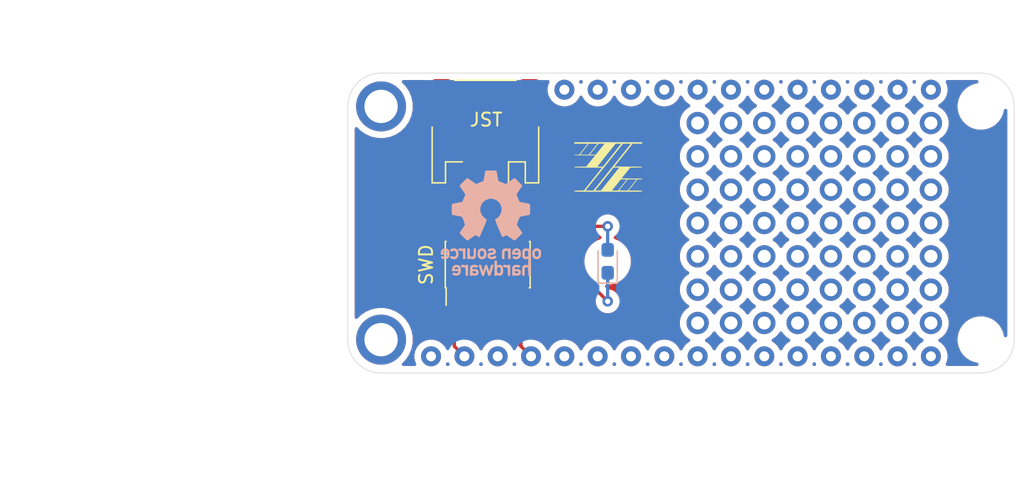
<source format=kicad_pcb>
(kicad_pcb (version 20171130) (host pcbnew "(5.1.9)-1")

  (general
    (thickness 1.6)
    (drawings 10)
    (tracks 23)
    (zones 0)
    (modules 15)
    (nets 35)
  )

  (page A4)
  (layers
    (0 F.Cu signal)
    (31 B.Cu signal)
    (32 B.Adhes user)
    (33 F.Adhes user)
    (34 B.Paste user)
    (35 F.Paste user)
    (36 B.SilkS user)
    (37 F.SilkS user)
    (38 B.Mask user)
    (39 F.Mask user)
    (40 Dwgs.User user)
    (41 Cmts.User user)
    (42 Eco1.User user)
    (43 Eco2.User user)
    (44 Edge.Cuts user)
    (45 Margin user)
    (46 B.CrtYd user)
    (47 F.CrtYd user)
    (48 B.Fab user)
    (49 F.Fab user)
  )

  (setup
    (last_trace_width 0.25)
    (trace_clearance 0.2)
    (zone_clearance 0.508)
    (zone_45_only no)
    (trace_min 0.2)
    (via_size 0.8)
    (via_drill 0.4)
    (via_min_size 0.4)
    (via_min_drill 0.3)
    (uvia_size 0.3)
    (uvia_drill 0.1)
    (uvias_allowed no)
    (uvia_min_size 0.2)
    (uvia_min_drill 0.1)
    (edge_width 0.05)
    (segment_width 0.2)
    (pcb_text_width 0.3)
    (pcb_text_size 1.5 1.5)
    (mod_edge_width 0.12)
    (mod_text_size 1 1)
    (mod_text_width 0.15)
    (pad_size 1.7 1.7)
    (pad_drill 1)
    (pad_to_mask_clearance 0)
    (aux_axis_origin 0 0)
    (visible_elements FFFFFF7F)
    (pcbplotparams
      (layerselection 0x010fc_ffffffff)
      (usegerberextensions false)
      (usegerberattributes true)
      (usegerberadvancedattributes true)
      (creategerberjobfile true)
      (excludeedgelayer true)
      (linewidth 0.100000)
      (plotframeref false)
      (viasonmask false)
      (mode 1)
      (useauxorigin false)
      (hpglpennumber 1)
      (hpglpenspeed 20)
      (hpglpendiameter 15.000000)
      (psnegative false)
      (psa4output false)
      (plotreference true)
      (plotvalue true)
      (plotinvisibletext false)
      (padsonsilk false)
      (subtractmaskfromsilk false)
      (outputformat 1)
      (mirror false)
      (drillshape 0)
      (scaleselection 1)
      (outputdirectory "gerbers/"))
  )

  (net 0 "")
  (net 1 "Net-(A1-Pad1)")
  (net 2 +3V3)
  (net 3 "Net-(A1-Pad3)")
  (net 4 GND)
  (net 5 "Net-(A1-Pad5)")
  (net 6 "Net-(A1-Pad6)")
  (net 7 "Net-(A1-Pad7)")
  (net 8 "Net-(A1-Pad8)")
  (net 9 "Net-(A1-Pad9)")
  (net 10 "Net-(A1-Pad10)")
  (net 11 "Net-(A1-Pad11)")
  (net 12 "Net-(A1-Pad12)")
  (net 13 "Net-(A1-Pad13)")
  (net 14 "Net-(A1-Pad14)")
  (net 15 "Net-(A1-Pad15)")
  (net 16 "Net-(A1-Pad16)")
  (net 17 "Net-(A1-Pad17)")
  (net 18 "Net-(A1-Pad18)")
  (net 19 "Net-(A1-Pad19)")
  (net 20 "Net-(A1-Pad20)")
  (net 21 "Net-(A1-Pad21)")
  (net 22 "Net-(A1-Pad22)")
  (net 23 "Net-(A1-Pad23)")
  (net 24 "Net-(A1-Pad24)")
  (net 25 "Net-(A1-Pad25)")
  (net 26 "Net-(A1-Pad26)")
  (net 27 "Net-(A1-Pad27)")
  (net 28 "Net-(A1-Pad28)")
  (net 29 /SWDIO)
  (net 30 /SWDCLK)
  (net 31 "Net-(J2-Pad10)")
  (net 32 "Net-(J2-Pad8)")
  (net 33 "Net-(J2-Pad7)")
  (net 34 "Net-(J2-Pad6)")

  (net_class Default "This is the default net class."
    (clearance 0.2)
    (trace_width 0.25)
    (via_dia 0.8)
    (via_drill 0.4)
    (uvia_dia 0.3)
    (uvia_drill 0.1)
    (add_net +3V3)
    (add_net /SWDCLK)
    (add_net /SWDIO)
    (add_net GND)
    (add_net "Net-(A1-Pad1)")
    (add_net "Net-(A1-Pad10)")
    (add_net "Net-(A1-Pad11)")
    (add_net "Net-(A1-Pad12)")
    (add_net "Net-(A1-Pad13)")
    (add_net "Net-(A1-Pad14)")
    (add_net "Net-(A1-Pad15)")
    (add_net "Net-(A1-Pad16)")
    (add_net "Net-(A1-Pad17)")
    (add_net "Net-(A1-Pad18)")
    (add_net "Net-(A1-Pad19)")
    (add_net "Net-(A1-Pad20)")
    (add_net "Net-(A1-Pad21)")
    (add_net "Net-(A1-Pad22)")
    (add_net "Net-(A1-Pad23)")
    (add_net "Net-(A1-Pad24)")
    (add_net "Net-(A1-Pad25)")
    (add_net "Net-(A1-Pad26)")
    (add_net "Net-(A1-Pad27)")
    (add_net "Net-(A1-Pad28)")
    (add_net "Net-(A1-Pad3)")
    (add_net "Net-(A1-Pad5)")
    (add_net "Net-(A1-Pad6)")
    (add_net "Net-(A1-Pad7)")
    (add_net "Net-(A1-Pad8)")
    (add_net "Net-(A1-Pad9)")
    (add_net "Net-(J2-Pad10)")
    (add_net "Net-(J2-Pad6)")
    (add_net "Net-(J2-Pad7)")
    (add_net "Net-(J2-Pad8)")
  )

  (module "SWD Featherwing:See_Thru_140mil" (layer F.Cu) (tedit 61121AF8) (tstamp 6112B728)
    (at 118.872 121.031)
    (fp_text reference ST** (at 0.127 6.985) (layer F.Fab)
      (effects (font (size 1 1) (thickness 0.15)))
    )
    (fp_text value See_Thru_140mil (at 2.413 0 90) (layer F.Fab)
      (effects (font (size 0.508 0.508) (thickness 0.0508)))
    )
    (pad 1 smd circle (at 0 0) (size 3.556 3.556) (layers *.Mask))
  )

  (module "SWD Featherwing:OSHW-Logo_7.5x8mm_SilkScreen" (layer B.Cu) (tedit 0) (tstamp 6112C1B3)
    (at 109.982 118.11 180)
    (descr "Open Source Hardware Logo")
    (tags "Logo OSHW")
    (attr virtual)
    (fp_text reference REF** (at 0 0) (layer B.SilkS) hide
      (effects (font (size 1 1) (thickness 0.15)) (justify mirror))
    )
    (fp_text value OSHW-Logo_7.5x8mm_SilkScreen (at 0.75 0) (layer B.Fab) hide
      (effects (font (size 1 1) (thickness 0.15)) (justify mirror))
    )
    (fp_poly (pts (xy 0.500964 3.601424) (xy 0.576513 3.200678) (xy 1.134041 2.970846) (xy 1.468465 3.198252)
      (xy 1.562122 3.261569) (xy 1.646782 3.318104) (xy 1.718495 3.365273) (xy 1.773311 3.400498)
      (xy 1.80728 3.421195) (xy 1.81653 3.425658) (xy 1.833195 3.41418) (xy 1.868806 3.382449)
      (xy 1.919371 3.334517) (xy 1.9809 3.274438) (xy 2.049399 3.206267) (xy 2.120879 3.134055)
      (xy 2.191347 3.061858) (xy 2.256811 2.993727) (xy 2.31328 2.933717) (xy 2.356763 2.885881)
      (xy 2.383268 2.854273) (xy 2.389605 2.843695) (xy 2.380486 2.824194) (xy 2.35492 2.781469)
      (xy 2.315597 2.719702) (xy 2.265203 2.643069) (xy 2.206427 2.555752) (xy 2.172368 2.505948)
      (xy 2.110289 2.415007) (xy 2.055126 2.332941) (xy 2.009554 2.263837) (xy 1.97625 2.211778)
      (xy 1.95789 2.18085) (xy 1.955131 2.17435) (xy 1.961385 2.155879) (xy 1.978434 2.112828)
      (xy 2.003703 2.051251) (xy 2.034622 1.977201) (xy 2.068618 1.89673) (xy 2.103118 1.815893)
      (xy 2.135551 1.740742) (xy 2.163343 1.677329) (xy 2.183923 1.631707) (xy 2.194719 1.609931)
      (xy 2.195356 1.609074) (xy 2.212307 1.604916) (xy 2.257451 1.595639) (xy 2.32611 1.582156)
      (xy 2.413602 1.565379) (xy 2.51525 1.546219) (xy 2.574556 1.53517) (xy 2.683172 1.51449)
      (xy 2.781277 1.494811) (xy 2.863909 1.477211) (xy 2.926104 1.462767) (xy 2.962899 1.452554)
      (xy 2.970296 1.449314) (xy 2.97754 1.427383) (xy 2.983385 1.377853) (xy 2.987835 1.306515)
      (xy 2.990893 1.219161) (xy 2.992565 1.121583) (xy 2.992853 1.019574) (xy 2.991761 0.918925)
      (xy 2.989294 0.825428) (xy 2.985456 0.744875) (xy 2.98025 0.683058) (xy 2.973681 0.64577)
      (xy 2.969741 0.638007) (xy 2.946188 0.628702) (xy 2.896282 0.6154) (xy 2.826623 0.599663)
      (xy 2.743813 0.583054) (xy 2.714905 0.577681) (xy 2.575531 0.552152) (xy 2.465436 0.531592)
      (xy 2.380982 0.515185) (xy 2.31853 0.502113) (xy 2.274444 0.491559) (xy 2.245085 0.482706)
      (xy 2.226815 0.474737) (xy 2.215998 0.466835) (xy 2.214485 0.465273) (xy 2.199377 0.440114)
      (xy 2.176329 0.39115) (xy 2.147644 0.324379) (xy 2.115622 0.245795) (xy 2.082565 0.161393)
      (xy 2.050773 0.07717) (xy 2.022549 -0.000879) (xy 2.000193 -0.066759) (xy 1.986007 -0.114473)
      (xy 1.982293 -0.138027) (xy 1.982602 -0.138852) (xy 1.995189 -0.158104) (xy 2.023744 -0.200463)
      (xy 2.065267 -0.261521) (xy 2.116756 -0.336868) (xy 2.175211 -0.422096) (xy 2.191858 -0.446315)
      (xy 2.251215 -0.534123) (xy 2.303447 -0.614238) (xy 2.345708 -0.682062) (xy 2.375153 -0.732993)
      (xy 2.388937 -0.762431) (xy 2.389605 -0.766048) (xy 2.378024 -0.785057) (xy 2.346024 -0.822714)
      (xy 2.297718 -0.874973) (xy 2.23722 -0.937786) (xy 2.168644 -1.007106) (xy 2.096104 -1.078885)
      (xy 2.023712 -1.149077) (xy 1.955584 -1.213635) (xy 1.895832 -1.26851) (xy 1.848571 -1.309656)
      (xy 1.817913 -1.333026) (xy 1.809432 -1.336842) (xy 1.789691 -1.327855) (xy 1.749274 -1.303616)
      (xy 1.694763 -1.268209) (xy 1.652823 -1.239711) (xy 1.576829 -1.187418) (xy 1.486834 -1.125845)
      (xy 1.396564 -1.06437) (xy 1.348032 -1.031469) (xy 1.183762 -0.920359) (xy 1.045869 -0.994916)
      (xy 0.983049 -1.027578) (xy 0.929629 -1.052966) (xy 0.893484 -1.067446) (xy 0.884284 -1.06946)
      (xy 0.873221 -1.054584) (xy 0.851394 -1.012547) (xy 0.820434 -0.947227) (xy 0.78197 -0.8625)
      (xy 0.737632 -0.762245) (xy 0.689047 -0.650339) (xy 0.637846 -0.530659) (xy 0.585659 -0.407084)
      (xy 0.534113 -0.283491) (xy 0.48484 -0.163757) (xy 0.439467 -0.051759) (xy 0.399625 0.048623)
      (xy 0.366942 0.133514) (xy 0.343049 0.199035) (xy 0.329574 0.24131) (xy 0.327406 0.255828)
      (xy 0.344583 0.274347) (xy 0.38219 0.30441) (xy 0.432366 0.339768) (xy 0.436578 0.342566)
      (xy 0.566264 0.446375) (xy 0.670834 0.567485) (xy 0.749381 0.702024) (xy 0.800999 0.846118)
      (xy 0.824782 0.995895) (xy 0.819823 1.147483) (xy 0.785217 1.297008) (xy 0.720057 1.4406)
      (xy 0.700886 1.472016) (xy 0.601174 1.598875) (xy 0.483377 1.700745) (xy 0.351571 1.777096)
      (xy 0.209833 1.827398) (xy 0.062242 1.851121) (xy -0.087127 1.847735) (xy -0.234197 1.816712)
      (xy -0.374889 1.75752) (xy -0.505127 1.669631) (xy -0.545414 1.633958) (xy -0.647945 1.522294)
      (xy -0.722659 1.404743) (xy -0.77391 1.27298) (xy -0.802454 1.142493) (xy -0.8095 0.995784)
      (xy -0.786004 0.848347) (xy -0.734351 0.705166) (xy -0.656929 0.571223) (xy -0.556125 0.451502)
      (xy -0.434324 0.350986) (xy -0.418316 0.340391) (xy -0.367602 0.305694) (xy -0.32905 0.27563)
      (xy -0.310619 0.256435) (xy -0.310351 0.255828) (xy -0.314308 0.235064) (xy -0.329993 0.187938)
      (xy -0.355778 0.118327) (xy -0.390031 0.030107) (xy -0.431123 -0.072844) (xy -0.477424 -0.18665)
      (xy -0.527304 -0.307435) (xy -0.579133 -0.431321) (xy -0.631281 -0.554432) (xy -0.682118 -0.672891)
      (xy -0.730013 -0.782823) (xy -0.773338 -0.880349) (xy -0.810462 -0.961593) (xy -0.839756 -1.022679)
      (xy -0.859588 -1.05973) (xy -0.867574 -1.06946) (xy -0.891979 -1.061883) (xy -0.937642 -1.04156)
      (xy -0.99669 -1.012125) (xy -1.02916 -0.994916) (xy -1.167053 -0.920359) (xy -1.331323 -1.031469)
      (xy -1.415179 -1.08839) (xy -1.506987 -1.15103) (xy -1.59302 -1.210011) (xy -1.636113 -1.239711)
      (xy -1.696723 -1.28041) (xy -1.748045 -1.312663) (xy -1.783385 -1.332384) (xy -1.794863 -1.336554)
      (xy -1.81157 -1.325307) (xy -1.848546 -1.293911) (xy -1.902205 -1.245624) (xy -1.968962 -1.183708)
      (xy -2.045234 -1.111421) (xy -2.093473 -1.065008) (xy -2.177867 -0.982087) (xy -2.250803 -0.90792)
      (xy -2.309331 -0.84568) (xy -2.350503 -0.798541) (xy -2.371372 -0.769673) (xy -2.373374 -0.763815)
      (xy -2.364083 -0.741532) (xy -2.338409 -0.696477) (xy -2.2992 -0.633211) (xy -2.249303 -0.556295)
      (xy -2.191567 -0.470292) (xy -2.175149 -0.446315) (xy -2.115323 -0.35917) (xy -2.06165 -0.28071)
      (xy -2.01713 -0.215345) (xy -1.984765 -0.167484) (xy -1.967555 -0.141535) (xy -1.965893 -0.138852)
      (xy -1.968379 -0.118172) (xy -1.981577 -0.072704) (xy -2.003186 -0.008444) (xy -2.030904 0.068613)
      (xy -2.06243 0.152471) (xy -2.095463 0.237134) (xy -2.127701 0.316608) (xy -2.156843 0.384896)
      (xy -2.180588 0.436003) (xy -2.196635 0.463933) (xy -2.197775 0.465273) (xy -2.207588 0.473255)
      (xy -2.224161 0.481149) (xy -2.251132 0.489771) (xy -2.292139 0.499938) (xy -2.35082 0.512469)
      (xy -2.430813 0.528179) (xy -2.535755 0.547887) (xy -2.669285 0.572408) (xy -2.698196 0.577681)
      (xy -2.783882 0.594236) (xy -2.858582 0.610431) (xy -2.915694 0.624704) (xy -2.948617 0.635492)
      (xy -2.953031 0.638007) (xy -2.960306 0.660304) (xy -2.966219 0.710131) (xy -2.970766 0.781696)
      (xy -2.973945 0.869207) (xy -2.975749 0.966872) (xy -2.976177 1.068899) (xy -2.975223 1.169497)
      (xy -2.972884 1.262873) (xy -2.969156 1.343235) (xy -2.964034 1.404791) (xy -2.957516 1.44175)
      (xy -2.953586 1.449314) (xy -2.931708 1.456944) (xy -2.881891 1.469358) (xy -2.809097 1.485478)
      (xy -2.718289 1.504227) (xy -2.614431 1.524529) (xy -2.557846 1.53517) (xy -2.450486 1.55524)
      (xy -2.354746 1.57342) (xy -2.275306 1.588801) (xy -2.216846 1.600469) (xy -2.184045 1.607512)
      (xy -2.178646 1.609074) (xy -2.169522 1.626678) (xy -2.150235 1.669082) (xy -2.123355 1.730228)
      (xy -2.091454 1.804057) (xy -2.057102 1.884511) (xy -2.022871 1.965532) (xy -1.991331 2.041063)
      (xy -1.965054 2.105045) (xy -1.946611 2.15142) (xy -1.938571 2.174131) (xy -1.938422 2.175124)
      (xy -1.947535 2.193039) (xy -1.973086 2.234267) (xy -2.012388 2.294709) (xy -2.062757 2.370269)
      (xy -2.121506 2.456848) (xy -2.155658 2.506579) (xy -2.21789 2.597764) (xy -2.273164 2.680551)
      (xy -2.318782 2.750751) (xy -2.352048 2.804176) (xy -2.370264 2.836639) (xy -2.372895 2.843917)
      (xy -2.361586 2.860855) (xy -2.330319 2.897022) (xy -2.28309 2.948365) (xy -2.223892 3.010833)
      (xy -2.156719 3.080374) (xy -2.085566 3.152935) (xy -2.014426 3.224465) (xy -1.947293 3.290913)
      (xy -1.888161 3.348226) (xy -1.841025 3.392353) (xy -1.809877 3.419241) (xy -1.799457 3.425658)
      (xy -1.782491 3.416635) (xy -1.741911 3.391285) (xy -1.681663 3.35219) (xy -1.605693 3.301929)
      (xy -1.517946 3.243083) (xy -1.451756 3.198252) (xy -1.117332 2.970846) (xy -0.838567 3.085762)
      (xy -0.559803 3.200678) (xy -0.484254 3.601424) (xy -0.408706 4.002171) (xy 0.425415 4.002171)
      (xy 0.500964 3.601424)) (layer B.SilkS) (width 0.01))
    (fp_poly (pts (xy 2.391388 -1.937645) (xy 2.448865 -1.955206) (xy 2.485872 -1.977395) (xy 2.497927 -1.994942)
      (xy 2.494609 -2.015742) (xy 2.473079 -2.048419) (xy 2.454874 -2.071562) (xy 2.417344 -2.113402)
      (xy 2.389148 -2.131005) (xy 2.365111 -2.129856) (xy 2.293808 -2.11171) (xy 2.241442 -2.112534)
      (xy 2.198918 -2.133098) (xy 2.184642 -2.145134) (xy 2.138947 -2.187483) (xy 2.138947 -2.740526)
      (xy 1.955131 -2.740526) (xy 1.955131 -1.938421) (xy 2.047039 -1.938421) (xy 2.102219 -1.940603)
      (xy 2.130688 -1.948351) (xy 2.138943 -1.963468) (xy 2.138947 -1.963916) (xy 2.142845 -1.979749)
      (xy 2.160474 -1.977684) (xy 2.184901 -1.966261) (xy 2.23535 -1.945005) (xy 2.276316 -1.932216)
      (xy 2.329028 -1.928938) (xy 2.391388 -1.937645)) (layer B.SilkS) (width 0.01))
    (fp_poly (pts (xy -1.002043 -1.952226) (xy -0.960454 -1.97209) (xy -0.920175 -2.000784) (xy -0.88949 -2.033809)
      (xy -0.867139 -2.075931) (xy -0.851864 -2.131915) (xy -0.842408 -2.206528) (xy -0.837513 -2.304535)
      (xy -0.835919 -2.430702) (xy -0.835894 -2.443914) (xy -0.835527 -2.740526) (xy -1.019343 -2.740526)
      (xy -1.019343 -2.467081) (xy -1.019473 -2.365777) (xy -1.020379 -2.292353) (xy -1.022827 -2.241271)
      (xy -1.027586 -2.20699) (xy -1.035426 -2.183971) (xy -1.047115 -2.166673) (xy -1.063398 -2.149581)
      (xy -1.120366 -2.112857) (xy -1.182555 -2.106042) (xy -1.241801 -2.129261) (xy -1.262405 -2.146543)
      (xy -1.27753 -2.162791) (xy -1.28839 -2.180191) (xy -1.29569 -2.204212) (xy -1.300137 -2.240322)
      (xy -1.302436 -2.293988) (xy -1.303296 -2.37068) (xy -1.303422 -2.464043) (xy -1.303422 -2.740526)
      (xy -1.487237 -2.740526) (xy -1.487237 -1.938421) (xy -1.395329 -1.938421) (xy -1.340149 -1.940603)
      (xy -1.31168 -1.948351) (xy -1.303425 -1.963468) (xy -1.303422 -1.963916) (xy -1.299592 -1.97872)
      (xy -1.282699 -1.97704) (xy -1.249112 -1.960773) (xy -1.172937 -1.93684) (xy -1.0858 -1.934178)
      (xy -1.002043 -1.952226)) (layer B.SilkS) (width 0.01))
    (fp_poly (pts (xy 3.558784 -1.935554) (xy 3.601574 -1.945949) (xy 3.683609 -1.984013) (xy 3.753757 -2.042149)
      (xy 3.802305 -2.111852) (xy 3.808975 -2.127502) (xy 3.818124 -2.168496) (xy 3.824529 -2.229138)
      (xy 3.82671 -2.29043) (xy 3.82671 -2.406316) (xy 3.584407 -2.406316) (xy 3.484471 -2.406693)
      (xy 3.414069 -2.408987) (xy 3.369313 -2.414938) (xy 3.346315 -2.426285) (xy 3.341189 -2.444771)
      (xy 3.350048 -2.472136) (xy 3.365917 -2.504155) (xy 3.410184 -2.557592) (xy 3.471699 -2.584215)
      (xy 3.546885 -2.583347) (xy 3.632053 -2.554371) (xy 3.705659 -2.518611) (xy 3.766734 -2.566904)
      (xy 3.82781 -2.615197) (xy 3.770351 -2.668285) (xy 3.693641 -2.718445) (xy 3.599302 -2.748688)
      (xy 3.497827 -2.757151) (xy 3.399711 -2.741974) (xy 3.383881 -2.736824) (xy 3.297647 -2.691791)
      (xy 3.233501 -2.624652) (xy 3.190091 -2.533405) (xy 3.166064 -2.416044) (xy 3.165784 -2.413529)
      (xy 3.163633 -2.285627) (xy 3.172329 -2.239997) (xy 3.342105 -2.239997) (xy 3.357697 -2.247013)
      (xy 3.400029 -2.252388) (xy 3.462434 -2.255457) (xy 3.501981 -2.255921) (xy 3.575728 -2.25563)
      (xy 3.62184 -2.253783) (xy 3.6461 -2.248912) (xy 3.654294 -2.239555) (xy 3.652206 -2.224245)
      (xy 3.650455 -2.218322) (xy 3.62056 -2.162668) (xy 3.573542 -2.117815) (xy 3.532049 -2.098105)
      (xy 3.476926 -2.099295) (xy 3.421068 -2.123875) (xy 3.374212 -2.16457) (xy 3.346094 -2.214108)
      (xy 3.342105 -2.239997) (xy 3.172329 -2.239997) (xy 3.185074 -2.173133) (xy 3.227611 -2.078727)
      (xy 3.288747 -2.005088) (xy 3.365985 -1.954893) (xy 3.45683 -1.930822) (xy 3.558784 -1.935554)) (layer B.SilkS) (width 0.01))
    (fp_poly (pts (xy 2.946576 -1.945419) (xy 3.043395 -1.986549) (xy 3.07389 -2.006571) (xy 3.112865 -2.03734)
      (xy 3.137331 -2.061533) (xy 3.141578 -2.069413) (xy 3.129584 -2.086899) (xy 3.098887 -2.11657)
      (xy 3.074312 -2.137279) (xy 3.007046 -2.191336) (xy 2.95393 -2.146642) (xy 2.912884 -2.117789)
      (xy 2.872863 -2.107829) (xy 2.827059 -2.110261) (xy 2.754324 -2.128345) (xy 2.704256 -2.165881)
      (xy 2.673829 -2.226562) (xy 2.660017 -2.314081) (xy 2.660013 -2.314136) (xy 2.661208 -2.411958)
      (xy 2.679772 -2.48373) (xy 2.716804 -2.532595) (xy 2.74205 -2.549143) (xy 2.809097 -2.569749)
      (xy 2.880709 -2.569762) (xy 2.943015 -2.549768) (xy 2.957763 -2.54) (xy 2.99475 -2.515047)
      (xy 3.023668 -2.510958) (xy 3.054856 -2.52953) (xy 3.089336 -2.562887) (xy 3.143912 -2.619196)
      (xy 3.083318 -2.669142) (xy 2.989698 -2.725513) (xy 2.884125 -2.753293) (xy 2.773798 -2.751282)
      (xy 2.701343 -2.732862) (xy 2.616656 -2.68731) (xy 2.548927 -2.61565) (xy 2.518157 -2.565066)
      (xy 2.493236 -2.492488) (xy 2.480766 -2.400569) (xy 2.48067 -2.300948) (xy 2.49287 -2.205267)
      (xy 2.51729 -2.125169) (xy 2.521136 -2.116956) (xy 2.578093 -2.036413) (xy 2.655209 -1.977771)
      (xy 2.74639 -1.942247) (xy 2.845543 -1.931057) (xy 2.946576 -1.945419)) (layer B.SilkS) (width 0.01))
    (fp_poly (pts (xy 1.320131 -2.198533) (xy 1.32171 -2.321089) (xy 1.327481 -2.414179) (xy 1.338991 -2.481651)
      (xy 1.35779 -2.527355) (xy 1.385426 -2.555139) (xy 1.423448 -2.568854) (xy 1.470526 -2.572358)
      (xy 1.519832 -2.568432) (xy 1.557283 -2.554089) (xy 1.584428 -2.525478) (xy 1.602815 -2.478751)
      (xy 1.613993 -2.410058) (xy 1.619511 -2.31555) (xy 1.620921 -2.198533) (xy 1.620921 -1.938421)
      (xy 1.804736 -1.938421) (xy 1.804736 -2.740526) (xy 1.712828 -2.740526) (xy 1.657422 -2.738281)
      (xy 1.628891 -2.730396) (xy 1.620921 -2.715428) (xy 1.61612 -2.702097) (xy 1.597014 -2.704917)
      (xy 1.558504 -2.723783) (xy 1.470239 -2.752887) (xy 1.376623 -2.750825) (xy 1.286921 -2.719221)
      (xy 1.244204 -2.694257) (xy 1.211621 -2.667226) (xy 1.187817 -2.633405) (xy 1.171439 -2.588068)
      (xy 1.161131 -2.526489) (xy 1.155541 -2.443943) (xy 1.153312 -2.335705) (xy 1.153026 -2.252004)
      (xy 1.153026 -1.938421) (xy 1.320131 -1.938421) (xy 1.320131 -2.198533)) (layer B.SilkS) (width 0.01))
    (fp_poly (pts (xy 0.811669 -1.94831) (xy 0.896192 -1.99434) (xy 0.962321 -2.067006) (xy 0.993478 -2.126106)
      (xy 1.006855 -2.178305) (xy 1.015522 -2.252719) (xy 1.019237 -2.338442) (xy 1.017754 -2.424569)
      (xy 1.010831 -2.500193) (xy 1.002745 -2.540584) (xy 0.975465 -2.59584) (xy 0.92822 -2.65453)
      (xy 0.871282 -2.705852) (xy 0.814924 -2.739005) (xy 0.81355 -2.739531) (xy 0.743616 -2.754018)
      (xy 0.660737 -2.754377) (xy 0.581977 -2.741188) (xy 0.551566 -2.730617) (xy 0.473239 -2.686201)
      (xy 0.417143 -2.628007) (xy 0.380286 -2.550965) (xy 0.35968 -2.450001) (xy 0.355018 -2.397116)
      (xy 0.355613 -2.330663) (xy 0.534736 -2.330663) (xy 0.54077 -2.42763) (xy 0.558138 -2.501523)
      (xy 0.58574 -2.548736) (xy 0.605404 -2.562237) (xy 0.655787 -2.571651) (xy 0.715673 -2.568864)
      (xy 0.767449 -2.555316) (xy 0.781027 -2.547862) (xy 0.816849 -2.504451) (xy 0.840493 -2.438014)
      (xy 0.850558 -2.357161) (xy 0.845642 -2.270502) (xy 0.834655 -2.218349) (xy 0.803109 -2.157951)
      (xy 0.753311 -2.120197) (xy 0.693337 -2.107143) (xy 0.631264 -2.120849) (xy 0.583582 -2.154372)
      (xy 0.558525 -2.182031) (xy 0.5439 -2.209294) (xy 0.536929 -2.24619) (xy 0.534833 -2.30275)
      (xy 0.534736 -2.330663) (xy 0.355613 -2.330663) (xy 0.356282 -2.255994) (xy 0.379265 -2.140271)
      (xy 0.423972 -2.049941) (xy 0.490405 -1.985) (xy 0.578565 -1.945445) (xy 0.597495 -1.940858)
      (xy 0.711266 -1.93009) (xy 0.811669 -1.94831)) (layer B.SilkS) (width 0.01))
    (fp_poly (pts (xy 0.018628 -1.935547) (xy 0.081908 -1.947548) (xy 0.147557 -1.972648) (xy 0.154572 -1.975848)
      (xy 0.204356 -2.002026) (xy 0.238834 -2.026353) (xy 0.249978 -2.041937) (xy 0.239366 -2.067353)
      (xy 0.213588 -2.104853) (xy 0.202146 -2.118852) (xy 0.154992 -2.173954) (xy 0.094201 -2.138086)
      (xy 0.036347 -2.114192) (xy -0.0305 -2.10142) (xy -0.094606 -2.100613) (xy -0.144236 -2.112615)
      (xy -0.156146 -2.120105) (xy -0.178828 -2.15445) (xy -0.181584 -2.194013) (xy -0.164612 -2.22492)
      (xy -0.154573 -2.230913) (xy -0.12449 -2.238357) (xy -0.071611 -2.247106) (xy -0.006425 -2.255467)
      (xy 0.0056 -2.256778) (xy 0.110297 -2.274888) (xy 0.186232 -2.305651) (xy 0.236592 -2.351907)
      (xy 0.264564 -2.416497) (xy 0.273278 -2.495387) (xy 0.26124 -2.585065) (xy 0.222151 -2.655486)
      (xy 0.155855 -2.706777) (xy 0.062194 -2.739067) (xy -0.041777 -2.751807) (xy -0.126562 -2.751654)
      (xy -0.195335 -2.740083) (xy -0.242303 -2.724109) (xy -0.30165 -2.696275) (xy -0.356494 -2.663973)
      (xy -0.375987 -2.649755) (xy -0.426119 -2.608835) (xy -0.305197 -2.486477) (xy -0.236457 -2.531967)
      (xy -0.167512 -2.566133) (xy -0.093889 -2.584004) (xy -0.023117 -2.585889) (xy 0.037274 -2.572101)
      (xy 0.079757 -2.542949) (xy 0.093474 -2.518352) (xy 0.091417 -2.478904) (xy 0.05733 -2.448737)
      (xy -0.008692 -2.427906) (xy -0.081026 -2.418279) (xy -0.192348 -2.39991) (xy -0.275048 -2.365254)
      (xy -0.330235 -2.313297) (xy -0.359012 -2.243023) (xy -0.362999 -2.159707) (xy -0.343307 -2.072681)
      (xy -0.298411 -2.006902) (xy -0.227909 -1.962068) (xy -0.131399 -1.937879) (xy -0.0599 -1.933137)
      (xy 0.018628 -1.935547)) (layer B.SilkS) (width 0.01))
    (fp_poly (pts (xy -1.802982 -1.957027) (xy -1.78633 -1.964866) (xy -1.728695 -2.007086) (xy -1.674195 -2.0687)
      (xy -1.633501 -2.136543) (xy -1.621926 -2.167734) (xy -1.611366 -2.223449) (xy -1.605069 -2.290781)
      (xy -1.604304 -2.318585) (xy -1.604211 -2.406316) (xy -2.10915 -2.406316) (xy -2.098387 -2.45227)
      (xy -2.071967 -2.50662) (xy -2.025778 -2.553591) (xy -1.970828 -2.583848) (xy -1.935811 -2.590131)
      (xy -1.888323 -2.582506) (xy -1.831665 -2.563383) (xy -1.812418 -2.554584) (xy -1.741241 -2.519036)
      (xy -1.680498 -2.565367) (xy -1.645448 -2.596703) (xy -1.626798 -2.622567) (xy -1.625853 -2.630158)
      (xy -1.642515 -2.648556) (xy -1.67903 -2.676515) (xy -1.712172 -2.698327) (xy -1.801607 -2.737537)
      (xy -1.901871 -2.755285) (xy -2.001246 -2.75067) (xy -2.080461 -2.726551) (xy -2.16212 -2.674884)
      (xy -2.220151 -2.606856) (xy -2.256454 -2.518843) (xy -2.272928 -2.407216) (xy -2.274389 -2.356138)
      (xy -2.268543 -2.239091) (xy -2.267825 -2.235686) (xy -2.100511 -2.235686) (xy -2.095903 -2.246662)
      (xy -2.076964 -2.252715) (xy -2.037902 -2.25531) (xy -1.972923 -2.25591) (xy -1.947903 -2.255921)
      (xy -1.871779 -2.255014) (xy -1.823504 -2.25172) (xy -1.79754 -2.245181) (xy -1.788352 -2.234537)
      (xy -1.788027 -2.231119) (xy -1.798513 -2.203956) (xy -1.824758 -2.165903) (xy -1.836041 -2.152579)
      (xy -1.877928 -2.114896) (xy -1.921591 -2.10008) (xy -1.945115 -2.098842) (xy -2.008757 -2.114329)
      (xy -2.062127 -2.15593) (xy -2.095981 -2.216353) (xy -2.096581 -2.218322) (xy -2.100511 -2.235686)
      (xy -2.267825 -2.235686) (xy -2.249101 -2.146928) (xy -2.214078 -2.07319) (xy -2.171244 -2.020848)
      (xy -2.092052 -1.964092) (xy -1.99896 -1.933762) (xy -1.899945 -1.931021) (xy -1.802982 -1.957027)) (layer B.SilkS) (width 0.01))
    (fp_poly (pts (xy -3.373216 -1.947104) (xy -3.285795 -1.985754) (xy -3.21943 -2.05029) (xy -3.174024 -2.140812)
      (xy -3.149482 -2.257418) (xy -3.147723 -2.275624) (xy -3.146344 -2.403984) (xy -3.164216 -2.516496)
      (xy -3.20025 -2.607688) (xy -3.219545 -2.637022) (xy -3.286755 -2.699106) (xy -3.37235 -2.739316)
      (xy -3.46811 -2.756003) (xy -3.565813 -2.747517) (xy -3.640083 -2.72138) (xy -3.703953 -2.677335)
      (xy -3.756154 -2.619587) (xy -3.757057 -2.618236) (xy -3.778256 -2.582593) (xy -3.792033 -2.546752)
      (xy -3.800376 -2.501519) (xy -3.805273 -2.437701) (xy -3.807431 -2.385368) (xy -3.808329 -2.33791)
      (xy -3.641257 -2.33791) (xy -3.639624 -2.385154) (xy -3.633696 -2.448046) (xy -3.623239 -2.488407)
      (xy -3.604381 -2.517122) (xy -3.586719 -2.533896) (xy -3.524106 -2.569016) (xy -3.458592 -2.57371)
      (xy -3.397579 -2.54844) (xy -3.367072 -2.520124) (xy -3.345089 -2.491589) (xy -3.332231 -2.464284)
      (xy -3.326588 -2.42875) (xy -3.326249 -2.375524) (xy -3.327988 -2.326506) (xy -3.331729 -2.256482)
      (xy -3.337659 -2.211064) (xy -3.348347 -2.18144) (xy -3.366361 -2.158797) (xy -3.380637 -2.145855)
      (xy -3.440349 -2.11186) (xy -3.504766 -2.110165) (xy -3.558781 -2.130301) (xy -3.60486 -2.172352)
      (xy -3.632311 -2.241428) (xy -3.641257 -2.33791) (xy -3.808329 -2.33791) (xy -3.809401 -2.281299)
      (xy -3.806036 -2.203468) (xy -3.795955 -2.14493) (xy -3.777774 -2.098737) (xy -3.75011 -2.057942)
      (xy -3.739854 -2.045828) (xy -3.675722 -1.985474) (xy -3.606934 -1.95022) (xy -3.522811 -1.93545)
      (xy -3.481791 -1.934243) (xy -3.373216 -1.947104)) (layer B.SilkS) (width 0.01))
    (fp_poly (pts (xy 2.701193 -3.196078) (xy 2.781068 -3.216845) (xy 2.847962 -3.259705) (xy 2.880351 -3.291723)
      (xy 2.933445 -3.367413) (xy 2.963873 -3.455216) (xy 2.974327 -3.56315) (xy 2.97438 -3.571875)
      (xy 2.974473 -3.659605) (xy 2.469534 -3.659605) (xy 2.480298 -3.705559) (xy 2.499732 -3.747178)
      (xy 2.533745 -3.790544) (xy 2.54086 -3.797467) (xy 2.602003 -3.834935) (xy 2.671729 -3.841289)
      (xy 2.751987 -3.816638) (xy 2.765592 -3.81) (xy 2.807319 -3.789819) (xy 2.835268 -3.778321)
      (xy 2.840145 -3.777258) (xy 2.857168 -3.787583) (xy 2.889633 -3.812845) (xy 2.906114 -3.82665)
      (xy 2.940264 -3.858361) (xy 2.951478 -3.879299) (xy 2.943695 -3.89856) (xy 2.939535 -3.903827)
      (xy 2.911357 -3.926878) (xy 2.864862 -3.954892) (xy 2.832434 -3.971246) (xy 2.740385 -4.000059)
      (xy 2.638476 -4.009395) (xy 2.541963 -3.998332) (xy 2.514934 -3.990412) (xy 2.431276 -3.945581)
      (xy 2.369266 -3.876598) (xy 2.328545 -3.782794) (xy 2.308755 -3.663498) (xy 2.306582 -3.601118)
      (xy 2.312926 -3.510298) (xy 2.473157 -3.510298) (xy 2.488655 -3.517012) (xy 2.530312 -3.52228)
      (xy 2.590876 -3.525389) (xy 2.631907 -3.525921) (xy 2.705711 -3.525408) (xy 2.752293 -3.523006)
      (xy 2.777848 -3.517422) (xy 2.788569 -3.507361) (xy 2.790657 -3.492763) (xy 2.776331 -3.447796)
      (xy 2.740262 -3.403353) (xy 2.692815 -3.369242) (xy 2.645349 -3.355288) (xy 2.580879 -3.367666)
      (xy 2.52507 -3.403452) (xy 2.486374 -3.455033) (xy 2.473157 -3.510298) (xy 2.312926 -3.510298)
      (xy 2.315821 -3.468866) (xy 2.344336 -3.363498) (xy 2.392729 -3.284178) (xy 2.461604 -3.230071)
      (xy 2.551565 -3.200343) (xy 2.6003 -3.194618) (xy 2.701193 -3.196078)) (layer B.SilkS) (width 0.01))
    (fp_poly (pts (xy 2.173167 -3.191447) (xy 2.237408 -3.204112) (xy 2.27398 -3.222864) (xy 2.312453 -3.254017)
      (xy 2.257717 -3.323127) (xy 2.223969 -3.364979) (xy 2.201053 -3.385398) (xy 2.178279 -3.388517)
      (xy 2.144956 -3.378472) (xy 2.129314 -3.372789) (xy 2.065542 -3.364404) (xy 2.00714 -3.382378)
      (xy 1.964264 -3.422982) (xy 1.957299 -3.435929) (xy 1.949713 -3.470224) (xy 1.943859 -3.533427)
      (xy 1.940011 -3.62106) (xy 1.938443 -3.72864) (xy 1.938421 -3.743944) (xy 1.938421 -4.010526)
      (xy 1.754605 -4.010526) (xy 1.754605 -3.19171) (xy 1.846513 -3.19171) (xy 1.899507 -3.193094)
      (xy 1.927115 -3.199252) (xy 1.937324 -3.213194) (xy 1.938421 -3.226344) (xy 1.938421 -3.260978)
      (xy 1.98245 -3.226344) (xy 2.032937 -3.202716) (xy 2.10076 -3.191033) (xy 2.173167 -3.191447)) (layer B.SilkS) (width 0.01))
    (fp_poly (pts (xy 1.379992 -3.196673) (xy 1.450427 -3.21378) (xy 1.470787 -3.222844) (xy 1.510253 -3.246583)
      (xy 1.540541 -3.273321) (xy 1.562952 -3.307699) (xy 1.578786 -3.35436) (xy 1.589343 -3.417946)
      (xy 1.595924 -3.503099) (xy 1.599828 -3.614462) (xy 1.60131 -3.688849) (xy 1.606765 -4.010526)
      (xy 1.51358 -4.010526) (xy 1.457047 -4.008156) (xy 1.427922 -4.000055) (xy 1.420394 -3.986451)
      (xy 1.41642 -3.971741) (xy 1.398652 -3.974554) (xy 1.37444 -3.986348) (xy 1.313828 -4.004427)
      (xy 1.235929 -4.009299) (xy 1.153995 -4.00133) (xy 1.081281 -3.980889) (xy 1.074759 -3.978051)
      (xy 1.008302 -3.931365) (xy 0.964491 -3.866464) (xy 0.944332 -3.7906) (xy 0.945872 -3.763344)
      (xy 1.110345 -3.763344) (xy 1.124837 -3.800024) (xy 1.167805 -3.826309) (xy 1.237129 -3.840417)
      (xy 1.274177 -3.84229) (xy 1.335919 -3.837494) (xy 1.37696 -3.818858) (xy 1.386973 -3.81)
      (xy 1.4141 -3.761806) (xy 1.420394 -3.718092) (xy 1.420394 -3.659605) (xy 1.33893 -3.659605)
      (xy 1.244234 -3.664432) (xy 1.177813 -3.679613) (xy 1.135846 -3.7062) (xy 1.126449 -3.718052)
      (xy 1.110345 -3.763344) (xy 0.945872 -3.763344) (xy 0.948829 -3.711026) (xy 0.978985 -3.634995)
      (xy 1.020131 -3.583612) (xy 1.045052 -3.561397) (xy 1.069448 -3.546798) (xy 1.101191 -3.537897)
      (xy 1.148152 -3.532775) (xy 1.218204 -3.529515) (xy 1.24599 -3.528577) (xy 1.420394 -3.522879)
      (xy 1.420138 -3.470091) (xy 1.413384 -3.414603) (xy 1.388964 -3.381052) (xy 1.33963 -3.359618)
      (xy 1.338306 -3.359236) (xy 1.26836 -3.350808) (xy 1.199914 -3.361816) (xy 1.149047 -3.388585)
      (xy 1.128637 -3.401803) (xy 1.106654 -3.399974) (xy 1.072826 -3.380824) (xy 1.052961 -3.367308)
      (xy 1.014106 -3.338432) (xy 0.990038 -3.316786) (xy 0.986176 -3.310589) (xy 1.002079 -3.278519)
      (xy 1.049065 -3.240219) (xy 1.069473 -3.227297) (xy 1.128143 -3.205041) (xy 1.207212 -3.192432)
      (xy 1.295041 -3.1896) (xy 1.379992 -3.196673)) (layer B.SilkS) (width 0.01))
    (fp_poly (pts (xy 0.37413 -3.195104) (xy 0.44022 -3.200066) (xy 0.526626 -3.459079) (xy 0.613031 -3.718092)
      (xy 0.640124 -3.626184) (xy 0.656428 -3.569384) (xy 0.677875 -3.492625) (xy 0.701035 -3.408251)
      (xy 0.71328 -3.362993) (xy 0.759344 -3.19171) (xy 0.949387 -3.19171) (xy 0.892582 -3.371349)
      (xy 0.864607 -3.459704) (xy 0.830813 -3.566281) (xy 0.79552 -3.677454) (xy 0.764013 -3.776579)
      (xy 0.69225 -4.002171) (xy 0.537286 -4.012253) (xy 0.49527 -3.873528) (xy 0.469359 -3.787351)
      (xy 0.441083 -3.692347) (xy 0.416369 -3.608441) (xy 0.415394 -3.605102) (xy 0.396935 -3.548248)
      (xy 0.380649 -3.509456) (xy 0.369242 -3.494787) (xy 0.366898 -3.496483) (xy 0.358671 -3.519225)
      (xy 0.343038 -3.56794) (xy 0.321904 -3.636502) (xy 0.29717 -3.718785) (xy 0.283787 -3.764046)
      (xy 0.211311 -4.010526) (xy 0.057495 -4.010526) (xy -0.065469 -3.622006) (xy -0.100012 -3.513022)
      (xy -0.131479 -3.414048) (xy -0.158384 -3.329736) (xy -0.179241 -3.264734) (xy -0.192562 -3.223692)
      (xy -0.196612 -3.211701) (xy -0.193406 -3.199423) (xy -0.168235 -3.194046) (xy -0.115854 -3.194584)
      (xy -0.107655 -3.19499) (xy -0.010518 -3.200066) (xy 0.0531 -3.434013) (xy 0.076484 -3.519333)
      (xy 0.097381 -3.594335) (xy 0.113951 -3.652507) (xy 0.124354 -3.687337) (xy 0.126276 -3.693016)
      (xy 0.134241 -3.686486) (xy 0.150304 -3.652654) (xy 0.172621 -3.596127) (xy 0.199345 -3.52151)
      (xy 0.221937 -3.454107) (xy 0.308041 -3.190143) (xy 0.37413 -3.195104)) (layer B.SilkS) (width 0.01))
    (fp_poly (pts (xy -0.267369 -4.010526) (xy -0.359277 -4.010526) (xy -0.412623 -4.008962) (xy -0.440407 -4.002485)
      (xy -0.45041 -3.988418) (xy -0.451185 -3.978906) (xy -0.452872 -3.959832) (xy -0.46351 -3.956174)
      (xy -0.491465 -3.967932) (xy -0.513205 -3.978906) (xy -0.596668 -4.004911) (xy -0.687396 -4.006416)
      (xy -0.761158 -3.987021) (xy -0.829846 -3.940165) (xy -0.882206 -3.871004) (xy -0.910878 -3.789427)
      (xy -0.911608 -3.784866) (xy -0.915868 -3.735101) (xy -0.917986 -3.663659) (xy -0.917816 -3.609626)
      (xy -0.73528 -3.609626) (xy -0.731051 -3.681441) (xy -0.721432 -3.740634) (xy -0.70841 -3.77406)
      (xy -0.659144 -3.81974) (xy -0.60065 -3.836115) (xy -0.540329 -3.822873) (xy -0.488783 -3.783373)
      (xy -0.469262 -3.756807) (xy -0.457848 -3.725106) (xy -0.452502 -3.678832) (xy -0.451185 -3.609328)
      (xy -0.453542 -3.540499) (xy -0.459767 -3.480026) (xy -0.468592 -3.439556) (xy -0.470063 -3.435929)
      (xy -0.505653 -3.392802) (xy -0.5576 -3.369124) (xy -0.615722 -3.365301) (xy -0.66984 -3.381738)
      (xy -0.709774 -3.41884) (xy -0.713917 -3.426222) (xy -0.726884 -3.471239) (xy -0.733948 -3.535967)
      (xy -0.73528 -3.609626) (xy -0.917816 -3.609626) (xy -0.917729 -3.58223) (xy -0.916528 -3.538405)
      (xy -0.908355 -3.429988) (xy -0.89137 -3.348588) (xy -0.863113 -3.288412) (xy -0.821128 -3.243666)
      (xy -0.780368 -3.2174) (xy -0.723419 -3.198935) (xy -0.652589 -3.192602) (xy -0.580059 -3.19776)
      (xy -0.518014 -3.213769) (xy -0.485232 -3.23292) (xy -0.451185 -3.263732) (xy -0.451185 -2.87421)
      (xy -0.267369 -2.87421) (xy -0.267369 -4.010526)) (layer B.SilkS) (width 0.01))
    (fp_poly (pts (xy -1.320119 -3.193486) (xy -1.295112 -3.200982) (xy -1.28705 -3.217451) (xy -1.286711 -3.224886)
      (xy -1.285264 -3.245594) (xy -1.275302 -3.248845) (xy -1.248388 -3.234648) (xy -1.232402 -3.224948)
      (xy -1.181967 -3.204175) (xy -1.121728 -3.193904) (xy -1.058566 -3.193114) (xy -0.999363 -3.200786)
      (xy -0.950998 -3.215898) (xy -0.920354 -3.237432) (xy -0.914311 -3.264366) (xy -0.917361 -3.27166)
      (xy -0.939594 -3.301937) (xy -0.97407 -3.339175) (xy -0.980306 -3.345195) (xy -1.013167 -3.372875)
      (xy -1.04152 -3.381818) (xy -1.081173 -3.375576) (xy -1.097058 -3.371429) (xy -1.146491 -3.361467)
      (xy -1.181248 -3.365947) (xy -1.2106 -3.381746) (xy -1.237487 -3.402949) (xy -1.25729 -3.429614)
      (xy -1.271052 -3.466827) (xy -1.279816 -3.519673) (xy -1.284626 -3.593237) (xy -1.286526 -3.692605)
      (xy -1.286711 -3.752601) (xy -1.286711 -4.010526) (xy -1.453816 -4.010526) (xy -1.453816 -3.19171)
      (xy -1.370264 -3.19171) (xy -1.320119 -3.193486)) (layer B.SilkS) (width 0.01))
    (fp_poly (pts (xy -1.839543 -3.198184) (xy -1.76093 -3.21916) (xy -1.701084 -3.25718) (xy -1.658853 -3.306978)
      (xy -1.645725 -3.32823) (xy -1.636032 -3.350492) (xy -1.629256 -3.37897) (xy -1.624877 -3.418871)
      (xy -1.622376 -3.475401) (xy -1.621232 -3.553767) (xy -1.620928 -3.659176) (xy -1.620922 -3.687142)
      (xy -1.620922 -4.010526) (xy -1.701132 -4.010526) (xy -1.752294 -4.006943) (xy -1.790123 -3.997866)
      (xy -1.799601 -3.992268) (xy -1.825512 -3.982606) (xy -1.851976 -3.992268) (xy -1.895548 -4.00433)
      (xy -1.95884 -4.009185) (xy -2.02899 -4.007078) (xy -2.09314 -3.998256) (xy -2.130593 -3.986937)
      (xy -2.203067 -3.940412) (xy -2.24836 -3.875846) (xy -2.268722 -3.79) (xy -2.268912 -3.787796)
      (xy -2.267125 -3.749713) (xy -2.105527 -3.749713) (xy -2.091399 -3.79303) (xy -2.068388 -3.817408)
      (xy -2.022196 -3.835845) (xy -1.961225 -3.843205) (xy -1.899051 -3.839583) (xy -1.849249 -3.825074)
      (xy -1.835297 -3.815765) (xy -1.810915 -3.772753) (xy -1.804737 -3.723857) (xy -1.804737 -3.659605)
      (xy -1.897182 -3.659605) (xy -1.985005 -3.666366) (xy -2.051582 -3.68552) (xy -2.092998 -3.715376)
      (xy -2.105527 -3.749713) (xy -2.267125 -3.749713) (xy -2.26451 -3.694004) (xy -2.233576 -3.619847)
      (xy -2.175419 -3.563767) (xy -2.16738 -3.558665) (xy -2.132837 -3.542055) (xy -2.090082 -3.531996)
      (xy -2.030314 -3.527107) (xy -1.95931 -3.525983) (xy -1.804737 -3.525921) (xy -1.804737 -3.461125)
      (xy -1.811294 -3.41085) (xy -1.828025 -3.377169) (xy -1.829984 -3.375376) (xy -1.867217 -3.360642)
      (xy -1.92342 -3.354931) (xy -1.985533 -3.357737) (xy -2.04049 -3.368556) (xy -2.073101 -3.384782)
      (xy -2.090772 -3.39778) (xy -2.109431 -3.400262) (xy -2.135181 -3.389613) (xy -2.174127 -3.363218)
      (xy -2.23237 -3.318465) (xy -2.237716 -3.314273) (xy -2.234977 -3.29876) (xy -2.212124 -3.27296)
      (xy -2.177391 -3.244289) (xy -2.13901 -3.220166) (xy -2.126952 -3.21447) (xy -2.082966 -3.203103)
      (xy -2.018513 -3.194995) (xy -1.946503 -3.191743) (xy -1.943136 -3.191736) (xy -1.839543 -3.198184)) (layer B.SilkS) (width 0.01))
    (fp_poly (pts (xy -2.53664 -1.952468) (xy -2.501408 -1.969874) (xy -2.45796 -2.000206) (xy -2.426294 -2.033283)
      (xy -2.404606 -2.074817) (xy -2.391097 -2.130522) (xy -2.383962 -2.206111) (xy -2.3814 -2.307296)
      (xy -2.38125 -2.350797) (xy -2.381688 -2.446135) (xy -2.383504 -2.514271) (xy -2.387455 -2.561418)
      (xy -2.394298 -2.59379) (xy -2.404789 -2.6176) (xy -2.415704 -2.633843) (xy -2.485381 -2.702952)
      (xy -2.567434 -2.744521) (xy -2.65595 -2.757023) (xy -2.745019 -2.738934) (xy -2.773237 -2.726142)
      (xy -2.84079 -2.690931) (xy -2.84079 -3.2427) (xy -2.791488 -3.217205) (xy -2.726527 -3.19748)
      (xy -2.64668 -3.192427) (xy -2.566948 -3.201756) (xy -2.506735 -3.222714) (xy -2.456792 -3.262627)
      (xy -2.414119 -3.319741) (xy -2.41091 -3.325605) (xy -2.397378 -3.353227) (xy -2.387495 -3.381068)
      (xy -2.380691 -3.414794) (xy -2.376399 -3.460071) (xy -2.374049 -3.522562) (xy -2.373072 -3.607935)
      (xy -2.372895 -3.70401) (xy -2.372895 -4.010526) (xy -2.556711 -4.010526) (xy -2.556711 -3.445339)
      (xy -2.608125 -3.402077) (xy -2.661534 -3.367472) (xy -2.712112 -3.36118) (xy -2.76297 -3.377372)
      (xy -2.790075 -3.393227) (xy -2.810249 -3.41581) (xy -2.824597 -3.44994) (xy -2.834224 -3.500434)
      (xy -2.840237 -3.572111) (xy -2.84374 -3.669788) (xy -2.844974 -3.734802) (xy -2.849145 -4.002171)
      (xy -2.936875 -4.007222) (xy -3.024606 -4.012273) (xy -3.024606 -2.353101) (xy -2.84079 -2.353101)
      (xy -2.836104 -2.4456) (xy -2.820312 -2.509809) (xy -2.790817 -2.549759) (xy -2.74502 -2.56948)
      (xy -2.69875 -2.573421) (xy -2.646372 -2.568892) (xy -2.61161 -2.551069) (xy -2.589872 -2.527519)
      (xy -2.57276 -2.502189) (xy -2.562573 -2.473969) (xy -2.55804 -2.434431) (xy -2.557891 -2.375142)
      (xy -2.559416 -2.325498) (xy -2.562919 -2.25071) (xy -2.568133 -2.201611) (xy -2.576913 -2.170467)
      (xy -2.591114 -2.149545) (xy -2.604516 -2.137452) (xy -2.660513 -2.111081) (xy -2.726789 -2.106822)
      (xy -2.764844 -2.115906) (xy -2.802523 -2.148196) (xy -2.827481 -2.211006) (xy -2.839578 -2.303894)
      (xy -2.84079 -2.353101) (xy -3.024606 -2.353101) (xy -3.024606 -1.938421) (xy -2.932698 -1.938421)
      (xy -2.877517 -1.940603) (xy -2.849048 -1.948351) (xy -2.840794 -1.963468) (xy -2.84079 -1.963916)
      (xy -2.83696 -1.97872) (xy -2.820067 -1.977039) (xy -2.786481 -1.960772) (xy -2.708222 -1.935887)
      (xy -2.620173 -1.933271) (xy -2.53664 -1.952468)) (layer B.SilkS) (width 0.01))
  )

  (module "SWD Featherwing:zzzzzzzz_new_5.2x3.75mm" (layer F.Cu) (tedit 0) (tstamp 6112BC72)
    (at 118.872 113.792)
    (fp_text reference Ref** (at 0 0) (layer F.SilkS) hide
      (effects (font (size 1.27 1.27) (thickness 0.15)))
    )
    (fp_text value Val** (at 0 0) (layer F.SilkS) hide
      (effects (font (size 1.27 1.27) (thickness 0.15)))
    )
    (fp_poly (pts (xy 2.624666 -1.735667) (xy 1.90531 -1.735667) (xy 0.507906 0.010583) (xy 1.566286 0.01607)
      (xy 1.807833 0.017449) (xy 2.010361 0.018946) (xy 2.177182 0.020675) (xy 2.31161 0.022753)
      (xy 2.416959 0.025297) (xy 2.496542 0.028421) (xy 2.553673 0.032242) (xy 2.591666 0.036876)
      (xy 2.613833 0.042439) (xy 2.623488 0.049047) (xy 2.624666 0.053112) (xy 2.619505 0.063702)
      (xy 2.600689 0.07168) (xy 2.563219 0.077398) (xy 2.502099 0.081204) (xy 2.41233 0.083447)
      (xy 2.288914 0.084478) (xy 2.173487 0.084666) (xy 1.722308 0.084666) (xy 1.388348 0.502708)
      (xy 1.054389 0.92075) (xy 1.839528 0.926299) (xy 2.045097 0.927936) (xy 2.212158 0.929771)
      (xy 2.344536 0.931984) (xy 2.446056 0.934757) (xy 2.520543 0.938269) (xy 2.571822 0.942701)
      (xy 2.603719 0.948234) (xy 2.620059 0.955047) (xy 2.624666 0.963322) (xy 2.624666 0.96334)
      (xy 2.616779 0.97913) (xy 2.588237 0.988784) (xy 2.531715 0.993589) (xy 2.445287 0.994833)
      (xy 2.265909 0.994833) (xy 1.926166 1.418166) (xy 1.586424 1.8415) (xy 2.105545 1.8415)
      (xy 2.266831 1.841616) (xy 2.390713 1.842234) (xy 2.482121 1.843755) (xy 2.545983 1.846581)
      (xy 2.587229 1.851114) (xy 2.610788 1.857757) (xy 2.621589 1.86691) (xy 2.624563 1.878977)
      (xy 2.624666 1.883833) (xy 2.62418 1.89013) (xy 2.621248 1.89577) (xy 2.613657 1.900789)
      (xy 2.599193 1.905222) (xy 2.575645 1.909106) (xy 2.540799 1.912478) (xy 2.492443 1.915373)
      (xy 2.428365 1.917829) (xy 2.346351 1.91988) (xy 2.244189 1.921564) (xy 2.119666 1.922917)
      (xy 1.970569 1.923974) (xy 1.794687 1.924773) (xy 1.589805 1.92535) (xy 1.353711 1.92574)
      (xy 1.084194 1.925981) (xy 0.779039 1.926108) (xy 0.436034 1.926158) (xy 0.052967 1.926166)
      (xy 0.042333 1.926166) (xy -0.341818 1.926158) (xy -0.685847 1.92611) (xy -0.991969 1.925986)
      (xy -1.262396 1.925749) (xy -1.49934 1.925363) (xy -1.705014 1.924791) (xy -1.881631 1.923999)
      (xy -2.031404 1.922948) (xy -2.156545 1.921604) (xy -2.259266 1.919929) (xy -2.341782 1.917887)
      (xy -2.406304 1.915443) (xy -2.455044 1.91256) (xy -2.490217 1.909201) (xy -2.514034 1.905331)
      (xy -2.528708 1.900913) (xy -2.536452 1.89591) (xy -2.539479 1.890287) (xy -2.54 1.884007)
      (xy -2.54 1.883833) (xy -2.538111 1.868499) (xy -2.528529 1.857369) (xy -2.505387 1.849746)
      (xy -2.462815 1.844931) (xy -2.394946 1.842227) (xy -2.339219 1.8415) (xy -1.693487 1.8415)
      (xy -1.079769 1.8415) (xy -0.9576 1.8415) (xy -0.512331 1.8415) (xy 0.316424 1.8415)
      (xy 0.555087 1.841275) (xy 0.79375 1.841051) (xy 0.80217 1.830504) (xy 0.867833 1.830504)
      (xy 0.887808 1.834182) (xy 0.942975 1.837203) (xy 1.026193 1.839355) (xy 1.130321 1.840425)
      (xy 1.201208 1.840455) (xy 1.534583 1.83941) (xy 1.788583 1.518905) (xy 1.874106 1.411024)
      (xy 1.956485 1.307171) (xy 2.029821 1.214776) (xy 2.088216 1.141273) (xy 2.123758 1.096617)
      (xy 2.204934 0.994833) (xy 1.528418 0.994833) (xy 1.198125 1.407171) (xy 1.107616 1.520585)
      (xy 1.026575 1.622945) (xy 0.958568 1.70968) (xy 0.907159 1.776222) (xy 0.875915 1.818)
      (xy 0.867833 1.830504) (xy 0.80217 1.830504) (xy 1.100666 1.456623) (xy 1.189591 1.345071)
      (xy 1.270819 1.242854) (xy 1.340222 1.155195) (xy 1.393668 1.087316) (xy 1.427026 1.044441)
      (xy 1.435241 1.033514) (xy 1.444946 1.016664) (xy 1.441 1.00558) (xy 1.417007 0.999059)
      (xy 1.366568 0.9959) (xy 1.283286 0.994899) (xy 1.229404 0.994833) (xy 0.995909 0.994833)
      (xy 0.656166 1.418166) (xy 0.316424 1.8415) (xy -0.512331 1.8415) (xy 0.117922 1.053041)
      (xy 0.247274 0.891247) (xy 0.370767 0.736833) (xy 0.485429 0.593513) (xy 0.588288 0.464999)
      (xy 0.676372 0.355003) (xy 0.74671 0.267236) (xy 0.79633 0.205412) (xy 0.821137 0.174625)
      (xy 0.894099 0.084666) (xy 0.44883 0.084666) (xy -0.181423 0.873125) (xy -0.310775 1.034919)
      (xy -0.434268 1.189332) (xy -0.54893 1.332652) (xy -0.651789 1.461166) (xy -0.739873 1.571163)
      (xy -0.810211 1.658929) (xy -0.859831 1.720753) (xy -0.884638 1.751541) (xy -0.9576 1.8415)
      (xy -1.079769 1.8415) (xy 0.320378 0.089958) (xy 0.511084 -0.148583) (xy 0.694725 -0.37823)
      (xy 0.869527 -0.596772) (xy 1.033721 -0.801996) (xy 1.185534 -0.99169) (xy 1.323195 -1.163643)
      (xy 1.444934 -1.315642) (xy 1.548978 -1.445475) (xy 1.633557 -1.550929) (xy 1.696899 -1.629793)
      (xy 1.737233 -1.679855) (xy 1.752542 -1.698625) (xy 1.762659 -1.713015) (xy 1.760209 -1.723105)
      (xy 1.739534 -1.729655) (xy 1.694977 -1.733423) (xy 1.620882 -1.73517) (xy 1.511591 -1.735654)
      (xy 1.476501 -1.735667) (xy 1.168442 -1.735667) (xy -0.262523 0.052916) (xy -1.693487 1.8415)
      (xy -2.339219 1.8415) (xy -2.295909 1.840935) (xy -2.174875 1.840402) (xy -1.80975 1.839304)
      (xy -1.114439 0.967277) (xy -0.419127 0.09525) (xy -1.479564 0.089762) (xy -1.721363 0.088384)
      (xy -1.92414 0.08689) (xy -2.091204 0.085163) (xy -2.225866 0.083089) (xy -2.331436 0.08055)
      (xy -2.411225 0.077433) (xy -2.468543 0.07362) (xy -2.5067 0.068997) (xy -2.529007 0.063448)
      (xy -2.538774 0.056858) (xy -2.54 0.05272) (xy -2.534846 0.04215) (xy -2.516057 0.034181)
      (xy -2.478646 0.028465) (xy -2.417623 0.024654) (xy -2.328001 0.022402) (xy -2.204791 0.021361)
      (xy -2.086949 0.021166) (xy -1.633897 0.021166) (xy -1.619599 0.003288) (xy -0.779639 0.003288)
      (xy -0.763045 0.010743) (xy -0.712662 0.016675) (xy -0.637029 0.020343) (xy -0.573538 0.021166)
      (xy -0.360382 0.021166) (xy 0.3204 -0.830792) (xy 0.452569 -0.996206) (xy 0.577064 -1.152042)
      (xy 0.691319 -1.295086) (xy 0.79277 -1.422126) (xy 0.878852 -1.529949) (xy 0.946998 -1.615342)
      (xy 0.994644 -1.675092) (xy 1.019225 -1.705986) (xy 1.021766 -1.709209) (xy 1.022604 -1.721383)
      (xy 0.998917 -1.729321) (xy 0.945312 -1.733733) (xy 0.856393 -1.735326) (xy 0.8228 -1.735362)
      (xy 0.60325 -1.735056) (xy -0.084667 -0.874823) (xy -0.217114 -0.70903) (xy -0.341444 -0.553072)
      (xy -0.455163 -0.410096) (xy -0.55578 -0.283253) (xy -0.640803 -0.175691) (xy -0.707738 -0.090561)
      (xy -0.754093 -0.031011) (xy -0.777377 -0.00019) (xy -0.779639 0.003288) (xy -1.619599 0.003288)
      (xy -1.291102 -0.407459) (xy -0.948308 -0.836084) (xy -1.744154 -0.84163) (xy -1.965094 -0.843719)
      (xy -2.1527 -0.846643) (xy -2.305309 -0.850349) (xy -2.421258 -0.854781) (xy -2.498881 -0.859882)
      (xy -2.536515 -0.865599) (xy -2.54 -0.868088) (xy -2.520178 -0.87807) (xy -2.466034 -0.885574)
      (xy -2.385551 -0.889652) (xy -2.354792 -0.890083) (xy -2.169584 -0.891165) (xy -2.162569 -0.899996)
      (xy -2.0955 -0.899996) (xy -2.075538 -0.896216) (xy -2.020465 -0.892997) (xy -1.937505 -0.890582)
      (xy -1.833877 -0.889217) (xy -1.769626 -0.889) (xy -1.443752 -0.889) (xy -1.37691 -0.889)
      (xy -0.899584 -0.89109) (xy -0.645584 -1.211595) (xy -0.560061 -1.319476) (xy -0.477682 -1.423329)
      (xy -0.404345 -1.515724) (xy -0.34595 -1.589227) (xy -0.310408 -1.633883) (xy -0.229233 -1.735667)
      (xy -0.697425 -1.735667) (xy -1.037167 -1.312334) (xy -1.37691 -0.889) (xy -1.443752 -0.889)
      (xy -1.11346 -1.301339) (xy -1.022951 -1.414753) (xy -0.94191 -1.517112) (xy -0.873902 -1.603848)
      (xy -0.822493 -1.67039) (xy -0.791249 -1.712168) (xy -0.783167 -1.724672) (xy -0.80313 -1.728452)
      (xy -0.858202 -1.731671) (xy -0.941163 -1.734085) (xy -1.04479 -1.735451) (xy -1.109041 -1.735667)
      (xy -1.434915 -1.735667) (xy -1.765208 -1.323329) (xy -1.855717 -1.209915) (xy -1.936758 -1.107555)
      (xy -2.004766 -1.02082) (xy -2.056174 -0.954278) (xy -2.087419 -0.9125) (xy -2.0955 -0.899996)
      (xy -2.162569 -0.899996) (xy -1.838339 -1.308125) (xy -1.507094 -1.725084) (xy -2.023547 -1.730745)
      (xy -2.54 -1.736407) (xy -2.54 -1.8415) (xy 2.624666 -1.8415) (xy 2.624666 -1.735667)) (layer F.SilkS) (width 0.01))
    (fp_poly (pts (xy -0.96212 -1.756366) (xy -0.866672 -1.754648) (xy -0.802887 -1.751207) (xy -0.765434 -1.745573)
      (xy -0.748984 -1.737272) (xy -0.748075 -1.726162) (xy -0.764146 -1.701634) (xy -0.803017 -1.649087)
      (xy -0.860899 -1.573439) (xy -0.933998 -1.47961) (xy -1.018524 -1.372519) (xy -1.082504 -1.292245)
      (xy -1.405163 -0.889) (xy -1.772698 -0.889) (xy -1.905081 -0.889205) (xy -2.00051 -0.890227)
      (xy -2.064364 -0.89268) (xy -2.102022 -0.897174) (xy -2.118863 -0.904324) (xy -2.120266 -0.91474)
      (xy -2.112576 -0.927694) (xy -2.091896 -0.954712) (xy -2.048803 -1.009633) (xy -1.987359 -1.087327)
      (xy -1.911626 -1.182665) (xy -1.825668 -1.290519) (xy -1.768871 -1.361611) (xy -1.452824 -1.756834)
      (xy -1.094564 -1.756834) (xy -0.96212 -1.756366)) (layer F.Mask) (width 0.01))
    (fp_poly (pts (xy 2.003076 0.974315) (xy 2.101125 0.976514) (xy 2.166492 0.980637) (xy 2.203995 0.987062)
      (xy 2.218452 0.996165) (xy 2.21876 1.00109) (xy 2.204224 1.024669) (xy 2.166951 1.07654)
      (xy 2.110578 1.151885) (xy 2.038746 1.245885) (xy 1.955094 1.353722) (xy 1.883833 1.444528)
      (xy 1.55575 1.860543) (xy 1.188861 1.861605) (xy 1.047514 1.86086) (xy 0.938981 1.857821)
      (xy 0.866035 1.852639) (xy 0.831449 1.845465) (xy 0.829027 1.841899) (xy 0.843635 1.820287)
      (xy 0.881074 1.770274) (xy 0.93774 1.696521) (xy 1.010027 1.603689) (xy 1.09433 1.496442)
      (xy 1.172767 1.397399) (xy 1.509452 0.973666) (xy 1.867528 0.973666) (xy 2.003076 0.974315)) (layer F.Mask) (width 0.01))
    (fp_poly (pts (xy 1.617233 -1.756145) (xy 1.709703 -1.753822) (xy 1.769189 -1.749477) (xy 1.800357 -1.742725)
      (xy 1.807874 -1.733178) (xy 1.806645 -1.730375) (xy 1.791489 -1.710591) (xy 1.751607 -1.65993)
      (xy 1.688731 -1.580566) (xy 1.604593 -1.474669) (xy 1.500923 -1.344412) (xy 1.379452 -1.191966)
      (xy 1.241914 -1.019504) (xy 1.090037 -0.829196) (xy 0.925555 -0.623215) (xy 0.750198 -0.403733)
      (xy 0.565697 -0.172921) (xy 0.373785 0.067048) (xy 0.363925 0.079375) (xy -1.062609 1.862666)
      (xy -1.39082 1.862666) (xy -1.51698 1.862126) (xy -1.606304 1.860156) (xy -1.664279 1.856232)
      (xy -1.696392 1.849828) (xy -1.70813 1.840421) (xy -1.707413 1.832394) (xy -1.69287 1.812092)
      (xy -1.653578 1.760938) (xy -1.591263 1.68111) (xy -1.507655 1.574787) (xy -1.404481 1.444148)
      (xy -1.283469 1.291372) (xy -1.146346 1.118636) (xy -0.994841 0.928121) (xy -0.830682 0.722005)
      (xy -0.655595 0.502466) (xy -0.47131 0.271683) (xy -0.279553 0.031836) (xy -0.2722 0.022644)
      (xy 1.151397 -1.756834) (xy 1.487114 -1.756834) (xy 1.617233 -1.756145)) (layer F.Mask) (width 0.01))
  )

  (module "SWD Featherwing:Adafruit_Feather_M0_Express_No_SilkS_Drills" (layer F.Cu) (tedit 61121775) (tstamp 61124543)
    (at 124.46 118.11)
    (path /6112B0CF)
    (fp_text reference A1 (at -28.702 12.954) (layer F.Fab)
      (effects (font (size 1 1) (thickness 0.15)))
    )
    (fp_text value Adafruit_Feather_M0_Express_No_SilkS_Drills (at -29.972 14.605) (layer F.Fab)
      (effects (font (size 1 1) (thickness 0.15)))
    )
    (fp_line (start -25.654 4.318) (end -25.527 4.318) (layer F.CrtYd) (width 0.12))
    (fp_line (start -25.654 0) (end -25.654 4.318) (layer F.CrtYd) (width 0.12))
    (fp_line (start -25.654 -4.318) (end -25.654 0) (layer F.CrtYd) (width 0.12))
    (fp_line (start -25.527 -4.318) (end -25.654 -4.318) (layer F.CrtYd) (width 0.12))
    (fp_line (start -25.527 11.557) (end -25.527 4.318) (layer F.CrtYd) (width 0.12))
    (fp_line (start 25.527 11.557) (end -25.527 11.557) (layer F.CrtYd) (width 0.12))
    (fp_line (start 25.527 -11.557) (end 25.527 11.557) (layer F.CrtYd) (width 0.12))
    (fp_line (start -25.527 -11.557) (end 25.527 -11.557) (layer F.CrtYd) (width 0.12))
    (fp_line (start -25.527 -4.318) (end -25.527 -11.557) (layer F.CrtYd) (width 0.12))
    (pad "" np_thru_hole circle (at 22.86 8.89) (size 2.54 2.54) (drill 2.54) (layers *.Cu *.Mask))
    (pad "" np_thru_hole circle (at 22.86 -8.89) (size 2.54 2.54) (drill 2.54) (layers *.Cu *.Mask))
    (pad "" np_thru_hole circle (at -22.86 8.89) (size 3.81 3.81) (drill 2.54) (layers *.Cu *.Mask))
    (pad "" np_thru_hole circle (at -22.86 -8.89) (size 3.81 3.81) (drill 2.54) (layers *.Cu *.Mask))
    (pad 28 thru_hole circle (at -8.89 -10.16) (size 1.524 1.524) (drill 0.762) (layers *.Cu *.Mask)
      (net 28 "Net-(A1-Pad28)"))
    (pad 27 thru_hole circle (at -6.35 -10.16) (size 1.524 1.524) (drill 0.762) (layers *.Cu *.Mask)
      (net 27 "Net-(A1-Pad27)"))
    (pad 26 thru_hole circle (at -3.81 -10.16) (size 1.524 1.524) (drill 0.762) (layers *.Cu *.Mask)
      (net 26 "Net-(A1-Pad26)"))
    (pad 25 thru_hole circle (at -1.27 -10.16) (size 1.524 1.524) (drill 0.762) (layers *.Cu *.Mask)
      (net 25 "Net-(A1-Pad25)"))
    (pad 24 thru_hole circle (at 1.27 -10.16) (size 1.524 1.524) (drill 0.762) (layers *.Cu *.Mask)
      (net 24 "Net-(A1-Pad24)"))
    (pad 23 thru_hole circle (at 3.81 -10.16) (size 1.524 1.524) (drill 0.762) (layers *.Cu *.Mask)
      (net 23 "Net-(A1-Pad23)"))
    (pad 22 thru_hole circle (at 6.35 -10.16) (size 1.524 1.524) (drill 0.762) (layers *.Cu *.Mask)
      (net 22 "Net-(A1-Pad22)"))
    (pad 21 thru_hole circle (at 8.89 -10.16) (size 1.524 1.524) (drill 0.762) (layers *.Cu *.Mask)
      (net 21 "Net-(A1-Pad21)"))
    (pad 20 thru_hole circle (at 11.43 -10.16) (size 1.524 1.524) (drill 0.762) (layers *.Cu *.Mask)
      (net 20 "Net-(A1-Pad20)"))
    (pad 19 thru_hole circle (at 13.97 -10.16) (size 1.524 1.524) (drill 0.762) (layers *.Cu *.Mask)
      (net 19 "Net-(A1-Pad19)"))
    (pad 18 thru_hole circle (at 16.51 -10.16) (size 1.524 1.524) (drill 0.762) (layers *.Cu *.Mask)
      (net 18 "Net-(A1-Pad18)"))
    (pad 17 thru_hole circle (at 19.05 -10.16) (size 1.524 1.524) (drill 0.762) (layers *.Cu *.Mask)
      (net 17 "Net-(A1-Pad17)"))
    (pad 16 thru_hole circle (at 19.05 10.16) (size 1.524 1.524) (drill 0.762) (layers *.Cu *.Mask)
      (net 16 "Net-(A1-Pad16)"))
    (pad 15 thru_hole circle (at 16.51 10.16) (size 1.524 1.524) (drill 0.762) (layers *.Cu *.Mask)
      (net 15 "Net-(A1-Pad15)"))
    (pad 14 thru_hole circle (at 13.97 10.16) (size 1.524 1.524) (drill 0.762) (layers *.Cu *.Mask)
      (net 14 "Net-(A1-Pad14)"))
    (pad 13 thru_hole circle (at 11.43 10.16) (size 1.524 1.524) (drill 0.762) (layers *.Cu *.Mask)
      (net 13 "Net-(A1-Pad13)"))
    (pad 12 thru_hole circle (at 8.89 10.16) (size 1.524 1.524) (drill 0.762) (layers *.Cu *.Mask)
      (net 12 "Net-(A1-Pad12)"))
    (pad 11 thru_hole circle (at 6.35 10.16) (size 1.524 1.524) (drill 0.762) (layers *.Cu *.Mask)
      (net 11 "Net-(A1-Pad11)"))
    (pad 10 thru_hole circle (at 3.81 10.16) (size 1.524 1.524) (drill 0.762) (layers *.Cu *.Mask)
      (net 10 "Net-(A1-Pad10)"))
    (pad 9 thru_hole circle (at 1.27 10.16) (size 1.524 1.524) (drill 0.762) (layers *.Cu *.Mask)
      (net 9 "Net-(A1-Pad9)"))
    (pad 8 thru_hole circle (at -1.27 10.16) (size 1.524 1.524) (drill 0.762) (layers *.Cu *.Mask)
      (net 8 "Net-(A1-Pad8)"))
    (pad 7 thru_hole circle (at -3.81 10.16) (size 1.524 1.524) (drill 0.762) (layers *.Cu *.Mask)
      (net 7 "Net-(A1-Pad7)"))
    (pad 6 thru_hole circle (at -6.35 10.16) (size 1.524 1.524) (drill 0.762) (layers *.Cu *.Mask)
      (net 6 "Net-(A1-Pad6)"))
    (pad 5 thru_hole circle (at -8.89 10.16) (size 1.524 1.524) (drill 0.762) (layers *.Cu *.Mask)
      (net 5 "Net-(A1-Pad5)"))
    (pad 4 thru_hole circle (at -11.43 10.16) (size 1.524 1.524) (drill 0.762) (layers *.Cu *.Mask)
      (net 4 GND))
    (pad 3 thru_hole circle (at -13.97 10.16) (size 1.524 1.524) (drill 0.762) (layers *.Cu *.Mask)
      (net 3 "Net-(A1-Pad3)"))
    (pad 2 thru_hole circle (at -16.51 10.16) (size 1.524 1.524) (drill 0.762) (layers *.Cu *.Mask)
      (net 2 +3V3))
    (pad 1 thru_hole circle (at -19.05 10.16) (size 1.524 1.524) (drill 0.762) (layers *.Cu *.Mask)
      (net 1 "Net-(A1-Pad1)"))
  )

  (module "SWD Featherwing:PinHeader_1x07_P2.54mm_Vertical_No_Board_Markings" (layer F.Cu) (tedit 61121DA6) (tstamp 6112D2C7)
    (at 125.73 110.49)
    (descr "Through hole straight pin header, 1x07, 2.54mm pitch, single row")
    (tags "Through hole pin header THT 1x07 2.54mm single row")
    (fp_text reference REF** (at 0 -7.112 90) (layer F.Fab)
      (effects (font (size 1 1) (thickness 0.15)))
    )
    (fp_text value Proto_R1 (at 0 24.003 90) (layer F.Fab)
      (effects (font (size 1 1) (thickness 0.15)))
    )
    (fp_text user %R (at 0 7.62 90) (layer F.Fab)
      (effects (font (size 1 1) (thickness 0.15)))
    )
    (pad 1 thru_hole circle (at 0 0) (size 1.7 1.7) (drill 1) (layers *.Cu *.Mask))
    (pad 2 thru_hole oval (at 0 2.54) (size 1.7 1.7) (drill 1) (layers *.Cu *.Mask))
    (pad 3 thru_hole oval (at 0 5.08) (size 1.7 1.7) (drill 1) (layers *.Cu *.Mask))
    (pad 4 thru_hole oval (at 0 7.62) (size 1.7 1.7) (drill 1) (layers *.Cu *.Mask))
    (pad 5 thru_hole oval (at 0 10.16) (size 1.7 1.7) (drill 1) (layers *.Cu *.Mask))
    (pad 6 thru_hole oval (at 0 12.7) (size 1.7 1.7) (drill 1) (layers *.Cu *.Mask))
    (pad 7 thru_hole oval (at 0 15.24) (size 1.7 1.7) (drill 1) (layers *.Cu *.Mask))
    (model ${KISYS3DMOD}/Connector_PinHeader_2.54mm.3dshapes/PinHeader_1x07_P2.54mm_Vertical.wrl
      (at (xyz 0 0 0))
      (scale (xyz 1 1 1))
      (rotate (xyz 0 0 0))
    )
  )

  (module "SWD Featherwing:PinHeader_1x07_P2.54mm_Vertical_No_Board_Markings" (layer F.Cu) (tedit 61121DA6) (tstamp 6112D2B1)
    (at 128.27 110.49)
    (descr "Through hole straight pin header, 1x07, 2.54mm pitch, single row")
    (tags "Through hole pin header THT 1x07 2.54mm single row")
    (fp_text reference REF** (at 0 -7.112 90) (layer F.Fab)
      (effects (font (size 1 1) (thickness 0.15)))
    )
    (fp_text value Proto_R2 (at 0 24.13 90) (layer F.Fab)
      (effects (font (size 1 1) (thickness 0.15)))
    )
    (fp_text user %R (at 0 7.62 90) (layer F.Fab)
      (effects (font (size 1 1) (thickness 0.15)))
    )
    (pad 1 thru_hole circle (at 0 0) (size 1.7 1.7) (drill 1) (layers *.Cu *.Mask))
    (pad 2 thru_hole oval (at 0 2.54) (size 1.7 1.7) (drill 1) (layers *.Cu *.Mask))
    (pad 3 thru_hole oval (at 0 5.08) (size 1.7 1.7) (drill 1) (layers *.Cu *.Mask))
    (pad 4 thru_hole oval (at 0 7.62) (size 1.7 1.7) (drill 1) (layers *.Cu *.Mask))
    (pad 5 thru_hole oval (at 0 10.16) (size 1.7 1.7) (drill 1) (layers *.Cu *.Mask))
    (pad 6 thru_hole oval (at 0 12.7) (size 1.7 1.7) (drill 1) (layers *.Cu *.Mask))
    (pad 7 thru_hole oval (at 0 15.24) (size 1.7 1.7) (drill 1) (layers *.Cu *.Mask))
    (model ${KISYS3DMOD}/Connector_PinHeader_2.54mm.3dshapes/PinHeader_1x07_P2.54mm_Vertical.wrl
      (at (xyz 0 0 0))
      (scale (xyz 1 1 1))
      (rotate (xyz 0 0 0))
    )
  )

  (module "SWD Featherwing:PinHeader_1x07_P2.54mm_Vertical_No_Board_Markings" (layer F.Cu) (tedit 61121DA6) (tstamp 6112D29B)
    (at 130.81 110.49)
    (descr "Through hole straight pin header, 1x07, 2.54mm pitch, single row")
    (tags "Through hole pin header THT 1x07 2.54mm single row")
    (fp_text reference REF** (at 0 -7.112 90) (layer F.Fab)
      (effects (font (size 1 1) (thickness 0.15)))
    )
    (fp_text value Proto_R3 (at 0 24.13 90) (layer F.Fab)
      (effects (font (size 1 1) (thickness 0.15)))
    )
    (fp_text user %R (at 0 7.62 90) (layer F.Fab)
      (effects (font (size 1 1) (thickness 0.15)))
    )
    (pad 1 thru_hole circle (at 0 0) (size 1.7 1.7) (drill 1) (layers *.Cu *.Mask))
    (pad 2 thru_hole oval (at 0 2.54) (size 1.7 1.7) (drill 1) (layers *.Cu *.Mask))
    (pad 3 thru_hole oval (at 0 5.08) (size 1.7 1.7) (drill 1) (layers *.Cu *.Mask))
    (pad 4 thru_hole oval (at 0 7.62) (size 1.7 1.7) (drill 1) (layers *.Cu *.Mask))
    (pad 5 thru_hole oval (at 0 10.16) (size 1.7 1.7) (drill 1) (layers *.Cu *.Mask))
    (pad 6 thru_hole oval (at 0 12.7) (size 1.7 1.7) (drill 1) (layers *.Cu *.Mask))
    (pad 7 thru_hole oval (at 0 15.24) (size 1.7 1.7) (drill 1) (layers *.Cu *.Mask))
    (model ${KISYS3DMOD}/Connector_PinHeader_2.54mm.3dshapes/PinHeader_1x07_P2.54mm_Vertical.wrl
      (at (xyz 0 0 0))
      (scale (xyz 1 1 1))
      (rotate (xyz 0 0 0))
    )
  )

  (module "SWD Featherwing:PinHeader_1x07_P2.54mm_Vertical_No_Board_Markings" (layer F.Cu) (tedit 61121DA6) (tstamp 6112D1FF)
    (at 133.35 110.49)
    (descr "Through hole straight pin header, 1x07, 2.54mm pitch, single row")
    (tags "Through hole pin header THT 1x07 2.54mm single row")
    (fp_text reference REF** (at 0 -7.112 90) (layer F.Fab)
      (effects (font (size 1 1) (thickness 0.15)))
    )
    (fp_text value Proto_R4 (at 0 24.13 90) (layer F.Fab)
      (effects (font (size 1 1) (thickness 0.15)))
    )
    (fp_text user %R (at 0 7.62 90) (layer F.Fab)
      (effects (font (size 1 1) (thickness 0.15)))
    )
    (pad 1 thru_hole circle (at 0 0) (size 1.7 1.7) (drill 1) (layers *.Cu *.Mask))
    (pad 2 thru_hole oval (at 0 2.54) (size 1.7 1.7) (drill 1) (layers *.Cu *.Mask))
    (pad 3 thru_hole oval (at 0 5.08) (size 1.7 1.7) (drill 1) (layers *.Cu *.Mask))
    (pad 4 thru_hole oval (at 0 7.62) (size 1.7 1.7) (drill 1) (layers *.Cu *.Mask))
    (pad 5 thru_hole oval (at 0 10.16) (size 1.7 1.7) (drill 1) (layers *.Cu *.Mask))
    (pad 6 thru_hole oval (at 0 12.7) (size 1.7 1.7) (drill 1) (layers *.Cu *.Mask))
    (pad 7 thru_hole oval (at 0 15.24) (size 1.7 1.7) (drill 1) (layers *.Cu *.Mask))
    (model ${KISYS3DMOD}/Connector_PinHeader_2.54mm.3dshapes/PinHeader_1x07_P2.54mm_Vertical.wrl
      (at (xyz 0 0 0))
      (scale (xyz 1 1 1))
      (rotate (xyz 0 0 0))
    )
  )

  (module "SWD Featherwing:PinHeader_1x07_P2.54mm_Vertical_No_Board_Markings" (layer F.Cu) (tedit 61121DA6) (tstamp 6112D1E9)
    (at 135.89 110.49)
    (descr "Through hole straight pin header, 1x07, 2.54mm pitch, single row")
    (tags "Through hole pin header THT 1x07 2.54mm single row")
    (fp_text reference REF** (at 0 -7.112 90) (layer F.Fab)
      (effects (font (size 1 1) (thickness 0.15)))
    )
    (fp_text value Proto_R5 (at 0 24.13 90) (layer F.Fab)
      (effects (font (size 1 1) (thickness 0.15)))
    )
    (fp_text user %R (at 0 7.62 90) (layer F.Fab)
      (effects (font (size 1 1) (thickness 0.15)))
    )
    (pad 1 thru_hole circle (at 0 0) (size 1.7 1.7) (drill 1) (layers *.Cu *.Mask))
    (pad 2 thru_hole oval (at 0 2.54) (size 1.7 1.7) (drill 1) (layers *.Cu *.Mask))
    (pad 3 thru_hole oval (at 0 5.08) (size 1.7 1.7) (drill 1) (layers *.Cu *.Mask))
    (pad 4 thru_hole oval (at 0 7.62) (size 1.7 1.7) (drill 1) (layers *.Cu *.Mask))
    (pad 5 thru_hole oval (at 0 10.16) (size 1.7 1.7) (drill 1) (layers *.Cu *.Mask))
    (pad 6 thru_hole oval (at 0 12.7) (size 1.7 1.7) (drill 1) (layers *.Cu *.Mask))
    (pad 7 thru_hole oval (at 0 15.24) (size 1.7 1.7) (drill 1) (layers *.Cu *.Mask))
    (model ${KISYS3DMOD}/Connector_PinHeader_2.54mm.3dshapes/PinHeader_1x07_P2.54mm_Vertical.wrl
      (at (xyz 0 0 0))
      (scale (xyz 1 1 1))
      (rotate (xyz 0 0 0))
    )
  )

  (module "SWD Featherwing:PinHeader_1x07_P2.54mm_Vertical_No_Board_Markings" (layer F.Cu) (tedit 61121DA6) (tstamp 6112D1D3)
    (at 138.43 110.49)
    (descr "Through hole straight pin header, 1x07, 2.54mm pitch, single row")
    (tags "Through hole pin header THT 1x07 2.54mm single row")
    (fp_text reference REF** (at 0 -7.112 90) (layer F.Fab)
      (effects (font (size 1 1) (thickness 0.15)))
    )
    (fp_text value Proto_R6 (at 0 24.13 90) (layer F.Fab)
      (effects (font (size 1 1) (thickness 0.15)))
    )
    (fp_text user %R (at 0 7.62 90) (layer F.Fab)
      (effects (font (size 1 1) (thickness 0.15)))
    )
    (pad 1 thru_hole circle (at 0 0) (size 1.7 1.7) (drill 1) (layers *.Cu *.Mask))
    (pad 2 thru_hole oval (at 0 2.54) (size 1.7 1.7) (drill 1) (layers *.Cu *.Mask))
    (pad 3 thru_hole oval (at 0 5.08) (size 1.7 1.7) (drill 1) (layers *.Cu *.Mask))
    (pad 4 thru_hole oval (at 0 7.62) (size 1.7 1.7) (drill 1) (layers *.Cu *.Mask))
    (pad 5 thru_hole oval (at 0 10.16) (size 1.7 1.7) (drill 1) (layers *.Cu *.Mask))
    (pad 6 thru_hole oval (at 0 12.7) (size 1.7 1.7) (drill 1) (layers *.Cu *.Mask))
    (pad 7 thru_hole oval (at 0 15.24) (size 1.7 1.7) (drill 1) (layers *.Cu *.Mask))
    (model ${KISYS3DMOD}/Connector_PinHeader_2.54mm.3dshapes/PinHeader_1x07_P2.54mm_Vertical.wrl
      (at (xyz 0 0 0))
      (scale (xyz 1 1 1))
      (rotate (xyz 0 0 0))
    )
  )

  (module "SWD Featherwing:PinHeader_1x07_P2.54mm_Vertical_No_Board_Markings" (layer F.Cu) (tedit 61121DA6) (tstamp 6112D1BD)
    (at 140.97 110.49)
    (descr "Through hole straight pin header, 1x07, 2.54mm pitch, single row")
    (tags "Through hole pin header THT 1x07 2.54mm single row")
    (fp_text reference REF** (at 0 -7.112 90) (layer F.Fab)
      (effects (font (size 1 1) (thickness 0.15)))
    )
    (fp_text value Proto_R7 (at 0 24.13 90) (layer F.Fab)
      (effects (font (size 1 1) (thickness 0.15)))
    )
    (fp_text user %R (at 0 7.62 90) (layer F.Fab)
      (effects (font (size 1 1) (thickness 0.15)))
    )
    (pad 1 thru_hole circle (at 0 0) (size 1.7 1.7) (drill 1) (layers *.Cu *.Mask))
    (pad 2 thru_hole oval (at 0 2.54) (size 1.7 1.7) (drill 1) (layers *.Cu *.Mask))
    (pad 3 thru_hole oval (at 0 5.08) (size 1.7 1.7) (drill 1) (layers *.Cu *.Mask))
    (pad 4 thru_hole oval (at 0 7.62) (size 1.7 1.7) (drill 1) (layers *.Cu *.Mask))
    (pad 5 thru_hole oval (at 0 10.16) (size 1.7 1.7) (drill 1) (layers *.Cu *.Mask))
    (pad 6 thru_hole oval (at 0 12.7) (size 1.7 1.7) (drill 1) (layers *.Cu *.Mask))
    (pad 7 thru_hole oval (at 0 15.24) (size 1.7 1.7) (drill 1) (layers *.Cu *.Mask))
    (model ${KISYS3DMOD}/Connector_PinHeader_2.54mm.3dshapes/PinHeader_1x07_P2.54mm_Vertical.wrl
      (at (xyz 0 0 0))
      (scale (xyz 1 1 1))
      (rotate (xyz 0 0 0))
    )
  )

  (module "SWD Featherwing:PinHeader_1x07_P2.54mm_Vertical_No_Board_Markings" (layer F.Cu) (tedit 61121DA6) (tstamp 6112D184)
    (at 143.51 110.49)
    (descr "Through hole straight pin header, 1x07, 2.54mm pitch, single row")
    (tags "Through hole pin header THT 1x07 2.54mm single row")
    (fp_text reference REF** (at 0 -7.112 90) (layer F.Fab)
      (effects (font (size 1 1) (thickness 0.15)))
    )
    (fp_text value Proto_R8 (at 0.127 24.13 90) (layer F.Fab)
      (effects (font (size 1 1) (thickness 0.15)))
    )
    (fp_text user %R (at 0 7.62 90) (layer F.Fab)
      (effects (font (size 1 1) (thickness 0.15)))
    )
    (pad 1 thru_hole circle (at 0 0) (size 1.7 1.7) (drill 1) (layers *.Cu *.Mask))
    (pad 2 thru_hole oval (at 0 2.54) (size 1.7 1.7) (drill 1) (layers *.Cu *.Mask))
    (pad 3 thru_hole oval (at 0 5.08) (size 1.7 1.7) (drill 1) (layers *.Cu *.Mask))
    (pad 4 thru_hole oval (at 0 7.62) (size 1.7 1.7) (drill 1) (layers *.Cu *.Mask))
    (pad 5 thru_hole oval (at 0 10.16) (size 1.7 1.7) (drill 1) (layers *.Cu *.Mask))
    (pad 6 thru_hole oval (at 0 12.7) (size 1.7 1.7) (drill 1) (layers *.Cu *.Mask))
    (pad 7 thru_hole oval (at 0 15.24) (size 1.7 1.7) (drill 1) (layers *.Cu *.Mask))
    (model ${KISYS3DMOD}/Connector_PinHeader_2.54mm.3dshapes/PinHeader_1x07_P2.54mm_Vertical.wrl
      (at (xyz 0 0 0))
      (scale (xyz 1 1 1))
      (rotate (xyz 0 0 0))
    )
  )

  (module LED_SMD:LED_0603_1608Metric_Pad1.05x0.95mm_HandSolder (layer B.Cu) (tedit 5F68FEF1) (tstamp 6112AEF5)
    (at 118.872 121.031 90)
    (descr "LED SMD 0603 (1608 Metric), square (rectangular) end terminal, IPC_7351 nominal, (Body size source: http://www.tortai-tech.com/upload/download/2011102023233369053.pdf), generated with kicad-footprint-generator")
    (tags "LED handsolder")
    (path /61137065)
    (attr smd)
    (fp_text reference D1 (at 0 -3.81 90) (layer B.Fab)
      (effects (font (size 1 1) (thickness 0.15)) (justify mirror))
    )
    (fp_text value PWR (at 3.683 0 180) (layer B.Mask)
      (effects (font (size 1 1) (thickness 0.15)) (justify mirror))
    )
    (fp_text user %R (at 0 0 90) (layer B.Fab)
      (effects (font (size 0.4 0.4) (thickness 0.06)) (justify mirror))
    )
    (fp_line (start 0.8 0.4) (end -0.5 0.4) (layer B.Fab) (width 0.1))
    (fp_line (start -0.5 0.4) (end -0.8 0.1) (layer B.Fab) (width 0.1))
    (fp_line (start -0.8 0.1) (end -0.8 -0.4) (layer B.Fab) (width 0.1))
    (fp_line (start -0.8 -0.4) (end 0.8 -0.4) (layer B.Fab) (width 0.1))
    (fp_line (start 0.8 -0.4) (end 0.8 0.4) (layer B.Fab) (width 0.1))
    (fp_line (start 0.8 0.735) (end -1.66 0.735) (layer B.SilkS) (width 0.12))
    (fp_line (start -1.66 0.735) (end -1.66 -0.735) (layer B.SilkS) (width 0.12))
    (fp_line (start -1.66 -0.735) (end 0.8 -0.735) (layer B.SilkS) (width 0.12))
    (fp_line (start -1.65 -0.73) (end -1.65 0.73) (layer B.CrtYd) (width 0.05))
    (fp_line (start -1.65 0.73) (end 1.65 0.73) (layer B.CrtYd) (width 0.05))
    (fp_line (start 1.65 0.73) (end 1.65 -0.73) (layer B.CrtYd) (width 0.05))
    (fp_line (start 1.65 -0.73) (end -1.65 -0.73) (layer B.CrtYd) (width 0.05))
    (pad 2 smd roundrect (at 0.875 0 90) (size 1.05 0.95) (layers B.Cu B.Paste B.Mask) (roundrect_rratio 0.25)
      (net 2 +3V3))
    (pad 1 smd roundrect (at -0.875 0 90) (size 1.05 0.95) (layers B.Cu B.Paste B.Mask) (roundrect_rratio 0.25)
      (net 4 GND))
    (model ${KISYS3DMOD}/LED_SMD.3dshapes/LED_0603_1608Metric.wrl
      (at (xyz 0 0 0))
      (scale (xyz 1 1 1))
      (rotate (xyz 0 0 0))
    )
  )

  (module Connector_PinHeader_1.27mm:PinHeader_2x05_P1.27mm_Vertical_SMD (layer F.Cu) (tedit 59FED6E3) (tstamp 611245A1)
    (at 109.728 121.285 90)
    (descr "surface-mounted straight pin header, 2x05, 1.27mm pitch, double rows")
    (tags "Surface mounted pin header SMD 2x05 1.27mm double row")
    (path /611299FB)
    (attr smd)
    (fp_text reference SWD (at 0 -4.699 270) (layer F.SilkS)
      (effects (font (size 1 1) (thickness 0.15)))
    )
    (fp_text value Conn_02x05_Odd_Even (at 0 4.235 90) (layer F.Fab)
      (effects (font (size 1 1) (thickness 0.15)))
    )
    (fp_text user %R (at 0 0) (layer F.Fab)
      (effects (font (size 1 1) (thickness 0.15)))
    )
    (fp_line (start 1.705 3.175) (end -1.705 3.175) (layer F.Fab) (width 0.1))
    (fp_line (start -1.27 -3.175) (end 1.705 -3.175) (layer F.Fab) (width 0.1))
    (fp_line (start -1.705 3.175) (end -1.705 -2.74) (layer F.Fab) (width 0.1))
    (fp_line (start -1.705 -2.74) (end -1.27 -3.175) (layer F.Fab) (width 0.1))
    (fp_line (start 1.705 -3.175) (end 1.705 3.175) (layer F.Fab) (width 0.1))
    (fp_line (start -1.705 -2.74) (end -2.75 -2.74) (layer F.Fab) (width 0.1))
    (fp_line (start -2.75 -2.74) (end -2.75 -2.34) (layer F.Fab) (width 0.1))
    (fp_line (start -2.75 -2.34) (end -1.705 -2.34) (layer F.Fab) (width 0.1))
    (fp_line (start 1.705 -2.74) (end 2.75 -2.74) (layer F.Fab) (width 0.1))
    (fp_line (start 2.75 -2.74) (end 2.75 -2.34) (layer F.Fab) (width 0.1))
    (fp_line (start 2.75 -2.34) (end 1.705 -2.34) (layer F.Fab) (width 0.1))
    (fp_line (start -1.705 -1.47) (end -2.75 -1.47) (layer F.Fab) (width 0.1))
    (fp_line (start -2.75 -1.47) (end -2.75 -1.07) (layer F.Fab) (width 0.1))
    (fp_line (start -2.75 -1.07) (end -1.705 -1.07) (layer F.Fab) (width 0.1))
    (fp_line (start 1.705 -1.47) (end 2.75 -1.47) (layer F.Fab) (width 0.1))
    (fp_line (start 2.75 -1.47) (end 2.75 -1.07) (layer F.Fab) (width 0.1))
    (fp_line (start 2.75 -1.07) (end 1.705 -1.07) (layer F.Fab) (width 0.1))
    (fp_line (start -1.705 -0.2) (end -2.75 -0.2) (layer F.Fab) (width 0.1))
    (fp_line (start -2.75 -0.2) (end -2.75 0.2) (layer F.Fab) (width 0.1))
    (fp_line (start -2.75 0.2) (end -1.705 0.2) (layer F.Fab) (width 0.1))
    (fp_line (start 1.705 -0.2) (end 2.75 -0.2) (layer F.Fab) (width 0.1))
    (fp_line (start 2.75 -0.2) (end 2.75 0.2) (layer F.Fab) (width 0.1))
    (fp_line (start 2.75 0.2) (end 1.705 0.2) (layer F.Fab) (width 0.1))
    (fp_line (start -1.705 1.07) (end -2.75 1.07) (layer F.Fab) (width 0.1))
    (fp_line (start -2.75 1.07) (end -2.75 1.47) (layer F.Fab) (width 0.1))
    (fp_line (start -2.75 1.47) (end -1.705 1.47) (layer F.Fab) (width 0.1))
    (fp_line (start 1.705 1.07) (end 2.75 1.07) (layer F.Fab) (width 0.1))
    (fp_line (start 2.75 1.07) (end 2.75 1.47) (layer F.Fab) (width 0.1))
    (fp_line (start 2.75 1.47) (end 1.705 1.47) (layer F.Fab) (width 0.1))
    (fp_line (start -1.705 2.34) (end -2.75 2.34) (layer F.Fab) (width 0.1))
    (fp_line (start -2.75 2.34) (end -2.75 2.74) (layer F.Fab) (width 0.1))
    (fp_line (start -2.75 2.74) (end -1.705 2.74) (layer F.Fab) (width 0.1))
    (fp_line (start 1.705 2.34) (end 2.75 2.34) (layer F.Fab) (width 0.1))
    (fp_line (start 2.75 2.34) (end 2.75 2.74) (layer F.Fab) (width 0.1))
    (fp_line (start 2.75 2.74) (end 1.705 2.74) (layer F.Fab) (width 0.1))
    (fp_line (start -1.765 -3.235) (end 1.765 -3.235) (layer F.SilkS) (width 0.12))
    (fp_line (start -1.765 3.235) (end 1.765 3.235) (layer F.SilkS) (width 0.12))
    (fp_line (start -3.09 -3.17) (end -1.765 -3.17) (layer F.SilkS) (width 0.12))
    (fp_line (start -1.765 -3.235) (end -1.765 -3.17) (layer F.SilkS) (width 0.12))
    (fp_line (start 1.765 -3.235) (end 1.765 -3.17) (layer F.SilkS) (width 0.12))
    (fp_line (start -1.765 3.17) (end -1.765 3.235) (layer F.SilkS) (width 0.12))
    (fp_line (start 1.765 3.17) (end 1.765 3.235) (layer F.SilkS) (width 0.12))
    (fp_line (start -4.3 -3.7) (end -4.3 3.7) (layer F.CrtYd) (width 0.05))
    (fp_line (start -4.3 3.7) (end 4.3 3.7) (layer F.CrtYd) (width 0.05))
    (fp_line (start 4.3 3.7) (end 4.3 -3.7) (layer F.CrtYd) (width 0.05))
    (fp_line (start 4.3 -3.7) (end -4.3 -3.7) (layer F.CrtYd) (width 0.05))
    (pad 10 smd rect (at 1.95 2.54 90) (size 2.4 0.74) (layers F.Cu F.Paste F.Mask)
      (net 31 "Net-(J2-Pad10)"))
    (pad 9 smd rect (at -1.95 2.54 90) (size 2.4 0.74) (layers F.Cu F.Paste F.Mask)
      (net 4 GND))
    (pad 8 smd rect (at 1.95 1.27 90) (size 2.4 0.74) (layers F.Cu F.Paste F.Mask)
      (net 32 "Net-(J2-Pad8)"))
    (pad 7 smd rect (at -1.95 1.27 90) (size 2.4 0.74) (layers F.Cu F.Paste F.Mask)
      (net 33 "Net-(J2-Pad7)"))
    (pad 6 smd rect (at 1.95 0 90) (size 2.4 0.74) (layers F.Cu F.Paste F.Mask)
      (net 34 "Net-(J2-Pad6)"))
    (pad 5 smd rect (at -1.95 0 90) (size 2.4 0.74) (layers F.Cu F.Paste F.Mask)
      (net 4 GND))
    (pad 4 smd rect (at 1.95 -1.27 90) (size 2.4 0.74) (layers F.Cu F.Paste F.Mask)
      (net 30 /SWDCLK))
    (pad 3 smd rect (at -1.95 -1.27 90) (size 2.4 0.74) (layers F.Cu F.Paste F.Mask)
      (net 4 GND))
    (pad 2 smd rect (at 1.95 -2.54 90) (size 2.4 0.74) (layers F.Cu F.Paste F.Mask)
      (net 29 /SWDIO))
    (pad 1 smd rect (at -1.95 -2.54 90) (size 2.4 0.74) (layers F.Cu F.Paste F.Mask)
      (net 2 +3V3))
    (model ${KISYS3DMOD}/Connector_PinHeader_1.27mm.3dshapes/PinHeader_2x05_P1.27mm_Vertical_SMD.wrl
      (at (xyz 0 0 0))
      (scale (xyz 1 1 1))
      (rotate (xyz 0 0 0))
    )
  )

  (module Connector_JST:JST_PH_S2B-PH-SM4-TB_1x02-1MP_P2.00mm_Horizontal (layer F.Cu) (tedit 5B78AD87) (tstamp 61124564)
    (at 109.553 111.739 180)
    (descr "JST PH series connector, S2B-PH-SM4-TB (http://www.jst-mfg.com/product/pdf/eng/ePH.pdf), generated with kicad-footprint-generator")
    (tags "connector JST PH top entry")
    (path /61126FF9)
    (attr smd)
    (fp_text reference JST (at -0.048 1.503) (layer F.SilkS)
      (effects (font (size 1 1) (thickness 0.15)))
    )
    (fp_text value Conn_01x02 (at 0 5.8) (layer F.Fab)
      (effects (font (size 1 1) (thickness 0.15)))
    )
    (fp_text user %R (at 0 1.5) (layer F.Fab)
      (effects (font (size 1 1) (thickness 0.15)))
    )
    (fp_line (start -3.95 -3.2) (end -3.15 -3.2) (layer F.Fab) (width 0.1))
    (fp_line (start -3.15 -3.2) (end -3.15 -1.6) (layer F.Fab) (width 0.1))
    (fp_line (start -3.15 -1.6) (end 3.15 -1.6) (layer F.Fab) (width 0.1))
    (fp_line (start 3.15 -1.6) (end 3.15 -3.2) (layer F.Fab) (width 0.1))
    (fp_line (start 3.15 -3.2) (end 3.95 -3.2) (layer F.Fab) (width 0.1))
    (fp_line (start -4.06 0.94) (end -4.06 -3.31) (layer F.SilkS) (width 0.12))
    (fp_line (start -4.06 -3.31) (end -3.04 -3.31) (layer F.SilkS) (width 0.12))
    (fp_line (start -3.04 -3.31) (end -3.04 -1.71) (layer F.SilkS) (width 0.12))
    (fp_line (start -3.04 -1.71) (end -1.76 -1.71) (layer F.SilkS) (width 0.12))
    (fp_line (start -1.76 -1.71) (end -1.76 -4.6) (layer F.SilkS) (width 0.12))
    (fp_line (start 4.06 0.94) (end 4.06 -3.31) (layer F.SilkS) (width 0.12))
    (fp_line (start 4.06 -3.31) (end 3.04 -3.31) (layer F.SilkS) (width 0.12))
    (fp_line (start 3.04 -3.31) (end 3.04 -1.71) (layer F.SilkS) (width 0.12))
    (fp_line (start 3.04 -1.71) (end 1.76 -1.71) (layer F.SilkS) (width 0.12))
    (fp_line (start -2.34 4.51) (end 2.34 4.51) (layer F.SilkS) (width 0.12))
    (fp_line (start -3.95 4.4) (end 3.95 4.4) (layer F.Fab) (width 0.1))
    (fp_line (start -3.95 -3.2) (end -3.95 4.4) (layer F.Fab) (width 0.1))
    (fp_line (start 3.95 -3.2) (end 3.95 4.4) (layer F.Fab) (width 0.1))
    (fp_line (start -4.6 -5.1) (end -4.6 5.1) (layer F.CrtYd) (width 0.05))
    (fp_line (start -4.6 5.1) (end 4.6 5.1) (layer F.CrtYd) (width 0.05))
    (fp_line (start 4.6 5.1) (end 4.6 -5.1) (layer F.CrtYd) (width 0.05))
    (fp_line (start 4.6 -5.1) (end -4.6 -5.1) (layer F.CrtYd) (width 0.05))
    (fp_line (start -1.5 -1.6) (end -1 -0.892893) (layer F.Fab) (width 0.1))
    (fp_line (start -1 -0.892893) (end -0.5 -1.6) (layer F.Fab) (width 0.1))
    (pad MP smd roundrect (at 3.35 2.9 180) (size 1.5 3.4) (layers F.Cu F.Paste F.Mask) (roundrect_rratio 0.1666666666666667))
    (pad MP smd roundrect (at -3.35 2.9 180) (size 1.5 3.4) (layers F.Cu F.Paste F.Mask) (roundrect_rratio 0.1666666666666667))
    (pad 2 smd roundrect (at 1 -2.85 180) (size 1 3.5) (layers F.Cu F.Paste F.Mask) (roundrect_rratio 0.25)
      (net 29 /SWDIO))
    (pad 1 smd roundrect (at -1 -2.85 180) (size 1 3.5) (layers F.Cu F.Paste F.Mask) (roundrect_rratio 0.25)
      (net 30 /SWDCLK))
    (model ${KISYS3DMOD}/Connector_JST.3dshapes/JST_PH_S2B-PH-SM4-TB_1x02-1MP_P2.00mm_Horizontal.wrl
      (at (xyz 0 0 0))
      (scale (xyz 1 1 1))
      (rotate (xyz 0 0 0))
    )
  )

  (gr_text "UNFILL PWR ZONES BEFORE FAB\nUNFILL PWR ZONES BEFORE FAB\nUNFILL PWR ZONES BEFORE FAB" (at 84.963 120.523) (layer Eco1.User)
    (effects (font (size 1 1) (thickness 0.15)))
  )
  (gr_text PWR (at 118.872 117.348) (layer F.Mask)
    (effects (font (size 1 1) (thickness 0.15)))
  )
  (gr_arc (start 147.32 127) (end 147.32 129.54) (angle -90) (layer Edge.Cuts) (width 0.05))
  (gr_arc (start 147.32 109.22) (end 149.86 109.22) (angle -90) (layer Edge.Cuts) (width 0.05))
  (gr_arc (start 101.6 109.22) (end 101.6 106.68) (angle -90) (layer Edge.Cuts) (width 0.05))
  (gr_arc (start 101.6 127) (end 99.06 127) (angle -90) (layer Edge.Cuts) (width 0.05))
  (gr_line (start 147.32 129.54) (end 101.6 129.54) (layer Edge.Cuts) (width 0.05))
  (gr_line (start 149.86 109.22) (end 149.86 127) (layer Edge.Cuts) (width 0.05))
  (gr_line (start 101.6 106.68) (end 147.32 106.68) (layer Edge.Cuts) (width 0.05))
  (gr_line (start 99.06 109.22) (end 99.06 127) (layer Edge.Cuts) (width 0.05))

  (segment (start 107.188 127.508) (end 107.188 123.235) (width 0.25) (layer F.Cu) (net 2))
  (segment (start 107.95 128.27) (end 107.188 127.508) (width 0.25) (layer F.Cu) (net 2))
  (via (at 118.872 118.364) (size 0.8) (drill 0.4) (layers F.Cu B.Cu) (net 2))
  (segment (start 118.872 118.364) (end 118.872 120.156) (width 0.25) (layer B.Cu) (net 2))
  (segment (start 117.602 118.364) (end 118.872 118.364) (width 0.25) (layer F.Cu) (net 2))
  (segment (start 114.681 121.285) (end 117.602 118.364) (width 0.25) (layer F.Cu) (net 2))
  (segment (start 107.688 121.285) (end 114.681 121.285) (width 0.25) (layer F.Cu) (net 2))
  (segment (start 107.188 121.785) (end 107.688 121.285) (width 0.25) (layer F.Cu) (net 2))
  (segment (start 107.188 123.235) (end 107.188 121.785) (width 0.25) (layer F.Cu) (net 2))
  (segment (start 112.268 127.508) (end 112.268 123.235) (width 0.25) (layer F.Cu) (net 4))
  (segment (start 113.03 128.27) (end 112.268 127.508) (width 0.25) (layer F.Cu) (net 4))
  (segment (start 109.728 124.968) (end 112.268 127.508) (width 0.25) (layer F.Cu) (net 4))
  (segment (start 109.728 123.235) (end 109.728 124.968) (width 0.25) (layer F.Cu) (net 4))
  (segment (start 108.458 123.235) (end 109.728 123.235) (width 0.25) (layer F.Cu) (net 4))
  (via (at 118.872 124.079) (size 0.8) (drill 0.4) (layers F.Cu B.Cu) (net 4))
  (segment (start 118.028 123.235) (end 118.872 124.079) (width 0.25) (layer F.Cu) (net 4))
  (segment (start 112.268 123.235) (end 118.028 123.235) (width 0.25) (layer F.Cu) (net 4))
  (segment (start 118.872 124.079) (end 118.872 121.906) (width 0.25) (layer B.Cu) (net 4))
  (segment (start 107.188 115.954) (end 107.188 119.335) (width 0.25) (layer F.Cu) (net 29))
  (segment (start 108.553 114.589) (end 107.188 115.954) (width 0.25) (layer F.Cu) (net 29))
  (segment (start 108.458 117.602) (end 108.458 119.335) (width 0.25) (layer F.Cu) (net 30))
  (segment (start 110.553 115.507) (end 108.458 117.602) (width 0.25) (layer F.Cu) (net 30))
  (segment (start 110.553 114.589) (end 110.553 115.507) (width 0.25) (layer F.Cu) (net 30))

  (zone (net 0) (net_name "") (layer F.Cu) (tstamp 6112D847) (hatch edge 0.508)
    (priority 1)
    (connect_pads (clearance 0.508))
    (min_thickness 0.254)
    (fill yes (arc_segments 32) (thermal_gap 0.508) (thermal_bridge_width 0.508) (smoothing fillet) (radius 1.778))
    (polygon
      (pts
        (xy 120.65 122.809) (xy 117.094 122.809) (xy 117.094 119.253) (xy 120.65 119.253)
      )
    )
  )
  (zone (net 0) (net_name "") (layer B.Cu) (tstamp 6112D844) (hatch edge 0.508)
    (priority 1)
    (connect_pads (clearance 0.508))
    (min_thickness 0.254)
    (fill yes (arc_segments 32) (thermal_gap 0.508) (thermal_bridge_width 0.508) (smoothing fillet) (radius 1.778))
    (polygon
      (pts
        (xy 120.65 122.809) (xy 117.094 122.809) (xy 117.094 119.253) (xy 120.65 119.253)
      )
    )
  )
  (zone (net 0) (net_name "") (layer F.Cu) (tstamp 6112D841) (hatch edge 0.508)
    (connect_pads (clearance 0.508))
    (min_thickness 0.254)
    (fill yes (arc_segments 32) (thermal_gap 0.508) (thermal_bridge_width 0.508))
    (polygon
      (pts
        (xy 150.622 130.683) (xy 98.298 130.683) (xy 98.298 105.918) (xy 150.622 105.918)
      )
    )
    (filled_polygon
      (pts
        (xy 114.310569 128.88) (xy 114.289431 128.88) (xy 114.3 128.854485)
      )
    )
    (filled_polygon
      (pts
        (xy 142.250569 128.88) (xy 142.229431 128.88) (xy 142.24 128.854485)
      )
    )
    (filled_polygon
      (pts
        (xy 146.764332 107.388209) (xy 146.417644 107.531811) (xy 146.105634 107.74029) (xy 145.84029 108.005634) (xy 145.631811 108.317644)
        (xy 145.488209 108.664332) (xy 145.415 109.032374) (xy 145.415 109.407626) (xy 145.488209 109.775668) (xy 145.631811 110.122356)
        (xy 145.84029 110.434366) (xy 146.105634 110.69971) (xy 146.417644 110.908189) (xy 146.764332 111.051791) (xy 147.132374 111.125)
        (xy 147.507626 111.125) (xy 147.875668 111.051791) (xy 148.222356 110.908189) (xy 148.534366 110.69971) (xy 148.79971 110.434366)
        (xy 149.008189 110.122356) (xy 149.151791 109.775668) (xy 149.2 109.533308) (xy 149.200001 126.686697) (xy 149.151791 126.444332)
        (xy 149.008189 126.097644) (xy 148.79971 125.785634) (xy 148.534366 125.52029) (xy 148.222356 125.311811) (xy 147.875668 125.168209)
        (xy 147.507626 125.095) (xy 147.132374 125.095) (xy 146.764332 125.168209) (xy 146.417644 125.311811) (xy 146.105634 125.52029)
        (xy 145.84029 125.785634) (xy 145.631811 126.097644) (xy 145.488209 126.444332) (xy 145.415 126.812374) (xy 145.415 127.187626)
        (xy 145.488209 127.555668) (xy 145.631811 127.902356) (xy 145.84029 128.214366) (xy 146.105634 128.47971) (xy 146.417644 128.688189)
        (xy 146.764332 128.831791) (xy 147.006692 128.88) (xy 144.769431 128.88) (xy 144.853314 128.67749) (xy 144.907 128.407592)
        (xy 144.907 128.132408) (xy 144.853314 127.86251) (xy 144.748005 127.608273) (xy 144.59512 127.379465) (xy 144.400535 127.18488)
        (xy 144.200608 127.051293) (xy 144.213411 127.04599) (xy 144.456632 126.883475) (xy 144.663475 126.676632) (xy 144.82599 126.433411)
        (xy 144.937932 126.163158) (xy 144.995 125.87626) (xy 144.995 125.58374) (xy 144.937932 125.296842) (xy 144.82599 125.026589)
        (xy 144.663475 124.783368) (xy 144.456632 124.576525) (xy 144.28224 124.46) (xy 144.456632 124.343475) (xy 144.663475 124.136632)
        (xy 144.82599 123.893411) (xy 144.937932 123.623158) (xy 144.995 123.33626) (xy 144.995 123.04374) (xy 144.937932 122.756842)
        (xy 144.82599 122.486589) (xy 144.663475 122.243368) (xy 144.456632 122.036525) (xy 144.28224 121.92) (xy 144.456632 121.803475)
        (xy 144.663475 121.596632) (xy 144.82599 121.353411) (xy 144.937932 121.083158) (xy 144.995 120.79626) (xy 144.995 120.50374)
        (xy 144.937932 120.216842) (xy 144.82599 119.946589) (xy 144.663475 119.703368) (xy 144.456632 119.496525) (xy 144.28224 119.38)
        (xy 144.456632 119.263475) (xy 144.663475 119.056632) (xy 144.82599 118.813411) (xy 144.937932 118.543158) (xy 144.995 118.25626)
        (xy 144.995 117.96374) (xy 144.937932 117.676842) (xy 144.82599 117.406589) (xy 144.663475 117.163368) (xy 144.456632 116.956525)
        (xy 144.28224 116.84) (xy 144.456632 116.723475) (xy 144.663475 116.516632) (xy 144.82599 116.273411) (xy 144.937932 116.003158)
        (xy 144.995 115.71626) (xy 144.995 115.42374) (xy 144.937932 115.136842) (xy 144.82599 114.866589) (xy 144.663475 114.623368)
        (xy 144.456632 114.416525) (xy 144.28224 114.3) (xy 144.456632 114.183475) (xy 144.663475 113.976632) (xy 144.82599 113.733411)
        (xy 144.937932 113.463158) (xy 144.995 113.17626) (xy 144.995 112.88374) (xy 144.937932 112.596842) (xy 144.82599 112.326589)
        (xy 144.663475 112.083368) (xy 144.456632 111.876525) (xy 144.28224 111.76) (xy 144.456632 111.643475) (xy 144.663475 111.436632)
        (xy 144.82599 111.193411) (xy 144.937932 110.923158) (xy 144.995 110.63626) (xy 144.995 110.34374) (xy 144.937932 110.056842)
        (xy 144.82599 109.786589) (xy 144.663475 109.543368) (xy 144.456632 109.336525) (xy 144.213411 109.17401) (xy 144.200608 109.168707)
        (xy 144.400535 109.03512) (xy 144.59512 108.840535) (xy 144.748005 108.611727) (xy 144.853314 108.35749) (xy 144.907 108.087592)
        (xy 144.907 107.812408) (xy 144.853314 107.54251) (xy 144.769431 107.34) (xy 147.006692 107.34)
      )
    )
    (filled_polygon
      (pts
        (xy 139.710569 128.88) (xy 139.689431 128.88) (xy 139.7 128.854485)
      )
    )
    (filled_polygon
      (pts
        (xy 104.814928 107.389) (xy 104.814928 110.289) (xy 104.831992 110.462254) (xy 104.882528 110.62885) (xy 104.964595 110.782386)
        (xy 105.075038 110.916962) (xy 105.209614 111.027405) (xy 105.36315 111.109472) (xy 105.529746 111.160008) (xy 105.703 111.177072)
        (xy 106.703 111.177072) (xy 106.876254 111.160008) (xy 107.04285 111.109472) (xy 107.196386 111.027405) (xy 107.330962 110.916962)
        (xy 107.441405 110.782386) (xy 107.523472 110.62885) (xy 107.574008 110.462254) (xy 107.591072 110.289) (xy 107.591072 107.389)
        (xy 107.586246 107.34) (xy 111.519754 107.34) (xy 111.514928 107.389) (xy 111.514928 110.289) (xy 111.531992 110.462254)
        (xy 111.582528 110.62885) (xy 111.664595 110.782386) (xy 111.775038 110.916962) (xy 111.909614 111.027405) (xy 112.06315 111.109472)
        (xy 112.229746 111.160008) (xy 112.403 111.177072) (xy 113.403 111.177072) (xy 113.576254 111.160008) (xy 113.74285 111.109472)
        (xy 113.896386 111.027405) (xy 114.030962 110.916962) (xy 114.141405 110.782386) (xy 114.223472 110.62885) (xy 114.274008 110.462254)
        (xy 114.291072 110.289) (xy 114.291072 108.512931) (xy 114.331995 108.611727) (xy 114.48488 108.840535) (xy 114.679465 109.03512)
        (xy 114.908273 109.188005) (xy 115.16251 109.293314) (xy 115.432408 109.347) (xy 115.707592 109.347) (xy 115.97749 109.293314)
        (xy 116.231727 109.188005) (xy 116.460535 109.03512) (xy 116.65512 108.840535) (xy 116.808005 108.611727) (xy 116.84 108.534485)
        (xy 116.871995 108.611727) (xy 117.02488 108.840535) (xy 117.219465 109.03512) (xy 117.448273 109.188005) (xy 117.70251 109.293314)
        (xy 117.972408 109.347) (xy 118.247592 109.347) (xy 118.51749 109.293314) (xy 118.771727 109.188005) (xy 119.000535 109.03512)
        (xy 119.19512 108.840535) (xy 119.348005 108.611727) (xy 119.38 108.534485) (xy 119.411995 108.611727) (xy 119.56488 108.840535)
        (xy 119.759465 109.03512) (xy 119.988273 109.188005) (xy 120.24251 109.293314) (xy 120.512408 109.347) (xy 120.787592 109.347)
        (xy 121.05749 109.293314) (xy 121.311727 109.188005) (xy 121.540535 109.03512) (xy 121.73512 108.840535) (xy 121.888005 108.611727)
        (xy 121.92 108.534485) (xy 121.951995 108.611727) (xy 122.10488 108.840535) (xy 122.299465 109.03512) (xy 122.528273 109.188005)
        (xy 122.78251 109.293314) (xy 123.052408 109.347) (xy 123.327592 109.347) (xy 123.59749 109.293314) (xy 123.851727 109.188005)
        (xy 124.080535 109.03512) (xy 124.27512 108.840535) (xy 124.428005 108.611727) (xy 124.46 108.534485) (xy 124.491995 108.611727)
        (xy 124.64488 108.840535) (xy 124.839465 109.03512) (xy 125.039392 109.168707) (xy 125.026589 109.17401) (xy 124.783368 109.336525)
        (xy 124.576525 109.543368) (xy 124.41401 109.786589) (xy 124.302068 110.056842) (xy 124.245 110.34374) (xy 124.245 110.63626)
        (xy 124.302068 110.923158) (xy 124.41401 111.193411) (xy 124.576525 111.436632) (xy 124.783368 111.643475) (xy 124.95776 111.76)
        (xy 124.783368 111.876525) (xy 124.576525 112.083368) (xy 124.41401 112.326589) (xy 124.302068 112.596842) (xy 124.245 112.88374)
        (xy 124.245 113.17626) (xy 124.302068 113.463158) (xy 124.41401 113.733411) (xy 124.576525 113.976632) (xy 124.783368 114.183475)
        (xy 124.95776 114.3) (xy 124.783368 114.416525) (xy 124.576525 114.623368) (xy 124.41401 114.866589) (xy 124.302068 115.136842)
        (xy 124.245 115.42374) (xy 124.245 115.71626) (xy 124.302068 116.003158) (xy 124.41401 116.273411) (xy 124.576525 116.516632)
        (xy 124.783368 116.723475) (xy 124.95776 116.84) (xy 124.783368 116.956525) (xy 124.576525 117.163368) (xy 124.41401 117.406589)
        (xy 124.302068 117.676842) (xy 124.245 117.96374) (xy 124.245 118.25626) (xy 124.302068 118.543158) (xy 124.41401 118.813411)
        (xy 124.576525 119.056632) (xy 124.783368 119.263475) (xy 124.95776 119.38) (xy 124.783368 119.496525) (xy 124.576525 119.703368)
        (xy 124.41401 119.946589) (xy 124.302068 120.216842) (xy 124.245 120.50374) (xy 124.245 120.79626) (xy 124.302068 121.083158)
        (xy 124.41401 121.353411) (xy 124.576525 121.596632) (xy 124.783368 121.803475) (xy 124.95776 121.92) (xy 124.783368 122.036525)
        (xy 124.576525 122.243368) (xy 124.41401 122.486589) (xy 124.302068 122.756842) (xy 124.245 123.04374) (xy 124.245 123.33626)
        (xy 124.302068 123.623158) (xy 124.41401 123.893411) (xy 124.576525 124.136632) (xy 124.783368 124.343475) (xy 124.95776 124.46)
        (xy 124.783368 124.576525) (xy 124.576525 124.783368) (xy 124.41401 125.026589) (xy 124.302068 125.296842) (xy 124.245 125.58374)
        (xy 124.245 125.87626) (xy 124.302068 126.163158) (xy 124.41401 126.433411) (xy 124.576525 126.676632) (xy 124.783368 126.883475)
        (xy 125.026589 127.04599) (xy 125.039392 127.051293) (xy 124.839465 127.18488) (xy 124.64488 127.379465) (xy 124.491995 127.608273)
        (xy 124.46 127.685515) (xy 124.428005 127.608273) (xy 124.27512 127.379465) (xy 124.080535 127.18488) (xy 123.851727 127.031995)
        (xy 123.59749 126.926686) (xy 123.327592 126.873) (xy 123.052408 126.873) (xy 122.78251 126.926686) (xy 122.528273 127.031995)
        (xy 122.299465 127.18488) (xy 122.10488 127.379465) (xy 121.951995 127.608273) (xy 121.92 127.685515) (xy 121.888005 127.608273)
        (xy 121.73512 127.379465) (xy 121.540535 127.18488) (xy 121.311727 127.031995) (xy 121.05749 126.926686) (xy 120.787592 126.873)
        (xy 120.512408 126.873) (xy 120.24251 126.926686) (xy 119.988273 127.031995) (xy 119.759465 127.18488) (xy 119.56488 127.379465)
        (xy 119.411995 127.608273) (xy 119.38 127.685515) (xy 119.348005 127.608273) (xy 119.19512 127.379465) (xy 119.000535 127.18488)
        (xy 118.771727 127.031995) (xy 118.51749 126.926686) (xy 118.247592 126.873) (xy 117.972408 126.873) (xy 117.70251 126.926686)
        (xy 117.448273 127.031995) (xy 117.219465 127.18488) (xy 117.02488 127.379465) (xy 116.871995 127.608273) (xy 116.84 127.685515)
        (xy 116.808005 127.608273) (xy 116.65512 127.379465) (xy 116.460535 127.18488) (xy 116.231727 127.031995) (xy 115.97749 126.926686)
        (xy 115.707592 126.873) (xy 115.432408 126.873) (xy 115.16251 126.926686) (xy 114.908273 127.031995) (xy 114.679465 127.18488)
        (xy 114.48488 127.379465) (xy 114.331995 127.608273) (xy 114.3 127.685515) (xy 114.268005 127.608273) (xy 114.11512 127.379465)
        (xy 113.920535 127.18488) (xy 113.691727 127.031995) (xy 113.43749 126.926686) (xy 113.167592 126.873) (xy 113.028 126.873)
        (xy 113.028 124.936398) (xy 113.089185 124.886185) (xy 113.168537 124.789494) (xy 113.227502 124.67918) (xy 113.263812 124.559482)
        (xy 113.276072 124.435) (xy 113.276072 123.995) (xy 117.713199 123.995) (xy 117.837 124.118801) (xy 117.837 124.180939)
        (xy 117.876774 124.380898) (xy 117.954795 124.569256) (xy 118.068063 124.738774) (xy 118.212226 124.882937) (xy 118.381744 124.996205)
        (xy 118.570102 125.074226) (xy 118.770061 125.114) (xy 118.973939 125.114) (xy 119.173898 125.074226) (xy 119.362256 124.996205)
        (xy 119.531774 124.882937) (xy 119.675937 124.738774) (xy 119.789205 124.569256) (xy 119.867226 124.380898) (xy 119.907 124.180939)
        (xy 119.907 123.977061) (xy 119.867226 123.777102) (xy 119.789205 123.588744) (xy 119.675937 123.419226) (xy 119.531774 123.275063)
        (xy 119.362256 123.161795) (xy 119.173898 123.083774) (xy 118.973939 123.044) (xy 118.911801 123.044) (xy 118.798402 122.930601)
        (xy 118.862036 122.935609) (xy 118.881964 122.935609) (xy 119.160104 122.913719) (xy 119.179788 122.910601) (xy 119.45108 122.845469)
        (xy 119.470032 122.839311) (xy 119.727795 122.732543) (xy 119.745553 122.723495) (xy 119.98344 122.577717) (xy 119.999562 122.566004)
        (xy 120.211716 122.384808) (xy 120.225808 122.370716) (xy 120.407004 122.158562) (xy 120.418717 122.14244) (xy 120.564495 121.904553)
        (xy 120.573543 121.886795) (xy 120.680311 121.629032) (xy 120.686469 121.61008) (xy 120.751601 121.338788) (xy 120.754719 121.319104)
        (xy 120.776609 121.040964) (xy 120.776609 121.021036) (xy 120.754719 120.742896) (xy 120.751601 120.723212) (xy 120.686469 120.45192)
        (xy 120.680311 120.432968) (xy 120.573543 120.175205) (xy 120.564495 120.157447) (xy 120.418717 119.91956) (xy 120.407004 119.903438)
        (xy 120.225808 119.691284) (xy 120.211716 119.677192) (xy 119.999562 119.495996) (xy 119.98344 119.484283) (xy 119.745553 119.338505)
        (xy 119.727795 119.329457) (xy 119.470032 119.222689) (xy 119.456441 119.218273) (xy 119.531774 119.167937) (xy 119.675937 119.023774)
        (xy 119.789205 118.854256) (xy 119.867226 118.665898) (xy 119.907 118.465939) (xy 119.907 118.262061) (xy 119.867226 118.062102)
        (xy 119.789205 117.873744) (xy 119.675937 117.704226) (xy 119.531774 117.560063) (xy 119.362256 117.446795) (xy 119.173898 117.368774)
        (xy 118.973939 117.329) (xy 118.770061 117.329) (xy 118.570102 117.368774) (xy 118.381744 117.446795) (xy 118.212226 117.560063)
        (xy 118.168289 117.604) (xy 117.639323 117.604) (xy 117.602 117.600324) (xy 117.564677 117.604) (xy 117.564667 117.604)
        (xy 117.453014 117.614997) (xy 117.309753 117.658454) (xy 117.177724 117.729026) (xy 117.061999 117.823999) (xy 117.038201 117.852997)
        (xy 114.366199 120.525) (xy 113.276072 120.525) (xy 113.276072 118.135) (xy 113.263812 118.010518) (xy 113.227502 117.89082)
        (xy 113.168537 117.780506) (xy 113.089185 117.683815) (xy 112.992494 117.604463) (xy 112.88218 117.545498) (xy 112.762482 117.509188)
        (xy 112.638 117.496928) (xy 111.898 117.496928) (xy 111.773518 117.509188) (xy 111.65382 117.545498) (xy 111.633 117.556627)
        (xy 111.61218 117.545498) (xy 111.492482 117.509188) (xy 111.368 117.496928) (xy 110.628 117.496928) (xy 110.503518 117.509188)
        (xy 110.38382 117.545498) (xy 110.363 117.556627) (xy 110.34218 117.545498) (xy 110.222482 117.509188) (xy 110.098 117.496928)
        (xy 109.637874 117.496928) (xy 110.170755 116.964047) (xy 110.303 116.977072) (xy 110.803 116.977072) (xy 110.976254 116.960008)
        (xy 111.14285 116.909472) (xy 111.296386 116.827405) (xy 111.430962 116.716962) (xy 111.541405 116.582386) (xy 111.623472 116.42885)
        (xy 111.674008 116.262254) (xy 111.691072 116.089) (xy 111.691072 113.089) (xy 111.674008 112.915746) (xy 111.623472 112.74915)
        (xy 111.541405 112.595614) (xy 111.430962 112.461038) (xy 111.296386 112.350595) (xy 111.14285 112.268528) (xy 110.976254 112.217992)
        (xy 110.803 112.200928) (xy 110.303 112.200928) (xy 110.129746 112.217992) (xy 109.96315 112.268528) (xy 109.809614 112.350595)
        (xy 109.675038 112.461038) (xy 109.564595 112.595614) (xy 109.553 112.617307) (xy 109.541405 112.595614) (xy 109.430962 112.461038)
        (xy 109.296386 112.350595) (xy 109.14285 112.268528) (xy 108.976254 112.217992) (xy 108.803 112.200928) (xy 108.303 112.200928)
        (xy 108.129746 112.217992) (xy 107.96315 112.268528) (xy 107.809614 112.350595) (xy 107.675038 112.461038) (xy 107.564595 112.595614)
        (xy 107.482528 112.74915) (xy 107.431992 112.915746) (xy 107.414928 113.089) (xy 107.414928 114.65227) (xy 106.677003 115.390196)
        (xy 106.647999 115.413999) (xy 106.592871 115.481174) (xy 106.553026 115.529724) (xy 106.485537 115.655986) (xy 106.482454 115.661754)
        (xy 106.438997 115.805015) (xy 106.428 115.916668) (xy 106.428 115.916678) (xy 106.424324 115.954) (xy 106.428 115.991323)
        (xy 106.428 117.633602) (xy 106.366815 117.683815) (xy 106.287463 117.780506) (xy 106.228498 117.89082) (xy 106.192188 118.010518)
        (xy 106.179928 118.135) (xy 106.179928 120.535) (xy 106.192188 120.659482) (xy 106.228498 120.77918) (xy 106.287463 120.889494)
        (xy 106.366815 120.986185) (xy 106.463506 121.065537) (xy 106.57382 121.124502) (xy 106.693518 121.160812) (xy 106.733454 121.164745)
        (xy 106.676998 121.221201) (xy 106.648 121.244999) (xy 106.624202 121.273997) (xy 106.624201 121.273998) (xy 106.553026 121.360724)
        (xy 106.482454 121.492754) (xy 106.481882 121.494641) (xy 106.463506 121.504463) (xy 106.366815 121.583815) (xy 106.287463 121.680506)
        (xy 106.228498 121.79082) (xy 106.192188 121.910518) (xy 106.179928 122.035) (xy 106.179928 124.435) (xy 106.192188 124.559482)
        (xy 106.228498 124.67918) (xy 106.287463 124.789494) (xy 106.366815 124.886185) (xy 106.428001 124.936399) (xy 106.428 127.312345)
        (xy 106.300535 127.18488) (xy 106.071727 127.031995) (xy 105.81749 126.926686) (xy 105.547592 126.873) (xy 105.272408 126.873)
        (xy 105.00251 126.926686) (xy 104.748273 127.031995) (xy 104.519465 127.18488) (xy 104.32488 127.379465) (xy 104.171995 127.608273)
        (xy 104.066686 127.86251) (xy 104.013 128.132408) (xy 104.013 128.407592) (xy 104.066686 128.67749) (xy 104.150569 128.88)
        (xy 103.312103 128.88) (xy 103.572947 128.619156) (xy 103.850919 128.203141) (xy 104.042389 127.740891) (xy 104.14 127.250168)
        (xy 104.14 126.749832) (xy 104.042389 126.259109) (xy 103.850919 125.796859) (xy 103.572947 125.380844) (xy 103.219156 125.027053)
        (xy 102.803141 124.749081) (xy 102.340891 124.557611) (xy 101.850168 124.46) (xy 101.349832 124.46) (xy 100.859109 124.557611)
        (xy 100.396859 124.749081) (xy 99.980844 125.027053) (xy 99.72 125.287897) (xy 99.72 110.932103) (xy 99.980844 111.192947)
        (xy 100.396859 111.470919) (xy 100.859109 111.662389) (xy 101.349832 111.76) (xy 101.850168 111.76) (xy 102.340891 111.662389)
        (xy 102.803141 111.470919) (xy 103.219156 111.192947) (xy 103.572947 110.839156) (xy 103.850919 110.423141) (xy 104.042389 109.960891)
        (xy 104.14 109.470168) (xy 104.14 108.969832) (xy 104.042389 108.479109) (xy 103.850919 108.016859) (xy 103.572947 107.600844)
        (xy 103.312103 107.34) (xy 104.819754 107.34)
      )
    )
    (filled_polygon
      (pts
        (xy 137.170569 128.88) (xy 137.149431 128.88) (xy 137.16 128.854485)
      )
    )
    (filled_polygon
      (pts
        (xy 132.090569 128.88) (xy 132.069431 128.88) (xy 132.08 128.854485)
      )
    )
    (filled_polygon
      (pts
        (xy 127.010569 128.88) (xy 126.989431 128.88) (xy 127 128.854485)
      )
    )
    (filled_polygon
      (pts
        (xy 121.930569 128.88) (xy 121.909431 128.88) (xy 121.92 128.854485)
      )
    )
    (filled_polygon
      (pts
        (xy 134.630569 128.88) (xy 134.609431 128.88) (xy 134.62 128.854485)
      )
    )
    (filled_polygon
      (pts
        (xy 106.690569 128.88) (xy 106.669431 128.88) (xy 106.68 128.854485)
      )
    )
    (filled_polygon
      (pts
        (xy 109.230569 128.88) (xy 109.209431 128.88) (xy 109.22 128.854485)
      )
    )
    (filled_polygon
      (pts
        (xy 111.770569 128.88) (xy 111.749431 128.88) (xy 111.76 128.854485)
      )
    )
    (filled_polygon
      (pts
        (xy 116.850569 128.88) (xy 116.829431 128.88) (xy 116.84 128.854485)
      )
    )
    (filled_polygon
      (pts
        (xy 119.390569 128.88) (xy 119.369431 128.88) (xy 119.38 128.854485)
      )
    )
    (filled_polygon
      (pts
        (xy 124.470569 128.88) (xy 124.449431 128.88) (xy 124.46 128.854485)
      )
    )
    (filled_polygon
      (pts
        (xy 129.550569 128.88) (xy 129.529431 128.88) (xy 129.54 128.854485)
      )
    )
    (filled_polygon
      (pts
        (xy 127.116525 126.676632) (xy 127.323368 126.883475) (xy 127.566589 127.04599) (xy 127.579392 127.051293) (xy 127.379465 127.18488)
        (xy 127.18488 127.379465) (xy 127.031995 127.608273) (xy 127 127.685515) (xy 126.968005 127.608273) (xy 126.81512 127.379465)
        (xy 126.620535 127.18488) (xy 126.420608 127.051293) (xy 126.433411 127.04599) (xy 126.676632 126.883475) (xy 126.883475 126.676632)
        (xy 127 126.50224)
      )
    )
    (filled_polygon
      (pts
        (xy 132.196525 126.676632) (xy 132.403368 126.883475) (xy 132.646589 127.04599) (xy 132.659392 127.051293) (xy 132.459465 127.18488)
        (xy 132.26488 127.379465) (xy 132.111995 127.608273) (xy 132.08 127.685515) (xy 132.048005 127.608273) (xy 131.89512 127.379465)
        (xy 131.700535 127.18488) (xy 131.500608 127.051293) (xy 131.513411 127.04599) (xy 131.756632 126.883475) (xy 131.963475 126.676632)
        (xy 132.08 126.50224)
      )
    )
    (filled_polygon
      (pts
        (xy 134.736525 126.676632) (xy 134.943368 126.883475) (xy 135.186589 127.04599) (xy 135.199392 127.051293) (xy 134.999465 127.18488)
        (xy 134.80488 127.379465) (xy 134.651995 127.608273) (xy 134.62 127.685515) (xy 134.588005 127.608273) (xy 134.43512 127.379465)
        (xy 134.240535 127.18488) (xy 134.040608 127.051293) (xy 134.053411 127.04599) (xy 134.296632 126.883475) (xy 134.503475 126.676632)
        (xy 134.62 126.50224)
      )
    )
    (filled_polygon
      (pts
        (xy 108.974787 125.074226) (xy 108.978998 125.116985) (xy 109.022454 125.260246) (xy 109.093026 125.392276) (xy 109.164201 125.479002)
        (xy 109.188 125.508001) (xy 109.216998 125.531799) (xy 110.558198 126.873) (xy 110.352408 126.873) (xy 110.08251 126.926686)
        (xy 109.828273 127.031995) (xy 109.599465 127.18488) (xy 109.40488 127.379465) (xy 109.251995 127.608273) (xy 109.22 127.685515)
        (xy 109.188005 127.608273) (xy 109.03512 127.379465) (xy 108.840535 127.18488) (xy 108.611727 127.031995) (xy 108.35749 126.926686)
        (xy 108.087592 126.873) (xy 107.948 126.873) (xy 107.948 125.056105) (xy 107.963518 125.060812) (xy 108.088 125.073072)
        (xy 108.828 125.073072) (xy 108.952482 125.060812) (xy 108.972857 125.054631)
      )
    )
    (filled_polygon
      (pts
        (xy 129.656525 126.676632) (xy 129.863368 126.883475) (xy 130.106589 127.04599) (xy 130.119392 127.051293) (xy 129.919465 127.18488)
        (xy 129.72488 127.379465) (xy 129.571995 127.608273) (xy 129.54 127.685515) (xy 129.508005 127.608273) (xy 129.35512 127.379465)
        (xy 129.160535 127.18488) (xy 128.960608 127.051293) (xy 128.973411 127.04599) (xy 129.216632 126.883475) (xy 129.423475 126.676632)
        (xy 129.54 126.50224)
      )
    )
    (filled_polygon
      (pts
        (xy 137.276525 126.676632) (xy 137.483368 126.883475) (xy 137.726589 127.04599) (xy 137.739392 127.051293) (xy 137.539465 127.18488)
        (xy 137.34488 127.379465) (xy 137.191995 127.608273) (xy 137.16 127.685515) (xy 137.128005 127.608273) (xy 136.97512 127.379465)
        (xy 136.780535 127.18488) (xy 136.580608 127.051293) (xy 136.593411 127.04599) (xy 136.836632 126.883475) (xy 137.043475 126.676632)
        (xy 137.16 126.50224)
      )
    )
    (filled_polygon
      (pts
        (xy 139.816525 126.676632) (xy 140.023368 126.883475) (xy 140.266589 127.04599) (xy 140.279392 127.051293) (xy 140.079465 127.18488)
        (xy 139.88488 127.379465) (xy 139.731995 127.608273) (xy 139.7 127.685515) (xy 139.668005 127.608273) (xy 139.51512 127.379465)
        (xy 139.320535 127.18488) (xy 139.120608 127.051293) (xy 139.133411 127.04599) (xy 139.376632 126.883475) (xy 139.583475 126.676632)
        (xy 139.7 126.50224)
      )
    )
    (filled_polygon
      (pts
        (xy 142.356525 126.676632) (xy 142.563368 126.883475) (xy 142.806589 127.04599) (xy 142.819392 127.051293) (xy 142.619465 127.18488)
        (xy 142.42488 127.379465) (xy 142.271995 127.608273) (xy 142.24 127.685515) (xy 142.208005 127.608273) (xy 142.05512 127.379465)
        (xy 141.860535 127.18488) (xy 141.660608 127.051293) (xy 141.673411 127.04599) (xy 141.916632 126.883475) (xy 142.123475 126.676632)
        (xy 142.24 126.50224)
      )
    )
    (filled_polygon
      (pts
        (xy 111.508 125.673198) (xy 110.907874 125.073072) (xy 111.368 125.073072) (xy 111.492482 125.060812) (xy 111.508001 125.056104)
      )
    )
    (filled_polygon
      (pts
        (xy 137.276525 124.136632) (xy 137.483368 124.343475) (xy 137.65776 124.46) (xy 137.483368 124.576525) (xy 137.276525 124.783368)
        (xy 137.16 124.95776) (xy 137.043475 124.783368) (xy 136.836632 124.576525) (xy 136.66224 124.46) (xy 136.836632 124.343475)
        (xy 137.043475 124.136632) (xy 137.16 123.96224)
      )
    )
    (filled_polygon
      (pts
        (xy 132.196525 124.136632) (xy 132.403368 124.343475) (xy 132.57776 124.46) (xy 132.403368 124.576525) (xy 132.196525 124.783368)
        (xy 132.08 124.95776) (xy 131.963475 124.783368) (xy 131.756632 124.576525) (xy 131.58224 124.46) (xy 131.756632 124.343475)
        (xy 131.963475 124.136632) (xy 132.08 123.96224)
      )
    )
    (filled_polygon
      (pts
        (xy 129.656525 124.136632) (xy 129.863368 124.343475) (xy 130.03776 124.46) (xy 129.863368 124.576525) (xy 129.656525 124.783368)
        (xy 129.54 124.95776) (xy 129.423475 124.783368) (xy 129.216632 124.576525) (xy 129.04224 124.46) (xy 129.216632 124.343475)
        (xy 129.423475 124.136632) (xy 129.54 123.96224)
      )
    )
    (filled_polygon
      (pts
        (xy 142.356525 124.136632) (xy 142.563368 124.343475) (xy 142.73776 124.46) (xy 142.563368 124.576525) (xy 142.356525 124.783368)
        (xy 142.24 124.95776) (xy 142.123475 124.783368) (xy 141.916632 124.576525) (xy 141.74224 124.46) (xy 141.916632 124.343475)
        (xy 142.123475 124.136632) (xy 142.24 123.96224)
      )
    )
    (filled_polygon
      (pts
        (xy 127.116525 124.136632) (xy 127.323368 124.343475) (xy 127.49776 124.46) (xy 127.323368 124.576525) (xy 127.116525 124.783368)
        (xy 127 124.95776) (xy 126.883475 124.783368) (xy 126.676632 124.576525) (xy 126.50224 124.46) (xy 126.676632 124.343475)
        (xy 126.883475 124.136632) (xy 127 123.96224)
      )
    )
    (filled_polygon
      (pts
        (xy 139.816525 124.136632) (xy 140.023368 124.343475) (xy 140.19776 124.46) (xy 140.023368 124.576525) (xy 139.816525 124.783368)
        (xy 139.7 124.95776) (xy 139.583475 124.783368) (xy 139.376632 124.576525) (xy 139.20224 124.46) (xy 139.376632 124.343475)
        (xy 139.583475 124.136632) (xy 139.7 123.96224)
      )
    )
    (filled_polygon
      (pts
        (xy 134.736525 124.136632) (xy 134.943368 124.343475) (xy 135.11776 124.46) (xy 134.943368 124.576525) (xy 134.736525 124.783368)
        (xy 134.62 124.95776) (xy 134.503475 124.783368) (xy 134.296632 124.576525) (xy 134.12224 124.46) (xy 134.296632 124.343475)
        (xy 134.503475 124.136632) (xy 134.62 123.96224)
      )
    )
    (filled_polygon
      (pts
        (xy 118.212226 119.167937) (xy 118.287559 119.218273) (xy 118.273968 119.222689) (xy 118.016205 119.329457) (xy 117.998447 119.338505)
        (xy 117.76056 119.484283) (xy 117.744438 119.495996) (xy 117.532284 119.677192) (xy 117.518192 119.691284) (xy 117.336996 119.903438)
        (xy 117.325283 119.91956) (xy 117.179505 120.157447) (xy 117.170457 120.175205) (xy 117.063689 120.432968) (xy 117.057531 120.45192)
        (xy 116.992399 120.723212) (xy 116.989281 120.742896) (xy 116.967391 121.021036) (xy 116.967391 121.040964) (xy 116.989281 121.319104)
        (xy 116.992399 121.338788) (xy 117.057531 121.61008) (xy 117.063689 121.629032) (xy 117.170457 121.886795) (xy 117.179505 121.904553)
        (xy 117.325283 122.14244) (xy 117.336996 122.158562) (xy 117.518192 122.370716) (xy 117.532284 122.384808) (xy 117.637886 122.475)
        (xy 113.276072 122.475) (xy 113.276072 122.045) (xy 114.643678 122.045) (xy 114.681 122.048676) (xy 114.718322 122.045)
        (xy 114.718333 122.045) (xy 114.829986 122.034003) (xy 114.973247 121.990546) (xy 115.105276 121.919974) (xy 115.221001 121.825001)
        (xy 115.244804 121.795997) (xy 117.916802 119.124) (xy 118.168289 119.124)
      )
    )
    (filled_polygon
      (pts
        (xy 127.116525 121.596632) (xy 127.323368 121.803475) (xy 127.49776 121.92) (xy 127.323368 122.036525) (xy 127.116525 122.243368)
        (xy 127 122.41776) (xy 126.883475 122.243368) (xy 126.676632 122.036525) (xy 126.50224 121.92) (xy 126.676632 121.803475)
        (xy 126.883475 121.596632) (xy 127 121.42224)
      )
    )
    (filled_polygon
      (pts
        (xy 129.656525 121.596632) (xy 129.863368 121.803475) (xy 130.03776 121.92) (xy 129.863368 122.036525) (xy 129.656525 122.243368)
        (xy 129.54 122.41776) (xy 129.423475 122.243368) (xy 129.216632 122.036525) (xy 129.04224 121.92) (xy 129.216632 121.803475)
        (xy 129.423475 121.596632) (xy 129.54 121.42224)
      )
    )
    (filled_polygon
      (pts
        (xy 132.196525 121.596632) (xy 132.403368 121.803475) (xy 132.57776 121.92) (xy 132.403368 122.036525) (xy 132.196525 122.243368)
        (xy 132.08 122.41776) (xy 131.963475 122.243368) (xy 131.756632 122.036525) (xy 131.58224 121.92) (xy 131.756632 121.803475)
        (xy 131.963475 121.596632) (xy 132.08 121.42224)
      )
    )
    (filled_polygon
      (pts
        (xy 134.736525 121.596632) (xy 134.943368 121.803475) (xy 135.11776 121.92) (xy 134.943368 122.036525) (xy 134.736525 122.243368)
        (xy 134.62 122.41776) (xy 134.503475 122.243368) (xy 134.296632 122.036525) (xy 134.12224 121.92) (xy 134.296632 121.803475)
        (xy 134.503475 121.596632) (xy 134.62 121.42224)
      )
    )
    (filled_polygon
      (pts
        (xy 137.276525 121.596632) (xy 137.483368 121.803475) (xy 137.65776 121.92) (xy 137.483368 122.036525) (xy 137.276525 122.243368)
        (xy 137.16 122.41776) (xy 137.043475 122.243368) (xy 136.836632 122.036525) (xy 136.66224 121.92) (xy 136.836632 121.803475)
        (xy 137.043475 121.596632) (xy 137.16 121.42224)
      )
    )
    (filled_polygon
      (pts
        (xy 139.816525 121.596632) (xy 140.023368 121.803475) (xy 140.19776 121.92) (xy 140.023368 122.036525) (xy 139.816525 122.243368)
        (xy 139.7 122.41776) (xy 139.583475 122.243368) (xy 139.376632 122.036525) (xy 139.20224 121.92) (xy 139.376632 121.803475)
        (xy 139.583475 121.596632) (xy 139.7 121.42224)
      )
    )
    (filled_polygon
      (pts
        (xy 142.356525 121.596632) (xy 142.563368 121.803475) (xy 142.73776 121.92) (xy 142.563368 122.036525) (xy 142.356525 122.243368)
        (xy 142.24 122.41776) (xy 142.123475 122.243368) (xy 141.916632 122.036525) (xy 141.74224 121.92) (xy 141.916632 121.803475)
        (xy 142.123475 121.596632) (xy 142.24 121.42224)
      )
    )
    (filled_polygon
      (pts
        (xy 137.276525 119.056632) (xy 137.483368 119.263475) (xy 137.65776 119.38) (xy 137.483368 119.496525) (xy 137.276525 119.703368)
        (xy 137.16 119.87776) (xy 137.043475 119.703368) (xy 136.836632 119.496525) (xy 136.66224 119.38) (xy 136.836632 119.263475)
        (xy 137.043475 119.056632) (xy 137.16 118.88224)
      )
    )
    (filled_polygon
      (pts
        (xy 129.656525 119.056632) (xy 129.863368 119.263475) (xy 130.03776 119.38) (xy 129.863368 119.496525) (xy 129.656525 119.703368)
        (xy 129.54 119.87776) (xy 129.423475 119.703368) (xy 129.216632 119.496525) (xy 129.04224 119.38) (xy 129.216632 119.263475)
        (xy 129.423475 119.056632) (xy 129.54 118.88224)
      )
    )
    (filled_polygon
      (pts
        (xy 127.116525 119.056632) (xy 127.323368 119.263475) (xy 127.49776 119.38) (xy 127.323368 119.496525) (xy 127.116525 119.703368)
        (xy 127 119.87776) (xy 126.883475 119.703368) (xy 126.676632 119.496525) (xy 126.50224 119.38) (xy 126.676632 119.263475)
        (xy 126.883475 119.056632) (xy 127 118.88224)
      )
    )
    (filled_polygon
      (pts
        (xy 134.736525 119.056632) (xy 134.943368 119.263475) (xy 135.11776 119.38) (xy 134.943368 119.496525) (xy 134.736525 119.703368)
        (xy 134.62 119.87776) (xy 134.503475 119.703368) (xy 134.296632 119.496525) (xy 134.12224 119.38) (xy 134.296632 119.263475)
        (xy 134.503475 119.056632) (xy 134.62 118.88224)
      )
    )
    (filled_polygon
      (pts
        (xy 132.196525 119.056632) (xy 132.403368 119.263475) (xy 132.57776 119.38) (xy 132.403368 119.496525) (xy 132.196525 119.703368)
        (xy 132.08 119.87776) (xy 131.963475 119.703368) (xy 131.756632 119.496525) (xy 131.58224 119.38) (xy 131.756632 119.263475)
        (xy 131.963475 119.056632) (xy 132.08 118.88224)
      )
    )
    (filled_polygon
      (pts
        (xy 139.816525 119.056632) (xy 140.023368 119.263475) (xy 140.19776 119.38) (xy 140.023368 119.496525) (xy 139.816525 119.703368)
        (xy 139.7 119.87776) (xy 139.583475 119.703368) (xy 139.376632 119.496525) (xy 139.20224 119.38) (xy 139.376632 119.263475)
        (xy 139.583475 119.056632) (xy 139.7 118.88224)
      )
    )
    (filled_polygon
      (pts
        (xy 142.356525 119.056632) (xy 142.563368 119.263475) (xy 142.73776 119.38) (xy 142.563368 119.496525) (xy 142.356525 119.703368)
        (xy 142.24 119.87776) (xy 142.123475 119.703368) (xy 141.916632 119.496525) (xy 141.74224 119.38) (xy 141.916632 119.263475)
        (xy 142.123475 119.056632) (xy 142.24 118.88224)
      )
    )
    (filled_polygon
      (pts
        (xy 142.356525 116.516632) (xy 142.563368 116.723475) (xy 142.73776 116.84) (xy 142.563368 116.956525) (xy 142.356525 117.163368)
        (xy 142.24 117.33776) (xy 142.123475 117.163368) (xy 141.916632 116.956525) (xy 141.74224 116.84) (xy 141.916632 116.723475)
        (xy 142.123475 116.516632) (xy 142.24 116.34224)
      )
    )
    (filled_polygon
      (pts
        (xy 134.736525 116.516632) (xy 134.943368 116.723475) (xy 135.11776 116.84) (xy 134.943368 116.956525) (xy 134.736525 117.163368)
        (xy 134.62 117.33776) (xy 134.503475 117.163368) (xy 134.296632 116.956525) (xy 134.12224 116.84) (xy 134.296632 116.723475)
        (xy 134.503475 116.516632) (xy 134.62 116.34224)
      )
    )
    (filled_polygon
      (pts
        (xy 132.196525 116.516632) (xy 132.403368 116.723475) (xy 132.57776 116.84) (xy 132.403368 116.956525) (xy 132.196525 117.163368)
        (xy 132.08 117.33776) (xy 131.963475 117.163368) (xy 131.756632 116.956525) (xy 131.58224 116.84) (xy 131.756632 116.723475)
        (xy 131.963475 116.516632) (xy 132.08 116.34224)
      )
    )
    (filled_polygon
      (pts
        (xy 127.116525 116.516632) (xy 127.323368 116.723475) (xy 127.49776 116.84) (xy 127.323368 116.956525) (xy 127.116525 117.163368)
        (xy 127 117.33776) (xy 126.883475 117.163368) (xy 126.676632 116.956525) (xy 126.50224 116.84) (xy 126.676632 116.723475)
        (xy 126.883475 116.516632) (xy 127 116.34224)
      )
    )
    (filled_polygon
      (pts
        (xy 137.276525 116.516632) (xy 137.483368 116.723475) (xy 137.65776 116.84) (xy 137.483368 116.956525) (xy 137.276525 117.163368)
        (xy 137.16 117.33776) (xy 137.043475 117.163368) (xy 136.836632 116.956525) (xy 136.66224 116.84) (xy 136.836632 116.723475)
        (xy 137.043475 116.516632) (xy 137.16 116.34224)
      )
    )
    (filled_polygon
      (pts
        (xy 139.816525 116.516632) (xy 140.023368 116.723475) (xy 140.19776 116.84) (xy 140.023368 116.956525) (xy 139.816525 117.163368)
        (xy 139.7 117.33776) (xy 139.583475 117.163368) (xy 139.376632 116.956525) (xy 139.20224 116.84) (xy 139.376632 116.723475)
        (xy 139.583475 116.516632) (xy 139.7 116.34224)
      )
    )
    (filled_polygon
      (pts
        (xy 129.656525 116.516632) (xy 129.863368 116.723475) (xy 130.03776 116.84) (xy 129.863368 116.956525) (xy 129.656525 117.163368)
        (xy 129.54 117.33776) (xy 129.423475 117.163368) (xy 129.216632 116.956525) (xy 129.04224 116.84) (xy 129.216632 116.723475)
        (xy 129.423475 116.516632) (xy 129.54 116.34224)
      )
    )
    (filled_polygon
      (pts
        (xy 107.96315 116.909472) (xy 108.049525 116.935673) (xy 107.948 117.037199) (xy 107.948 116.901374)
      )
    )
    (filled_polygon
      (pts
        (xy 127.116525 113.976632) (xy 127.323368 114.183475) (xy 127.49776 114.3) (xy 127.323368 114.416525) (xy 127.116525 114.623368)
        (xy 127 114.79776) (xy 126.883475 114.623368) (xy 126.676632 114.416525) (xy 126.50224 114.3) (xy 126.676632 114.183475)
        (xy 126.883475 113.976632) (xy 127 113.80224)
      )
    )
    (filled_polygon
      (pts
        (xy 129.656525 113.976632) (xy 129.863368 114.183475) (xy 130.03776 114.3) (xy 129.863368 114.416525) (xy 129.656525 114.623368)
        (xy 129.54 114.79776) (xy 129.423475 114.623368) (xy 129.216632 114.416525) (xy 129.04224 114.3) (xy 129.216632 114.183475)
        (xy 129.423475 113.976632) (xy 129.54 113.80224)
      )
    )
    (filled_polygon
      (pts
        (xy 132.196525 113.976632) (xy 132.403368 114.183475) (xy 132.57776 114.3) (xy 132.403368 114.416525) (xy 132.196525 114.623368)
        (xy 132.08 114.79776) (xy 131.963475 114.623368) (xy 131.756632 114.416525) (xy 131.58224 114.3) (xy 131.756632 114.183475)
        (xy 131.963475 113.976632) (xy 132.08 113.80224)
      )
    )
    (filled_polygon
      (pts
        (xy 134.736525 113.976632) (xy 134.943368 114.183475) (xy 135.11776 114.3) (xy 134.943368 114.416525) (xy 134.736525 114.623368)
        (xy 134.62 114.79776) (xy 134.503475 114.623368) (xy 134.296632 114.416525) (xy 134.12224 114.3) (xy 134.296632 114.183475)
        (xy 134.503475 113.976632) (xy 134.62 113.80224)
      )
    )
    (filled_polygon
      (pts
        (xy 137.276525 113.976632) (xy 137.483368 114.183475) (xy 137.65776 114.3) (xy 137.483368 114.416525) (xy 137.276525 114.623368)
        (xy 137.16 114.79776) (xy 137.043475 114.623368) (xy 136.836632 114.416525) (xy 136.66224 114.3) (xy 136.836632 114.183475)
        (xy 137.043475 113.976632) (xy 137.16 113.80224)
      )
    )
    (filled_polygon
      (pts
        (xy 139.816525 113.976632) (xy 140.023368 114.183475) (xy 140.19776 114.3) (xy 140.023368 114.416525) (xy 139.816525 114.623368)
        (xy 139.7 114.79776) (xy 139.583475 114.623368) (xy 139.376632 114.416525) (xy 139.20224 114.3) (xy 139.376632 114.183475)
        (xy 139.583475 113.976632) (xy 139.7 113.80224)
      )
    )
    (filled_polygon
      (pts
        (xy 142.356525 113.976632) (xy 142.563368 114.183475) (xy 142.73776 114.3) (xy 142.563368 114.416525) (xy 142.356525 114.623368)
        (xy 142.24 114.79776) (xy 142.123475 114.623368) (xy 141.916632 114.416525) (xy 141.74224 114.3) (xy 141.916632 114.183475)
        (xy 142.123475 113.976632) (xy 142.24 113.80224)
      )
    )
    (filled_polygon
      (pts
        (xy 137.276525 111.436632) (xy 137.483368 111.643475) (xy 137.65776 111.76) (xy 137.483368 111.876525) (xy 137.276525 112.083368)
        (xy 137.16 112.25776) (xy 137.043475 112.083368) (xy 136.836632 111.876525) (xy 136.66224 111.76) (xy 136.836632 111.643475)
        (xy 137.043475 111.436632) (xy 137.16 111.26224)
      )
    )
    (filled_polygon
      (pts
        (xy 127.116525 111.436632) (xy 127.323368 111.643475) (xy 127.49776 111.76) (xy 127.323368 111.876525) (xy 127.116525 112.083368)
        (xy 127 112.25776) (xy 126.883475 112.083368) (xy 126.676632 111.876525) (xy 126.50224 111.76) (xy 126.676632 111.643475)
        (xy 126.883475 111.436632) (xy 127 111.26224)
      )
    )
    (filled_polygon
      (pts
        (xy 129.656525 111.436632) (xy 129.863368 111.643475) (xy 130.03776 111.76) (xy 129.863368 111.876525) (xy 129.656525 112.083368)
        (xy 129.54 112.25776) (xy 129.423475 112.083368) (xy 129.216632 111.876525) (xy 129.04224 111.76) (xy 129.216632 111.643475)
        (xy 129.423475 111.436632) (xy 129.54 111.26224)
      )
    )
    (filled_polygon
      (pts
        (xy 142.356525 111.436632) (xy 142.563368 111.643475) (xy 142.73776 111.76) (xy 142.563368 111.876525) (xy 142.356525 112.083368)
        (xy 142.24 112.25776) (xy 142.123475 112.083368) (xy 141.916632 111.876525) (xy 141.74224 111.76) (xy 141.916632 111.643475)
        (xy 142.123475 111.436632) (xy 142.24 111.26224)
      )
    )
    (filled_polygon
      (pts
        (xy 139.816525 111.436632) (xy 140.023368 111.643475) (xy 140.19776 111.76) (xy 140.023368 111.876525) (xy 139.816525 112.083368)
        (xy 139.7 112.25776) (xy 139.583475 112.083368) (xy 139.376632 111.876525) (xy 139.20224 111.76) (xy 139.376632 111.643475)
        (xy 139.583475 111.436632) (xy 139.7 111.26224)
      )
    )
    (filled_polygon
      (pts
        (xy 132.196525 111.436632) (xy 132.403368 111.643475) (xy 132.57776 111.76) (xy 132.403368 111.876525) (xy 132.196525 112.083368)
        (xy 132.08 112.25776) (xy 131.963475 112.083368) (xy 131.756632 111.876525) (xy 131.58224 111.76) (xy 131.756632 111.643475)
        (xy 131.963475 111.436632) (xy 132.08 111.26224)
      )
    )
    (filled_polygon
      (pts
        (xy 134.736525 111.436632) (xy 134.943368 111.643475) (xy 135.11776 111.76) (xy 134.943368 111.876525) (xy 134.736525 112.083368)
        (xy 134.62 112.25776) (xy 134.503475 112.083368) (xy 134.296632 111.876525) (xy 134.12224 111.76) (xy 134.296632 111.643475)
        (xy 134.503475 111.436632) (xy 134.62 111.26224)
      )
    )
    (filled_polygon
      (pts
        (xy 132.111995 108.611727) (xy 132.26488 108.840535) (xy 132.459465 109.03512) (xy 132.659392 109.168707) (xy 132.646589 109.17401)
        (xy 132.403368 109.336525) (xy 132.196525 109.543368) (xy 132.08 109.71776) (xy 131.963475 109.543368) (xy 131.756632 109.336525)
        (xy 131.513411 109.17401) (xy 131.500608 109.168707) (xy 131.700535 109.03512) (xy 131.89512 108.840535) (xy 132.048005 108.611727)
        (xy 132.08 108.534485)
      )
    )
    (filled_polygon
      (pts
        (xy 134.651995 108.611727) (xy 134.80488 108.840535) (xy 134.999465 109.03512) (xy 135.199392 109.168707) (xy 135.186589 109.17401)
        (xy 134.943368 109.336525) (xy 134.736525 109.543368) (xy 134.62 109.71776) (xy 134.503475 109.543368) (xy 134.296632 109.336525)
        (xy 134.053411 109.17401) (xy 134.040608 109.168707) (xy 134.240535 109.03512) (xy 134.43512 108.840535) (xy 134.588005 108.611727)
        (xy 134.62 108.534485)
      )
    )
    (filled_polygon
      (pts
        (xy 137.191995 108.611727) (xy 137.34488 108.840535) (xy 137.539465 109.03512) (xy 137.739392 109.168707) (xy 137.726589 109.17401)
        (xy 137.483368 109.336525) (xy 137.276525 109.543368) (xy 137.16 109.71776) (xy 137.043475 109.543368) (xy 136.836632 109.336525)
        (xy 136.593411 109.17401) (xy 136.580608 109.168707) (xy 136.780535 109.03512) (xy 136.97512 108.840535) (xy 137.128005 108.611727)
        (xy 137.16 108.534485)
      )
    )
    (filled_polygon
      (pts
        (xy 127.031995 108.611727) (xy 127.18488 108.840535) (xy 127.379465 109.03512) (xy 127.579392 109.168707) (xy 127.566589 109.17401)
        (xy 127.323368 109.336525) (xy 127.116525 109.543368) (xy 127 109.71776) (xy 126.883475 109.543368) (xy 126.676632 109.336525)
        (xy 126.433411 109.17401) (xy 126.420608 109.168707) (xy 126.620535 109.03512) (xy 126.81512 108.840535) (xy 126.968005 108.611727)
        (xy 127 108.534485)
      )
    )
    (filled_polygon
      (pts
        (xy 129.571995 108.611727) (xy 129.72488 108.840535) (xy 129.919465 109.03512) (xy 130.119392 109.168707) (xy 130.106589 109.17401)
        (xy 129.863368 109.336525) (xy 129.656525 109.543368) (xy 129.54 109.71776) (xy 129.423475 109.543368) (xy 129.216632 109.336525)
        (xy 128.973411 109.17401) (xy 128.960608 109.168707) (xy 129.160535 109.03512) (xy 129.35512 108.840535) (xy 129.508005 108.611727)
        (xy 129.54 108.534485)
      )
    )
    (filled_polygon
      (pts
        (xy 142.271995 108.611727) (xy 142.42488 108.840535) (xy 142.619465 109.03512) (xy 142.819392 109.168707) (xy 142.806589 109.17401)
        (xy 142.563368 109.336525) (xy 142.356525 109.543368) (xy 142.24 109.71776) (xy 142.123475 109.543368) (xy 141.916632 109.336525)
        (xy 141.673411 109.17401) (xy 141.660608 109.168707) (xy 141.860535 109.03512) (xy 142.05512 108.840535) (xy 142.208005 108.611727)
        (xy 142.24 108.534485)
      )
    )
    (filled_polygon
      (pts
        (xy 139.731995 108.611727) (xy 139.88488 108.840535) (xy 140.079465 109.03512) (xy 140.279392 109.168707) (xy 140.266589 109.17401)
        (xy 140.023368 109.336525) (xy 139.816525 109.543368) (xy 139.7 109.71776) (xy 139.583475 109.543368) (xy 139.376632 109.336525)
        (xy 139.133411 109.17401) (xy 139.120608 109.168707) (xy 139.320535 109.03512) (xy 139.51512 108.840535) (xy 139.668005 108.611727)
        (xy 139.7 108.534485)
      )
    )
    (filled_polygon
      (pts
        (xy 114.290918 107.38744) (xy 114.286246 107.34) (xy 114.310569 107.34)
      )
    )
    (filled_polygon
      (pts
        (xy 142.24 107.365515) (xy 142.229431 107.34) (xy 142.250569 107.34)
      )
    )
    (filled_polygon
      (pts
        (xy 139.7 107.365515) (xy 139.689431 107.34) (xy 139.710569 107.34)
      )
    )
    (filled_polygon
      (pts
        (xy 137.16 107.365515) (xy 137.149431 107.34) (xy 137.170569 107.34)
      )
    )
    (filled_polygon
      (pts
        (xy 134.62 107.365515) (xy 134.609431 107.34) (xy 134.630569 107.34)
      )
    )
    (filled_polygon
      (pts
        (xy 132.08 107.365515) (xy 132.069431 107.34) (xy 132.090569 107.34)
      )
    )
    (filled_polygon
      (pts
        (xy 129.54 107.365515) (xy 129.529431 107.34) (xy 129.550569 107.34)
      )
    )
    (filled_polygon
      (pts
        (xy 127 107.365515) (xy 126.989431 107.34) (xy 127.010569 107.34)
      )
    )
    (filled_polygon
      (pts
        (xy 124.46 107.365515) (xy 124.449431 107.34) (xy 124.470569 107.34)
      )
    )
    (filled_polygon
      (pts
        (xy 121.92 107.365515) (xy 121.909431 107.34) (xy 121.930569 107.34)
      )
    )
    (filled_polygon
      (pts
        (xy 119.38 107.365515) (xy 119.369431 107.34) (xy 119.390569 107.34)
      )
    )
    (filled_polygon
      (pts
        (xy 116.84 107.365515) (xy 116.829431 107.34) (xy 116.850569 107.34)
      )
    )
  )
  (zone (net 0) (net_name "") (layer B.Cu) (tstamp 6112D83E) (hatch edge 0.508)
    (connect_pads (clearance 0.508))
    (min_thickness 0.254)
    (fill yes (arc_segments 32) (thermal_gap 0.508) (thermal_bridge_width 0.508))
    (polygon
      (pts
        (xy 150.622 130.683) (xy 98.298 130.683) (xy 98.298 105.918) (xy 150.622 105.918)
      )
    )
    (filled_polygon
      (pts
        (xy 127.010569 128.88) (xy 126.989431 128.88) (xy 127 128.854485)
      )
    )
    (filled_polygon
      (pts
        (xy 114.226686 107.54251) (xy 114.173 107.812408) (xy 114.173 108.087592) (xy 114.226686 108.35749) (xy 114.331995 108.611727)
        (xy 114.48488 108.840535) (xy 114.679465 109.03512) (xy 114.908273 109.188005) (xy 115.16251 109.293314) (xy 115.432408 109.347)
        (xy 115.707592 109.347) (xy 115.97749 109.293314) (xy 116.231727 109.188005) (xy 116.460535 109.03512) (xy 116.65512 108.840535)
        (xy 116.808005 108.611727) (xy 116.84 108.534485) (xy 116.871995 108.611727) (xy 117.02488 108.840535) (xy 117.219465 109.03512)
        (xy 117.448273 109.188005) (xy 117.70251 109.293314) (xy 117.972408 109.347) (xy 118.247592 109.347) (xy 118.51749 109.293314)
        (xy 118.771727 109.188005) (xy 119.000535 109.03512) (xy 119.19512 108.840535) (xy 119.348005 108.611727) (xy 119.38 108.534485)
        (xy 119.411995 108.611727) (xy 119.56488 108.840535) (xy 119.759465 109.03512) (xy 119.988273 109.188005) (xy 120.24251 109.293314)
        (xy 120.512408 109.347) (xy 120.787592 109.347) (xy 121.05749 109.293314) (xy 121.311727 109.188005) (xy 121.540535 109.03512)
        (xy 121.73512 108.840535) (xy 121.888005 108.611727) (xy 121.92 108.534485) (xy 121.951995 108.611727) (xy 122.10488 108.840535)
        (xy 122.299465 109.03512) (xy 122.528273 109.188005) (xy 122.78251 109.293314) (xy 123.052408 109.347) (xy 123.327592 109.347)
        (xy 123.59749 109.293314) (xy 123.851727 109.188005) (xy 124.080535 109.03512) (xy 124.27512 108.840535) (xy 124.428005 108.611727)
        (xy 124.46 108.534485) (xy 124.491995 108.611727) (xy 124.64488 108.840535) (xy 124.839465 109.03512) (xy 125.039392 109.168707)
        (xy 125.026589 109.17401) (xy 124.783368 109.336525) (xy 124.576525 109.543368) (xy 124.41401 109.786589) (xy 124.302068 110.056842)
        (xy 124.245 110.34374) (xy 124.245 110.63626) (xy 124.302068 110.923158) (xy 124.41401 111.193411) (xy 124.576525 111.436632)
        (xy 124.783368 111.643475) (xy 124.95776 111.76) (xy 124.783368 111.876525) (xy 124.576525 112.083368) (xy 124.41401 112.326589)
        (xy 124.302068 112.596842) (xy 124.245 112.88374) (xy 124.245 113.17626) (xy 124.302068 113.463158) (xy 124.41401 113.733411)
        (xy 124.576525 113.976632) (xy 124.783368 114.183475) (xy 124.95776 114.3) (xy 124.783368 114.416525) (xy 124.576525 114.623368)
        (xy 124.41401 114.866589) (xy 124.302068 115.136842) (xy 124.245 115.42374) (xy 124.245 115.71626) (xy 124.302068 116.003158)
        (xy 124.41401 116.273411) (xy 124.576525 116.516632) (xy 124.783368 116.723475) (xy 124.95776 116.84) (xy 124.783368 116.956525)
        (xy 124.576525 117.163368) (xy 124.41401 117.406589) (xy 124.302068 117.676842) (xy 124.245 117.96374) (xy 124.245 118.25626)
        (xy 124.302068 118.543158) (xy 124.41401 118.813411) (xy 124.576525 119.056632) (xy 124.783368 119.263475) (xy 124.95776 119.38)
        (xy 124.783368 119.496525) (xy 124.576525 119.703368) (xy 124.41401 119.946589) (xy 124.302068 120.216842) (xy 124.245 120.50374)
        (xy 124.245 120.79626) (xy 124.302068 121.083158) (xy 124.41401 121.353411) (xy 124.576525 121.596632) (xy 124.783368 121.803475)
        (xy 124.95776 121.92) (xy 124.783368 122.036525) (xy 124.576525 122.243368) (xy 124.41401 122.486589) (xy 124.302068 122.756842)
        (xy 124.245 123.04374) (xy 124.245 123.33626) (xy 124.302068 123.623158) (xy 124.41401 123.893411) (xy 124.576525 124.136632)
        (xy 124.783368 124.343475) (xy 124.95776 124.46) (xy 124.783368 124.576525) (xy 124.576525 124.783368) (xy 124.41401 125.026589)
        (xy 124.302068 125.296842) (xy 124.245 125.58374) (xy 124.245 125.87626) (xy 124.302068 126.163158) (xy 124.41401 126.433411)
        (xy 124.576525 126.676632) (xy 124.783368 126.883475) (xy 125.026589 127.04599) (xy 125.039392 127.051293) (xy 124.839465 127.18488)
        (xy 124.64488 127.379465) (xy 124.491995 127.608273) (xy 124.46 127.685515) (xy 124.428005 127.608273) (xy 124.27512 127.379465)
        (xy 124.080535 127.18488) (xy 123.851727 127.031995) (xy 123.59749 126.926686) (xy 123.327592 126.873) (xy 123.052408 126.873)
        (xy 122.78251 126.926686) (xy 122.528273 127.031995) (xy 122.299465 127.18488) (xy 122.10488 127.379465) (xy 121.951995 127.608273)
        (xy 121.92 127.685515) (xy 121.888005 127.608273) (xy 121.73512 127.379465) (xy 121.540535 127.18488) (xy 121.311727 127.031995)
        (xy 121.05749 126.926686) (xy 120.787592 126.873) (xy 120.512408 126.873) (xy 120.24251 126.926686) (xy 119.988273 127.031995)
        (xy 119.759465 127.18488) (xy 119.56488 127.379465) (xy 119.411995 127.608273) (xy 119.38 127.685515) (xy 119.348005 127.608273)
        (xy 119.19512 127.379465) (xy 119.000535 127.18488) (xy 118.771727 127.031995) (xy 118.51749 126.926686) (xy 118.247592 126.873)
        (xy 117.972408 126.873) (xy 117.70251 126.926686) (xy 117.448273 127.031995) (xy 117.219465 127.18488) (xy 117.02488 127.379465)
        (xy 116.871995 127.608273) (xy 116.84 127.685515) (xy 116.808005 127.608273) (xy 116.65512 127.379465) (xy 116.460535 127.18488)
        (xy 116.231727 127.031995) (xy 115.97749 126.926686) (xy 115.707592 126.873) (xy 115.432408 126.873) (xy 115.16251 126.926686)
        (xy 114.908273 127.031995) (xy 114.679465 127.18488) (xy 114.48488 127.379465) (xy 114.331995 127.608273) (xy 114.3 127.685515)
        (xy 114.268005 127.608273) (xy 114.11512 127.379465) (xy 113.920535 127.18488) (xy 113.691727 127.031995) (xy 113.43749 126.926686)
        (xy 113.167592 126.873) (xy 112.892408 126.873) (xy 112.62251 126.926686) (xy 112.368273 127.031995) (xy 112.139465 127.18488)
        (xy 111.94488 127.379465) (xy 111.791995 127.608273) (xy 111.76 127.685515) (xy 111.728005 127.608273) (xy 111.57512 127.379465)
        (xy 111.380535 127.18488) (xy 111.151727 127.031995) (xy 110.89749 126.926686) (xy 110.627592 126.873) (xy 110.352408 126.873)
        (xy 110.08251 126.926686) (xy 109.828273 127.031995) (xy 109.599465 127.18488) (xy 109.40488 127.379465) (xy 109.251995 127.608273)
        (xy 109.22 127.685515) (xy 109.188005 127.608273) (xy 109.03512 127.379465) (xy 108.840535 127.18488) (xy 108.611727 127.031995)
        (xy 108.35749 126.926686) (xy 108.087592 126.873) (xy 107.812408 126.873) (xy 107.54251 126.926686) (xy 107.288273 127.031995)
        (xy 107.059465 127.18488) (xy 106.86488 127.379465) (xy 106.711995 127.608273) (xy 106.68 127.685515) (xy 106.648005 127.608273)
        (xy 106.49512 127.379465) (xy 106.300535 127.18488) (xy 106.071727 127.031995) (xy 105.81749 126.926686) (xy 105.547592 126.873)
        (xy 105.272408 126.873) (xy 105.00251 126.926686) (xy 104.748273 127.031995) (xy 104.519465 127.18488) (xy 104.32488 127.379465)
        (xy 104.171995 127.608273) (xy 104.066686 127.86251) (xy 104.013 128.132408) (xy 104.013 128.407592) (xy 104.066686 128.67749)
        (xy 104.150569 128.88) (xy 103.312103 128.88) (xy 103.572947 128.619156) (xy 103.850919 128.203141) (xy 104.042389 127.740891)
        (xy 104.14 127.250168) (xy 104.14 126.749832) (xy 104.042389 126.259109) (xy 103.850919 125.796859) (xy 103.572947 125.380844)
        (xy 103.219156 125.027053) (xy 102.803141 124.749081) (xy 102.340891 124.557611) (xy 101.850168 124.46) (xy 101.349832 124.46)
        (xy 100.859109 124.557611) (xy 100.396859 124.749081) (xy 99.980844 125.027053) (xy 99.72 125.287897) (xy 99.72 121.021036)
        (xy 116.967391 121.021036) (xy 116.967391 121.040964) (xy 116.989281 121.319104) (xy 116.992399 121.338788) (xy 117.057531 121.61008)
        (xy 117.063689 121.629032) (xy 117.170457 121.886795) (xy 117.179505 121.904553) (xy 117.325283 122.14244) (xy 117.336996 122.158562)
        (xy 117.518192 122.370716) (xy 117.532284 122.384808) (xy 117.744438 122.566004) (xy 117.76056 122.577717) (xy 117.896314 122.660907)
        (xy 117.906488 122.679942) (xy 118.015377 122.812623) (xy 118.112001 122.89192) (xy 118.112 123.375289) (xy 118.068063 123.419226)
        (xy 117.954795 123.588744) (xy 117.876774 123.777102) (xy 117.837 123.977061) (xy 117.837 124.180939) (xy 117.876774 124.380898)
        (xy 117.954795 124.569256) (xy 118.068063 124.738774) (xy 118.212226 124.882937) (xy 118.381744 124.996205) (xy 118.570102 125.074226)
        (xy 118.770061 125.114) (xy 118.973939 125.114) (xy 119.173898 125.074226) (xy 119.362256 124.996205) (xy 119.531774 124.882937)
        (xy 119.675937 124.738774) (xy 119.789205 124.569256) (xy 119.867226 124.380898) (xy 119.907 124.180939) (xy 119.907 123.977061)
        (xy 119.867226 123.777102) (xy 119.789205 123.588744) (xy 119.675937 123.419226) (xy 119.632 123.375289) (xy 119.632 122.89192)
        (xy 119.728623 122.812623) (xy 119.837512 122.679942) (xy 119.847686 122.660907) (xy 119.98344 122.577717) (xy 119.999562 122.566004)
        (xy 120.211716 122.384808) (xy 120.225808 122.370716) (xy 120.407004 122.158562) (xy 120.418717 122.14244) (xy 120.564495 121.904553)
        (xy 120.573543 121.886795) (xy 120.680311 121.629032) (xy 120.686469 121.61008) (xy 120.751601 121.338788) (xy 120.754719 121.319104)
        (xy 120.776609 121.040964) (xy 120.776609 121.021036) (xy 120.754719 120.742896) (xy 120.751601 120.723212) (xy 120.686469 120.45192)
        (xy 120.680311 120.432968) (xy 120.573543 120.175205) (xy 120.564495 120.157447) (xy 120.418717 119.91956) (xy 120.407004 119.903438)
        (xy 120.225808 119.691284) (xy 120.211716 119.677192) (xy 119.999562 119.495996) (xy 119.98344 119.484283) (xy 119.847686 119.401093)
        (xy 119.837512 119.382058) (xy 119.728623 119.249377) (xy 119.632 119.17008) (xy 119.632 119.067711) (xy 119.675937 119.023774)
        (xy 119.789205 118.854256) (xy 119.867226 118.665898) (xy 119.907 118.465939) (xy 119.907 118.262061) (xy 119.867226 118.062102)
        (xy 119.789205 117.873744) (xy 119.675937 117.704226) (xy 119.531774 117.560063) (xy 119.362256 117.446795) (xy 119.173898 117.368774)
        (xy 118.973939 117.329) (xy 118.770061 117.329) (xy 118.570102 117.368774) (xy 118.381744 117.446795) (xy 118.212226 117.560063)
        (xy 118.068063 117.704226) (xy 117.954795 117.873744) (xy 117.876774 118.062102) (xy 117.837 118.262061) (xy 117.837 118.465939)
        (xy 117.876774 118.665898) (xy 117.954795 118.854256) (xy 118.068063 119.023774) (xy 118.112 119.067711) (xy 118.112 119.17008)
        (xy 118.015377 119.249377) (xy 117.906488 119.382058) (xy 117.896314 119.401093) (xy 117.76056 119.484283) (xy 117.744438 119.495996)
        (xy 117.532284 119.677192) (xy 117.518192 119.691284) (xy 117.336996 119.903438) (xy 117.325283 119.91956) (xy 117.179505 120.157447)
        (xy 117.170457 120.175205) (xy 117.063689 120.432968) (xy 117.057531 120.45192) (xy 116.992399 120.723212) (xy 116.989281 120.742896)
        (xy 116.967391 121.021036) (xy 99.72 121.021036) (xy 99.72 110.932103) (xy 99.980844 111.192947) (xy 100.396859 111.470919)
        (xy 100.859109 111.662389) (xy 101.349832 111.76) (xy 101.850168 111.76) (xy 102.340891 111.662389) (xy 102.803141 111.470919)
        (xy 103.219156 111.192947) (xy 103.572947 110.839156) (xy 103.850919 110.423141) (xy 104.042389 109.960891) (xy 104.14 109.470168)
        (xy 104.14 108.969832) (xy 104.042389 108.479109) (xy 103.850919 108.016859) (xy 103.572947 107.600844) (xy 103.312103 107.34)
        (xy 114.310569 107.34)
      )
    )
    (filled_polygon
      (pts
        (xy 146.764332 107.388209) (xy 146.417644 107.531811) (xy 146.105634 107.74029) (xy 145.84029 108.005634) (xy 145.631811 108.317644)
        (xy 145.488209 108.664332) (xy 145.415 109.032374) (xy 145.415 109.407626) (xy 145.488209 109.775668) (xy 145.631811 110.122356)
        (xy 145.84029 110.434366) (xy 146.105634 110.69971) (xy 146.417644 110.908189) (xy 146.764332 111.051791) (xy 147.132374 111.125)
        (xy 147.507626 111.125) (xy 147.875668 111.051791) (xy 148.222356 110.908189) (xy 148.534366 110.69971) (xy 148.79971 110.434366)
        (xy 149.008189 110.122356) (xy 149.151791 109.775668) (xy 149.2 109.533308) (xy 149.200001 126.686697) (xy 149.151791 126.444332)
        (xy 149.008189 126.097644) (xy 148.79971 125.785634) (xy 148.534366 125.52029) (xy 148.222356 125.311811) (xy 147.875668 125.168209)
        (xy 147.507626 125.095) (xy 147.132374 125.095) (xy 146.764332 125.168209) (xy 146.417644 125.311811) (xy 146.105634 125.52029)
        (xy 145.84029 125.785634) (xy 145.631811 126.097644) (xy 145.488209 126.444332) (xy 145.415 126.812374) (xy 145.415 127.187626)
        (xy 145.488209 127.555668) (xy 145.631811 127.902356) (xy 145.84029 128.214366) (xy 146.105634 128.47971) (xy 146.417644 128.688189)
        (xy 146.764332 128.831791) (xy 147.006692 128.88) (xy 144.769431 128.88) (xy 144.853314 128.67749) (xy 144.907 128.407592)
        (xy 144.907 128.132408) (xy 144.853314 127.86251) (xy 144.748005 127.608273) (xy 144.59512 127.379465) (xy 144.400535 127.18488)
        (xy 144.200608 127.051293) (xy 144.213411 127.04599) (xy 144.456632 126.883475) (xy 144.663475 126.676632) (xy 144.82599 126.433411)
        (xy 144.937932 126.163158) (xy 144.995 125.87626) (xy 144.995 125.58374) (xy 144.937932 125.296842) (xy 144.82599 125.026589)
        (xy 144.663475 124.783368) (xy 144.456632 124.576525) (xy 144.28224 124.46) (xy 144.456632 124.343475) (xy 144.663475 124.136632)
        (xy 144.82599 123.893411) (xy 144.937932 123.623158) (xy 144.995 123.33626) (xy 144.995 123.04374) (xy 144.937932 122.756842)
        (xy 144.82599 122.486589) (xy 144.663475 122.243368) (xy 144.456632 122.036525) (xy 144.28224 121.92) (xy 144.456632 121.803475)
        (xy 144.663475 121.596632) (xy 144.82599 121.353411) (xy 144.937932 121.083158) (xy 144.995 120.79626) (xy 144.995 120.50374)
        (xy 144.937932 120.216842) (xy 144.82599 119.946589) (xy 144.663475 119.703368) (xy 144.456632 119.496525) (xy 144.28224 119.38)
        (xy 144.456632 119.263475) (xy 144.663475 119.056632) (xy 144.82599 118.813411) (xy 144.937932 118.543158) (xy 144.995 118.25626)
        (xy 144.995 117.96374) (xy 144.937932 117.676842) (xy 144.82599 117.406589) (xy 144.663475 117.163368) (xy 144.456632 116.956525)
        (xy 144.28224 116.84) (xy 144.456632 116.723475) (xy 144.663475 116.516632) (xy 144.82599 116.273411) (xy 144.937932 116.003158)
        (xy 144.995 115.71626) (xy 144.995 115.42374) (xy 144.937932 115.136842) (xy 144.82599 114.866589) (xy 144.663475 114.623368)
        (xy 144.456632 114.416525) (xy 144.28224 114.3) (xy 144.456632 114.183475) (xy 144.663475 113.976632) (xy 144.82599 113.733411)
        (xy 144.937932 113.463158) (xy 144.995 113.17626) (xy 144.995 112.88374) (xy 144.937932 112.596842) (xy 144.82599 112.326589)
        (xy 144.663475 112.083368) (xy 144.456632 111.876525) (xy 144.28224 111.76) (xy 144.456632 111.643475) (xy 144.663475 111.436632)
        (xy 144.82599 111.193411) (xy 144.937932 110.923158) (xy 144.995 110.63626) (xy 144.995 110.34374) (xy 144.937932 110.056842)
        (xy 144.82599 109.786589) (xy 144.663475 109.543368) (xy 144.456632 109.336525) (xy 144.213411 109.17401) (xy 144.200608 109.168707)
        (xy 144.400535 109.03512) (xy 144.59512 108.840535) (xy 144.748005 108.611727) (xy 144.853314 108.35749) (xy 144.907 108.087592)
        (xy 144.907 107.812408) (xy 144.853314 107.54251) (xy 144.769431 107.34) (xy 147.006692 107.34)
      )
    )
    (filled_polygon
      (pts
        (xy 137.170569 128.88) (xy 137.149431 128.88) (xy 137.16 128.854485)
      )
    )
    (filled_polygon
      (pts
        (xy 142.250569 128.88) (xy 142.229431 128.88) (xy 142.24 128.854485)
      )
    )
    (filled_polygon
      (pts
        (xy 139.710569 128.88) (xy 139.689431 128.88) (xy 139.7 128.854485)
      )
    )
    (filled_polygon
      (pts
        (xy 134.630569 128.88) (xy 134.609431 128.88) (xy 134.62 128.854485)
      )
    )
    (filled_polygon
      (pts
        (xy 132.090569 128.88) (xy 132.069431 128.88) (xy 132.08 128.854485)
      )
    )
    (filled_polygon
      (pts
        (xy 129.550569 128.88) (xy 129.529431 128.88) (xy 129.54 128.854485)
      )
    )
    (filled_polygon
      (pts
        (xy 109.230569 128.88) (xy 109.209431 128.88) (xy 109.22 128.854485)
      )
    )
    (filled_polygon
      (pts
        (xy 106.690569 128.88) (xy 106.669431 128.88) (xy 106.68 128.854485)
      )
    )
    (filled_polygon
      (pts
        (xy 111.770569 128.88) (xy 111.749431 128.88) (xy 111.76 128.854485)
      )
    )
    (filled_polygon
      (pts
        (xy 114.310569 128.88) (xy 114.289431 128.88) (xy 114.3 128.854485)
      )
    )
    (filled_polygon
      (pts
        (xy 116.850569 128.88) (xy 116.829431 128.88) (xy 116.84 128.854485)
      )
    )
    (filled_polygon
      (pts
        (xy 119.390569 128.88) (xy 119.369431 128.88) (xy 119.38 128.854485)
      )
    )
    (filled_polygon
      (pts
        (xy 124.470569 128.88) (xy 124.449431 128.88) (xy 124.46 128.854485)
      )
    )
    (filled_polygon
      (pts
        (xy 121.930569 128.88) (xy 121.909431 128.88) (xy 121.92 128.854485)
      )
    )
    (filled_polygon
      (pts
        (xy 127.116525 126.676632) (xy 127.323368 126.883475) (xy 127.566589 127.04599) (xy 127.579392 127.051293) (xy 127.379465 127.18488)
        (xy 127.18488 127.379465) (xy 127.031995 127.608273) (xy 127 127.685515) (xy 126.968005 127.608273) (xy 126.81512 127.379465)
        (xy 126.620535 127.18488) (xy 126.420608 127.051293) (xy 126.433411 127.04599) (xy 126.676632 126.883475) (xy 126.883475 126.676632)
        (xy 127 126.50224)
      )
    )
    (filled_polygon
      (pts
        (xy 129.656525 126.676632) (xy 129.863368 126.883475) (xy 130.106589 127.04599) (xy 130.119392 127.051293) (xy 129.919465 127.18488)
        (xy 129.72488 127.379465) (xy 129.571995 127.608273) (xy 129.54 127.685515) (xy 129.508005 127.608273) (xy 129.35512 127.379465)
        (xy 129.160535 127.18488) (xy 128.960608 127.051293) (xy 128.973411 127.04599) (xy 129.216632 126.883475) (xy 129.423475 126.676632)
        (xy 129.54 126.50224)
      )
    )
    (filled_polygon
      (pts
        (xy 142.356525 126.676632) (xy 142.563368 126.883475) (xy 142.806589 127.04599) (xy 142.819392 127.051293) (xy 142.619465 127.18488)
        (xy 142.42488 127.379465) (xy 142.271995 127.608273) (xy 142.24 127.685515) (xy 142.208005 127.608273) (xy 142.05512 127.379465)
        (xy 141.860535 127.18488) (xy 141.660608 127.051293) (xy 141.673411 127.04599) (xy 141.916632 126.883475) (xy 142.123475 126.676632)
        (xy 142.24 126.50224)
      )
    )
    (filled_polygon
      (pts
        (xy 139.816525 126.676632) (xy 140.023368 126.883475) (xy 140.266589 127.04599) (xy 140.279392 127.051293) (xy 140.079465 127.18488)
        (xy 139.88488 127.379465) (xy 139.731995 127.608273) (xy 139.7 127.685515) (xy 139.668005 127.608273) (xy 139.51512 127.379465)
        (xy 139.320535 127.18488) (xy 139.120608 127.051293) (xy 139.133411 127.04599) (xy 139.376632 126.883475) (xy 139.583475 126.676632)
        (xy 139.7 126.50224)
      )
    )
    (filled_polygon
      (pts
        (xy 132.196525 126.676632) (xy 132.403368 126.883475) (xy 132.646589 127.04599) (xy 132.659392 127.051293) (xy 132.459465 127.18488)
        (xy 132.26488 127.379465) (xy 132.111995 127.608273) (xy 132.08 127.685515) (xy 132.048005 127.608273) (xy 131.89512 127.379465)
        (xy 131.700535 127.18488) (xy 131.500608 127.051293) (xy 131.513411 127.04599) (xy 131.756632 126.883475) (xy 131.963475 126.676632)
        (xy 132.08 126.50224)
      )
    )
    (filled_polygon
      (pts
        (xy 134.736525 126.676632) (xy 134.943368 126.883475) (xy 135.186589 127.04599) (xy 135.199392 127.051293) (xy 134.999465 127.18488)
        (xy 134.80488 127.379465) (xy 134.651995 127.608273) (xy 134.62 127.685515) (xy 134.588005 127.608273) (xy 134.43512 127.379465)
        (xy 134.240535 127.18488) (xy 134.040608 127.051293) (xy 134.053411 127.04599) (xy 134.296632 126.883475) (xy 134.503475 126.676632)
        (xy 134.62 126.50224)
      )
    )
    (filled_polygon
      (pts
        (xy 137.276525 126.676632) (xy 137.483368 126.883475) (xy 137.726589 127.04599) (xy 137.739392 127.051293) (xy 137.539465 127.18488)
        (xy 137.34488 127.379465) (xy 137.191995 127.608273) (xy 137.16 127.685515) (xy 137.128005 127.608273) (xy 136.97512 127.379465)
        (xy 136.780535 127.18488) (xy 136.580608 127.051293) (xy 136.593411 127.04599) (xy 136.836632 126.883475) (xy 137.043475 126.676632)
        (xy 137.16 126.50224)
      )
    )
    (filled_polygon
      (pts
        (xy 139.816525 124.136632) (xy 140.023368 124.343475) (xy 140.19776 124.46) (xy 140.023368 124.576525) (xy 139.816525 124.783368)
        (xy 139.7 124.95776) (xy 139.583475 124.783368) (xy 139.376632 124.576525) (xy 139.20224 124.46) (xy 139.376632 124.343475)
        (xy 139.583475 124.136632) (xy 139.7 123.96224)
      )
    )
    (filled_polygon
      (pts
        (xy 142.356525 124.136632) (xy 142.563368 124.343475) (xy 142.73776 124.46) (xy 142.563368 124.576525) (xy 142.356525 124.783368)
        (xy 142.24 124.95776) (xy 142.123475 124.783368) (xy 141.916632 124.576525) (xy 141.74224 124.46) (xy 141.916632 124.343475)
        (xy 142.123475 124.136632) (xy 142.24 123.96224)
      )
    )
    (filled_polygon
      (pts
        (xy 137.276525 124.136632) (xy 137.483368 124.343475) (xy 137.65776 124.46) (xy 137.483368 124.576525) (xy 137.276525 124.783368)
        (xy 137.16 124.95776) (xy 137.043475 124.783368) (xy 136.836632 124.576525) (xy 136.66224 124.46) (xy 136.836632 124.343475)
        (xy 137.043475 124.136632) (xy 137.16 123.96224)
      )
    )
    (filled_polygon
      (pts
        (xy 134.736525 124.136632) (xy 134.943368 124.343475) (xy 135.11776 124.46) (xy 134.943368 124.576525) (xy 134.736525 124.783368)
        (xy 134.62 124.95776) (xy 134.503475 124.783368) (xy 134.296632 124.576525) (xy 134.12224 124.46) (xy 134.296632 124.343475)
        (xy 134.503475 124.136632) (xy 134.62 123.96224)
      )
    )
    (filled_polygon
      (pts
        (xy 132.196525 124.136632) (xy 132.403368 124.343475) (xy 132.57776 124.46) (xy 132.403368 124.576525) (xy 132.196525 124.783368)
        (xy 132.08 124.95776) (xy 131.963475 124.783368) (xy 131.756632 124.576525) (xy 131.58224 124.46) (xy 131.756632 124.343475)
        (xy 131.963475 124.136632) (xy 132.08 123.96224)
      )
    )
    (filled_polygon
      (pts
        (xy 129.656525 124.136632) (xy 129.863368 124.343475) (xy 130.03776 124.46) (xy 129.863368 124.576525) (xy 129.656525 124.783368)
        (xy 129.54 124.95776) (xy 129.423475 124.783368) (xy 129.216632 124.576525) (xy 129.04224 124.46) (xy 129.216632 124.343475)
        (xy 129.423475 124.136632) (xy 129.54 123.96224)
      )
    )
    (filled_polygon
      (pts
        (xy 127.116525 124.136632) (xy 127.323368 124.343475) (xy 127.49776 124.46) (xy 127.323368 124.576525) (xy 127.116525 124.783368)
        (xy 127 124.95776) (xy 126.883475 124.783368) (xy 126.676632 124.576525) (xy 126.50224 124.46) (xy 126.676632 124.343475)
        (xy 126.883475 124.136632) (xy 127 123.96224)
      )
    )
    (filled_polygon
      (pts
        (xy 134.736525 121.596632) (xy 134.943368 121.803475) (xy 135.11776 121.92) (xy 134.943368 122.036525) (xy 134.736525 122.243368)
        (xy 134.62 122.41776) (xy 134.503475 122.243368) (xy 134.296632 122.036525) (xy 134.12224 121.92) (xy 134.296632 121.803475)
        (xy 134.503475 121.596632) (xy 134.62 121.42224)
      )
    )
    (filled_polygon
      (pts
        (xy 139.816525 121.596632) (xy 140.023368 121.803475) (xy 140.19776 121.92) (xy 140.023368 122.036525) (xy 139.816525 122.243368)
        (xy 139.7 122.41776) (xy 139.583475 122.243368) (xy 139.376632 122.036525) (xy 139.20224 121.92) (xy 139.376632 121.803475)
        (xy 139.583475 121.596632) (xy 139.7 121.42224)
      )
    )
    (filled_polygon
      (pts
        (xy 142.356525 121.596632) (xy 142.563368 121.803475) (xy 142.73776 121.92) (xy 142.563368 122.036525) (xy 142.356525 122.243368)
        (xy 142.24 122.41776) (xy 142.123475 122.243368) (xy 141.916632 122.036525) (xy 141.74224 121.92) (xy 141.916632 121.803475)
        (xy 142.123475 121.596632) (xy 142.24 121.42224)
      )
    )
    (filled_polygon
      (pts
        (xy 137.276525 121.596632) (xy 137.483368 121.803475) (xy 137.65776 121.92) (xy 137.483368 122.036525) (xy 137.276525 122.243368)
        (xy 137.16 122.41776) (xy 137.043475 122.243368) (xy 136.836632 122.036525) (xy 136.66224 121.92) (xy 136.836632 121.803475)
        (xy 137.043475 121.596632) (xy 137.16 121.42224)
      )
    )
    (filled_polygon
      (pts
        (xy 132.196525 121.596632) (xy 132.403368 121.803475) (xy 132.57776 121.92) (xy 132.403368 122.036525) (xy 132.196525 122.243368)
        (xy 132.08 122.41776) (xy 131.963475 122.243368) (xy 131.756632 122.036525) (xy 131.58224 121.92) (xy 131.756632 121.803475)
        (xy 131.963475 121.596632) (xy 132.08 121.42224)
      )
    )
    (filled_polygon
      (pts
        (xy 129.656525 121.596632) (xy 129.863368 121.803475) (xy 130.03776 121.92) (xy 129.863368 122.036525) (xy 129.656525 122.243368)
        (xy 129.54 122.41776) (xy 129.423475 122.243368) (xy 129.216632 122.036525) (xy 129.04224 121.92) (xy 129.216632 121.803475)
        (xy 129.423475 121.596632) (xy 129.54 121.42224)
      )
    )
    (filled_polygon
      (pts
        (xy 127.116525 121.596632) (xy 127.323368 121.803475) (xy 127.49776 121.92) (xy 127.323368 122.036525) (xy 127.116525 122.243368)
        (xy 127 122.41776) (xy 126.883475 122.243368) (xy 126.676632 122.036525) (xy 126.50224 121.92) (xy 126.676632 121.803475)
        (xy 126.883475 121.596632) (xy 127 121.42224)
      )
    )
    (filled_polygon
      (pts
        (xy 127.116525 119.056632) (xy 127.323368 119.263475) (xy 127.49776 119.38) (xy 127.323368 119.496525) (xy 127.116525 119.703368)
        (xy 127 119.87776) (xy 126.883475 119.703368) (xy 126.676632 119.496525) (xy 126.50224 119.38) (xy 126.676632 119.263475)
        (xy 126.883475 119.056632) (xy 127 118.88224)
      )
    )
    (filled_polygon
      (pts
        (xy 129.656525 119.056632) (xy 129.863368 119.263475) (xy 130.03776 119.38) (xy 129.863368 119.496525) (xy 129.656525 119.703368)
        (xy 129.54 119.87776) (xy 129.423475 119.703368) (xy 129.216632 119.496525) (xy 129.04224 119.38) (xy 129.216632 119.263475)
        (xy 129.423475 119.056632) (xy 129.54 118.88224)
      )
    )
    (filled_polygon
      (pts
        (xy 132.196525 119.056632) (xy 132.403368 119.263475) (xy 132.57776 119.38) (xy 132.403368 119.496525) (xy 132.196525 119.703368)
        (xy 132.08 119.87776) (xy 131.963475 119.703368) (xy 131.756632 119.496525) (xy 131.58224 119.38) (xy 131.756632 119.263475)
        (xy 131.963475 119.056632) (xy 132.08 118.88224)
      )
    )
    (filled_polygon
      (pts
        (xy 134.736525 119.056632) (xy 134.943368 119.263475) (xy 135.11776 119.38) (xy 134.943368 119.496525) (xy 134.736525 119.703368)
        (xy 134.62 119.87776) (xy 134.503475 119.703368) (xy 134.296632 119.496525) (xy 134.12224 119.38) (xy 134.296632 119.263475)
        (xy 134.503475 119.056632) (xy 134.62 118.88224)
      )
    )
    (filled_polygon
      (pts
        (xy 142.356525 119.056632) (xy 142.563368 119.263475) (xy 142.73776 119.38) (xy 142.563368 119.496525) (xy 142.356525 119.703368)
        (xy 142.24 119.87776) (xy 142.123475 119.703368) (xy 141.916632 119.496525) (xy 141.74224 119.38) (xy 141.916632 119.263475)
        (xy 142.123475 119.056632) (xy 142.24 118.88224)
      )
    )
    (filled_polygon
      (pts
        (xy 139.816525 119.056632) (xy 140.023368 119.263475) (xy 140.19776 119.38) (xy 140.023368 119.496525) (xy 139.816525 119.703368)
        (xy 139.7 119.87776) (xy 139.583475 119.703368) (xy 139.376632 119.496525) (xy 139.20224 119.38) (xy 139.376632 119.263475)
        (xy 139.583475 119.056632) (xy 139.7 118.88224)
      )
    )
    (filled_polygon
      (pts
        (xy 137.276525 119.056632) (xy 137.483368 119.263475) (xy 137.65776 119.38) (xy 137.483368 119.496525) (xy 137.276525 119.703368)
        (xy 137.16 119.87776) (xy 137.043475 119.703368) (xy 136.836632 119.496525) (xy 136.66224 119.38) (xy 136.836632 119.263475)
        (xy 137.043475 119.056632) (xy 137.16 118.88224)
      )
    )
    (filled_polygon
      (pts
        (xy 132.196525 116.516632) (xy 132.403368 116.723475) (xy 132.57776 116.84) (xy 132.403368 116.956525) (xy 132.196525 117.163368)
        (xy 132.08 117.33776) (xy 131.963475 117.163368) (xy 131.756632 116.956525) (xy 131.58224 116.84) (xy 131.756632 116.723475)
        (xy 131.963475 116.516632) (xy 132.08 116.34224)
      )
    )
    (filled_polygon
      (pts
        (xy 139.816525 116.516632) (xy 140.023368 116.723475) (xy 140.19776 116.84) (xy 140.023368 116.956525) (xy 139.816525 117.163368)
        (xy 139.7 117.33776) (xy 139.583475 117.163368) (xy 139.376632 116.956525) (xy 139.20224 116.84) (xy 139.376632 116.723475)
        (xy 139.583475 116.516632) (xy 139.7 116.34224)
      )
    )
    (filled_polygon
      (pts
        (xy 129.656525 116.516632) (xy 129.863368 116.723475) (xy 130.03776 116.84) (xy 129.863368 116.956525) (xy 129.656525 117.163368)
        (xy 129.54 117.33776) (xy 129.423475 117.163368) (xy 129.216632 116.956525) (xy 129.04224 116.84) (xy 129.216632 116.723475)
        (xy 129.423475 116.516632) (xy 129.54 116.34224)
      )
    )
    (filled_polygon
      (pts
        (xy 142.356525 116.516632) (xy 142.563368 116.723475) (xy 142.73776 116.84) (xy 142.563368 116.956525) (xy 142.356525 117.163368)
        (xy 142.24 117.33776) (xy 142.123475 117.163368) (xy 141.916632 116.956525) (xy 141.74224 116.84) (xy 141.916632 116.723475)
        (xy 142.123475 116.516632) (xy 142.24 116.34224)
      )
    )
    (filled_polygon
      (pts
        (xy 137.276525 116.516632) (xy 137.483368 116.723475) (xy 137.65776 116.84) (xy 137.483368 116.956525) (xy 137.276525 117.163368)
        (xy 137.16 117.33776) (xy 137.043475 117.163368) (xy 136.836632 116.956525) (xy 136.66224 116.84) (xy 136.836632 116.723475)
        (xy 137.043475 116.516632) (xy 137.16 116.34224)
      )
    )
    (filled_polygon
      (pts
        (xy 134.736525 116.516632) (xy 134.943368 116.723475) (xy 135.11776 116.84) (xy 134.943368 116.956525) (xy 134.736525 117.163368)
        (xy 134.62 117.33776) (xy 134.503475 117.163368) (xy 134.296632 116.956525) (xy 134.12224 116.84) (xy 134.296632 116.723475)
        (xy 134.503475 116.516632) (xy 134.62 116.34224)
      )
    )
    (filled_polygon
      (pts
        (xy 127.116525 116.516632) (xy 127.323368 116.723475) (xy 127.49776 116.84) (xy 127.323368 116.956525) (xy 127.116525 117.163368)
        (xy 127 117.33776) (xy 126.883475 117.163368) (xy 126.676632 116.956525) (xy 126.50224 116.84) (xy 126.676632 116.723475)
        (xy 126.883475 116.516632) (xy 127 116.34224)
      )
    )
    (filled_polygon
      (pts
        (xy 134.736525 113.976632) (xy 134.943368 114.183475) (xy 135.11776 114.3) (xy 134.943368 114.416525) (xy 134.736525 114.623368)
        (xy 134.62 114.79776) (xy 134.503475 114.623368) (xy 134.296632 114.416525) (xy 134.12224 114.3) (xy 134.296632 114.183475)
        (xy 134.503475 113.976632) (xy 134.62 113.80224)
      )
    )
    (filled_polygon
      (pts
        (xy 139.816525 113.976632) (xy 140.023368 114.183475) (xy 140.19776 114.3) (xy 140.023368 114.416525) (xy 139.816525 114.623368)
        (xy 139.7 114.79776) (xy 139.583475 114.623368) (xy 139.376632 114.416525) (xy 139.20224 114.3) (xy 139.376632 114.183475)
        (xy 139.583475 113.976632) (xy 139.7 113.80224)
      )
    )
    (filled_polygon
      (pts
        (xy 137.276525 113.976632) (xy 137.483368 114.183475) (xy 137.65776 114.3) (xy 137.483368 114.416525) (xy 137.276525 114.623368)
        (xy 137.16 114.79776) (xy 137.043475 114.623368) (xy 136.836632 114.416525) (xy 136.66224 114.3) (xy 136.836632 114.183475)
        (xy 137.043475 113.976632) (xy 137.16 113.80224)
      )
    )
    (filled_polygon
      (pts
        (xy 132.196525 113.976632) (xy 132.403368 114.183475) (xy 132.57776 114.3) (xy 132.403368 114.416525) (xy 132.196525 114.623368)
        (xy 132.08 114.79776) (xy 131.963475 114.623368) (xy 131.756632 114.416525) (xy 131.58224 114.3) (xy 131.756632 114.183475)
        (xy 131.963475 113.976632) (xy 132.08 113.80224)
      )
    )
    (filled_polygon
      (pts
        (xy 129.656525 113.976632) (xy 129.863368 114.183475) (xy 130.03776 114.3) (xy 129.863368 114.416525) (xy 129.656525 114.623368)
        (xy 129.54 114.79776) (xy 129.423475 114.623368) (xy 129.216632 114.416525) (xy 129.04224 114.3) (xy 129.216632 114.183475)
        (xy 129.423475 113.976632) (xy 129.54 113.80224)
      )
    )
    (filled_polygon
      (pts
        (xy 127.116525 113.976632) (xy 127.323368 114.183475) (xy 127.49776 114.3) (xy 127.323368 114.416525) (xy 127.116525 114.623368)
        (xy 127 114.79776) (xy 126.883475 114.623368) (xy 126.676632 114.416525) (xy 126.50224 114.3) (xy 126.676632 114.183475)
        (xy 126.883475 113.976632) (xy 127 113.80224)
      )
    )
    (filled_polygon
      (pts
        (xy 142.356525 113.976632) (xy 142.563368 114.183475) (xy 142.73776 114.3) (xy 142.563368 114.416525) (xy 142.356525 114.623368)
        (xy 142.24 114.79776) (xy 142.123475 114.623368) (xy 141.916632 114.416525) (xy 141.74224 114.3) (xy 141.916632 114.183475)
        (xy 142.123475 113.976632) (xy 142.24 113.80224)
      )
    )
    (filled_polygon
      (pts
        (xy 129.656525 111.436632) (xy 129.863368 111.643475) (xy 130.03776 111.76) (xy 129.863368 111.876525) (xy 129.656525 112.083368)
        (xy 129.54 112.25776) (xy 129.423475 112.083368) (xy 129.216632 111.876525) (xy 129.04224 111.76) (xy 129.216632 111.643475)
        (xy 129.423475 111.436632) (xy 129.54 111.26224)
      )
    )
    (filled_polygon
      (pts
        (xy 127.116525 111.436632) (xy 127.323368 111.643475) (xy 127.49776 111.76) (xy 127.323368 111.876525) (xy 127.116525 112.083368)
        (xy 127 112.25776) (xy 126.883475 112.083368) (xy 126.676632 111.876525) (xy 126.50224 111.76) (xy 126.676632 111.643475)
        (xy 126.883475 111.436632) (xy 127 111.26224)
      )
    )
    (filled_polygon
      (pts
        (xy 142.356525 111.436632) (xy 142.563368 111.643475) (xy 142.73776 111.76) (xy 142.563368 111.876525) (xy 142.356525 112.083368)
        (xy 142.24 112.25776) (xy 142.123475 112.083368) (xy 141.916632 111.876525) (xy 141.74224 111.76) (xy 141.916632 111.643475)
        (xy 142.123475 111.436632) (xy 142.24 111.26224)
      )
    )
    (filled_polygon
      (pts
        (xy 132.196525 111.436632) (xy 132.403368 111.643475) (xy 132.57776 111.76) (xy 132.403368 111.876525) (xy 132.196525 112.083368)
        (xy 132.08 112.25776) (xy 131.963475 112.083368) (xy 131.756632 111.876525) (xy 131.58224 111.76) (xy 131.756632 111.643475)
        (xy 131.963475 111.436632) (xy 132.08 111.26224)
      )
    )
    (filled_polygon
      (pts
        (xy 134.736525 111.436632) (xy 134.943368 111.643475) (xy 135.11776 111.76) (xy 134.943368 111.876525) (xy 134.736525 112.083368)
        (xy 134.62 112.25776) (xy 134.503475 112.083368) (xy 134.296632 111.876525) (xy 134.12224 111.76) (xy 134.296632 111.643475)
        (xy 134.503475 111.436632) (xy 134.62 111.26224)
      )
    )
    (filled_polygon
      (pts
        (xy 137.276525 111.436632) (xy 137.483368 111.643475) (xy 137.65776 111.76) (xy 137.483368 111.876525) (xy 137.276525 112.083368)
        (xy 137.16 112.25776) (xy 137.043475 112.083368) (xy 136.836632 111.876525) (xy 136.66224 111.76) (xy 136.836632 111.643475)
        (xy 137.043475 111.436632) (xy 137.16 111.26224)
      )
    )
    (filled_polygon
      (pts
        (xy 139.816525 111.436632) (xy 140.023368 111.643475) (xy 140.19776 111.76) (xy 140.023368 111.876525) (xy 139.816525 112.083368)
        (xy 139.7 112.25776) (xy 139.583475 112.083368) (xy 139.376632 111.876525) (xy 139.20224 111.76) (xy 139.376632 111.643475)
        (xy 139.583475 111.436632) (xy 139.7 111.26224)
      )
    )
    (filled_polygon
      (pts
        (xy 134.651995 108.611727) (xy 134.80488 108.840535) (xy 134.999465 109.03512) (xy 135.199392 109.168707) (xy 135.186589 109.17401)
        (xy 134.943368 109.336525) (xy 134.736525 109.543368) (xy 134.62 109.71776) (xy 134.503475 109.543368) (xy 134.296632 109.336525)
        (xy 134.053411 109.17401) (xy 134.040608 109.168707) (xy 134.240535 109.03512) (xy 134.43512 108.840535) (xy 134.588005 108.611727)
        (xy 134.62 108.534485)
      )
    )
    (filled_polygon
      (pts
        (xy 137.191995 108.611727) (xy 137.34488 108.840535) (xy 137.539465 109.03512) (xy 137.739392 109.168707) (xy 137.726589 109.17401)
        (xy 137.483368 109.336525) (xy 137.276525 109.543368) (xy 137.16 109.71776) (xy 137.043475 109.543368) (xy 136.836632 109.336525)
        (xy 136.593411 109.17401) (xy 136.580608 109.168707) (xy 136.780535 109.03512) (xy 136.97512 108.840535) (xy 137.128005 108.611727)
        (xy 137.16 108.534485)
      )
    )
    (filled_polygon
      (pts
        (xy 139.731995 108.611727) (xy 139.88488 108.840535) (xy 140.079465 109.03512) (xy 140.279392 109.168707) (xy 140.266589 109.17401)
        (xy 140.023368 109.336525) (xy 139.816525 109.543368) (xy 139.7 109.71776) (xy 139.583475 109.543368) (xy 139.376632 109.336525)
        (xy 139.133411 109.17401) (xy 139.120608 109.168707) (xy 139.320535 109.03512) (xy 139.51512 108.840535) (xy 139.668005 108.611727)
        (xy 139.7 108.534485)
      )
    )
    (filled_polygon
      (pts
        (xy 142.271995 108.611727) (xy 142.42488 108.840535) (xy 142.619465 109.03512) (xy 142.819392 109.168707) (xy 142.806589 109.17401)
        (xy 142.563368 109.336525) (xy 142.356525 109.543368) (xy 142.24 109.71776) (xy 142.123475 109.543368) (xy 141.916632 109.336525)
        (xy 141.673411 109.17401) (xy 141.660608 109.168707) (xy 141.860535 109.03512) (xy 142.05512 108.840535) (xy 142.208005 108.611727)
        (xy 142.24 108.534485)
      )
    )
    (filled_polygon
      (pts
        (xy 127.031995 108.611727) (xy 127.18488 108.840535) (xy 127.379465 109.03512) (xy 127.579392 109.168707) (xy 127.566589 109.17401)
        (xy 127.323368 109.336525) (xy 127.116525 109.543368) (xy 127 109.71776) (xy 126.883475 109.543368) (xy 126.676632 109.336525)
        (xy 126.433411 109.17401) (xy 126.420608 109.168707) (xy 126.620535 109.03512) (xy 126.81512 108.840535) (xy 126.968005 108.611727)
        (xy 127 108.534485)
      )
    )
    (filled_polygon
      (pts
        (xy 129.571995 108.611727) (xy 129.72488 108.840535) (xy 129.919465 109.03512) (xy 130.119392 109.168707) (xy 130.106589 109.17401)
        (xy 129.863368 109.336525) (xy 129.656525 109.543368) (xy 129.54 109.71776) (xy 129.423475 109.543368) (xy 129.216632 109.336525)
        (xy 128.973411 109.17401) (xy 128.960608 109.168707) (xy 129.160535 109.03512) (xy 129.35512 108.840535) (xy 129.508005 108.611727)
        (xy 129.54 108.534485)
      )
    )
    (filled_polygon
      (pts
        (xy 132.111995 108.611727) (xy 132.26488 108.840535) (xy 132.459465 109.03512) (xy 132.659392 109.168707) (xy 132.646589 109.17401)
        (xy 132.403368 109.336525) (xy 132.196525 109.543368) (xy 132.08 109.71776) (xy 131.963475 109.543368) (xy 131.756632 109.336525)
        (xy 131.513411 109.17401) (xy 131.500608 109.168707) (xy 131.700535 109.03512) (xy 131.89512 108.840535) (xy 132.048005 108.611727)
        (xy 132.08 108.534485)
      )
    )
    (filled_polygon
      (pts
        (xy 124.46 107.365515) (xy 124.449431 107.34) (xy 124.470569 107.34)
      )
    )
    (filled_polygon
      (pts
        (xy 116.84 107.365515) (xy 116.829431 107.34) (xy 116.850569 107.34)
      )
    )
    (filled_polygon
      (pts
        (xy 119.38 107.365515) (xy 119.369431 107.34) (xy 119.390569 107.34)
      )
    )
    (filled_polygon
      (pts
        (xy 121.92 107.365515) (xy 121.909431 107.34) (xy 121.930569 107.34)
      )
    )
    (filled_polygon
      (pts
        (xy 129.54 107.365515) (xy 129.529431 107.34) (xy 129.550569 107.34)
      )
    )
    (filled_polygon
      (pts
        (xy 127 107.365515) (xy 126.989431 107.34) (xy 127.010569 107.34)
      )
    )
    (filled_polygon
      (pts
        (xy 142.24 107.365515) (xy 142.229431 107.34) (xy 142.250569 107.34)
      )
    )
    (filled_polygon
      (pts
        (xy 139.7 107.365515) (xy 139.689431 107.34) (xy 139.710569 107.34)
      )
    )
    (filled_polygon
      (pts
        (xy 137.16 107.365515) (xy 137.149431 107.34) (xy 137.170569 107.34)
      )
    )
    (filled_polygon
      (pts
        (xy 134.62 107.365515) (xy 134.609431 107.34) (xy 134.630569 107.34)
      )
    )
    (filled_polygon
      (pts
        (xy 132.08 107.365515) (xy 132.069431 107.34) (xy 132.090569 107.34)
      )
    )
  )
)

</source>
